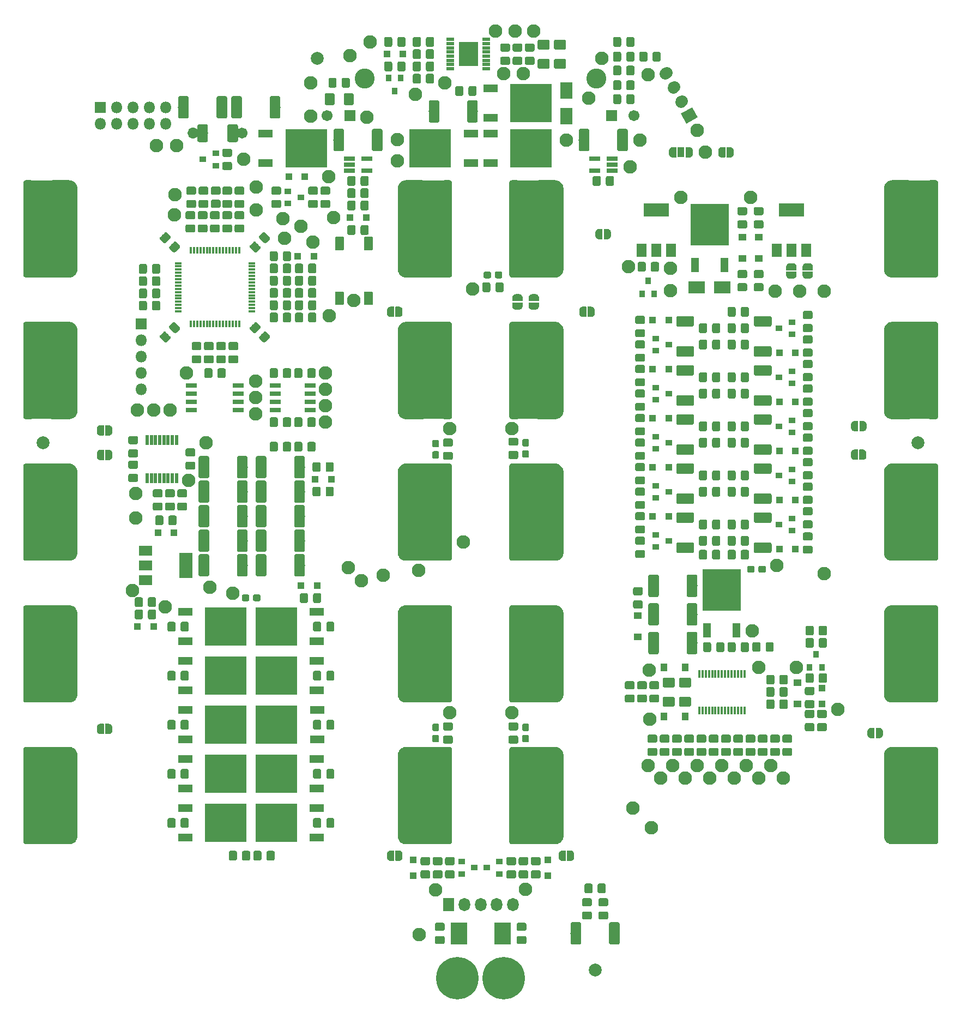
<source format=gbr>
G04 #@! TF.GenerationSoftware,KiCad,Pcbnew,(5.0.0)*
G04 #@! TF.CreationDate,2019-02-19T22:24:29-05:00*
G04 #@! TF.ProjectId,FusIon Pack,467573496F6E205061636B2E6B696361,rev?*
G04 #@! TF.SameCoordinates,Original*
G04 #@! TF.FileFunction,Soldermask,Top*
G04 #@! TF.FilePolarity,Negative*
%FSLAX46Y46*%
G04 Gerber Fmt 4.6, Leading zero omitted, Abs format (unit mm)*
G04 Created by KiCad (PCBNEW (5.0.0)) date 02/19/19 22:24:29*
%MOMM*%
%LPD*%
G01*
G04 APERTURE LIST*
%ADD10R,6.501600X5.901600*%
%ADD11R,2.301600X1.301600*%
%ADD12C,0.100000*%
%ADD13C,1.251600*%
%ADD14R,1.651600X0.701600*%
%ADD15R,1.101600X1.101600*%
%ADD16C,0.500000*%
%ADD17R,1.301600X1.001600*%
%ADD18R,0.901600X1.001600*%
%ADD19C,1.051600*%
%ADD20R,1.001600X1.301600*%
%ADD21C,1.601600*%
%ADD22R,5.101600X15.101600*%
%ADD23C,5.101600*%
%ADD24C,1.526600*%
%ADD25C,1.701600*%
%ADD26R,1.701600X1.701600*%
%ADD27O,1.801600X1.801600*%
%ADD28R,1.801600X1.801600*%
%ADD29C,6.601600*%
%ADD30R,1.101600X1.601600*%
%ADD31R,1.001600X0.901600*%
%ADD32R,5.901600X6.501600*%
%ADD33R,1.301600X2.301600*%
%ADD34R,1.601600X2.101600*%
%ADD35R,3.901600X2.101600*%
%ADD36R,2.101600X1.601600*%
%ADD37R,2.101600X3.901600*%
%ADD38C,1.626600*%
%ADD39O,1.701600X1.701600*%
%ADD40C,1.351600*%
%ADD41C,2.101600*%
%ADD42R,0.386600X1.201600*%
%ADD43R,0.351600X1.101600*%
%ADD44R,1.101600X0.351600*%
%ADD45R,1.801600X0.751600*%
%ADD46R,1.661600X0.751600*%
%ADD47R,1.571600X0.996600*%
%ADD48R,1.151600X0.551600*%
%ADD49R,0.551600X1.601600*%
%ADD50R,1.901600X2.601600*%
%ADD51R,2.601600X3.401600*%
%ADD52R,2.601600X1.901600*%
%ADD53O,1.801600X2.051600*%
%ADD54R,1.801600X2.051600*%
%ADD55C,1.801600*%
%ADD56C,1.801600*%
%ADD57C,3.101600*%
%ADD58C,2.000000*%
G04 APERTURE END LIST*
D10*
G04 #@! TO.C,Q28*
X74410000Y-149260000D03*
D11*
X68110000Y-151540000D03*
X68110000Y-146980000D03*
G04 #@! TD*
D10*
G04 #@! TO.C,Q24*
X74410000Y-118780000D03*
D11*
X68110000Y-121060000D03*
X68110000Y-116500000D03*
G04 #@! TD*
D12*
G04 #@! TO.C,C17*
G36*
X131135383Y-158670510D02*
X131161795Y-158674428D01*
X131187696Y-158680916D01*
X131212837Y-158689911D01*
X131236974Y-158701328D01*
X131259877Y-158715055D01*
X131281324Y-158730961D01*
X131301108Y-158748892D01*
X131319039Y-158768676D01*
X131334945Y-158790123D01*
X131348672Y-158813026D01*
X131360089Y-158837163D01*
X131369084Y-158862304D01*
X131375572Y-158888205D01*
X131379490Y-158914617D01*
X131380800Y-158941286D01*
X131380800Y-159898714D01*
X131379490Y-159925383D01*
X131375572Y-159951795D01*
X131369084Y-159977696D01*
X131360089Y-160002837D01*
X131348672Y-160026974D01*
X131334945Y-160049877D01*
X131319039Y-160071324D01*
X131301108Y-160091108D01*
X131281324Y-160109039D01*
X131259877Y-160124945D01*
X131236974Y-160138672D01*
X131212837Y-160150089D01*
X131187696Y-160159084D01*
X131161795Y-160165572D01*
X131135383Y-160169490D01*
X131108714Y-160170800D01*
X130401286Y-160170800D01*
X130374617Y-160169490D01*
X130348205Y-160165572D01*
X130322304Y-160159084D01*
X130297163Y-160150089D01*
X130273026Y-160138672D01*
X130250123Y-160124945D01*
X130228676Y-160109039D01*
X130208892Y-160091108D01*
X130190961Y-160071324D01*
X130175055Y-160049877D01*
X130161328Y-160026974D01*
X130149911Y-160002837D01*
X130140916Y-159977696D01*
X130134428Y-159951795D01*
X130130510Y-159925383D01*
X130129200Y-159898714D01*
X130129200Y-158941286D01*
X130130510Y-158914617D01*
X130134428Y-158888205D01*
X130140916Y-158862304D01*
X130149911Y-158837163D01*
X130161328Y-158813026D01*
X130175055Y-158790123D01*
X130190961Y-158768676D01*
X130208892Y-158748892D01*
X130228676Y-158730961D01*
X130250123Y-158715055D01*
X130273026Y-158701328D01*
X130297163Y-158689911D01*
X130322304Y-158680916D01*
X130348205Y-158674428D01*
X130374617Y-158670510D01*
X130401286Y-158669200D01*
X131108714Y-158669200D01*
X131135383Y-158670510D01*
X131135383Y-158670510D01*
G37*
D13*
X130755000Y-159420000D03*
D12*
G36*
X133185383Y-158670510D02*
X133211795Y-158674428D01*
X133237696Y-158680916D01*
X133262837Y-158689911D01*
X133286974Y-158701328D01*
X133309877Y-158715055D01*
X133331324Y-158730961D01*
X133351108Y-158748892D01*
X133369039Y-158768676D01*
X133384945Y-158790123D01*
X133398672Y-158813026D01*
X133410089Y-158837163D01*
X133419084Y-158862304D01*
X133425572Y-158888205D01*
X133429490Y-158914617D01*
X133430800Y-158941286D01*
X133430800Y-159898714D01*
X133429490Y-159925383D01*
X133425572Y-159951795D01*
X133419084Y-159977696D01*
X133410089Y-160002837D01*
X133398672Y-160026974D01*
X133384945Y-160049877D01*
X133369039Y-160071324D01*
X133351108Y-160091108D01*
X133331324Y-160109039D01*
X133309877Y-160124945D01*
X133286974Y-160138672D01*
X133262837Y-160150089D01*
X133237696Y-160159084D01*
X133211795Y-160165572D01*
X133185383Y-160169490D01*
X133158714Y-160170800D01*
X132451286Y-160170800D01*
X132424617Y-160169490D01*
X132398205Y-160165572D01*
X132372304Y-160159084D01*
X132347163Y-160150089D01*
X132323026Y-160138672D01*
X132300123Y-160124945D01*
X132278676Y-160109039D01*
X132258892Y-160091108D01*
X132240961Y-160071324D01*
X132225055Y-160049877D01*
X132211328Y-160026974D01*
X132199911Y-160002837D01*
X132190916Y-159977696D01*
X132184428Y-159951795D01*
X132180510Y-159925383D01*
X132179200Y-159898714D01*
X132179200Y-158941286D01*
X132180510Y-158914617D01*
X132184428Y-158888205D01*
X132190916Y-158862304D01*
X132199911Y-158837163D01*
X132211328Y-158813026D01*
X132225055Y-158790123D01*
X132240961Y-158768676D01*
X132258892Y-158748892D01*
X132278676Y-158730961D01*
X132300123Y-158715055D01*
X132323026Y-158701328D01*
X132347163Y-158689911D01*
X132372304Y-158680916D01*
X132398205Y-158674428D01*
X132424617Y-158670510D01*
X132451286Y-158669200D01*
X133158714Y-158669200D01*
X133185383Y-158670510D01*
X133185383Y-158670510D01*
G37*
D13*
X132805000Y-159420000D03*
G04 #@! TD*
D12*
G04 #@! TO.C,C18*
G36*
X165605383Y-131700510D02*
X165631795Y-131704428D01*
X165657696Y-131710916D01*
X165682837Y-131719911D01*
X165706974Y-131731328D01*
X165729877Y-131745055D01*
X165751324Y-131760961D01*
X165771108Y-131778892D01*
X165789039Y-131798676D01*
X165804945Y-131820123D01*
X165818672Y-131843026D01*
X165830089Y-131867163D01*
X165839084Y-131892304D01*
X165845572Y-131918205D01*
X165849490Y-131944617D01*
X165850800Y-131971286D01*
X165850800Y-132678714D01*
X165849490Y-132705383D01*
X165845572Y-132731795D01*
X165839084Y-132757696D01*
X165830089Y-132782837D01*
X165818672Y-132806974D01*
X165804945Y-132829877D01*
X165789039Y-132851324D01*
X165771108Y-132871108D01*
X165751324Y-132889039D01*
X165729877Y-132904945D01*
X165706974Y-132918672D01*
X165682837Y-132930089D01*
X165657696Y-132939084D01*
X165631795Y-132945572D01*
X165605383Y-132949490D01*
X165578714Y-132950800D01*
X164621286Y-132950800D01*
X164594617Y-132949490D01*
X164568205Y-132945572D01*
X164542304Y-132939084D01*
X164517163Y-132930089D01*
X164493026Y-132918672D01*
X164470123Y-132904945D01*
X164448676Y-132889039D01*
X164428892Y-132871108D01*
X164410961Y-132851324D01*
X164395055Y-132829877D01*
X164381328Y-132806974D01*
X164369911Y-132782837D01*
X164360916Y-132757696D01*
X164354428Y-132731795D01*
X164350510Y-132705383D01*
X164349200Y-132678714D01*
X164349200Y-131971286D01*
X164350510Y-131944617D01*
X164354428Y-131918205D01*
X164360916Y-131892304D01*
X164369911Y-131867163D01*
X164381328Y-131843026D01*
X164395055Y-131820123D01*
X164410961Y-131798676D01*
X164428892Y-131778892D01*
X164448676Y-131760961D01*
X164470123Y-131745055D01*
X164493026Y-131731328D01*
X164517163Y-131719911D01*
X164542304Y-131710916D01*
X164568205Y-131704428D01*
X164594617Y-131700510D01*
X164621286Y-131699200D01*
X165578714Y-131699200D01*
X165605383Y-131700510D01*
X165605383Y-131700510D01*
G37*
D13*
X165100000Y-132325000D03*
D12*
G36*
X165605383Y-133750510D02*
X165631795Y-133754428D01*
X165657696Y-133760916D01*
X165682837Y-133769911D01*
X165706974Y-133781328D01*
X165729877Y-133795055D01*
X165751324Y-133810961D01*
X165771108Y-133828892D01*
X165789039Y-133848676D01*
X165804945Y-133870123D01*
X165818672Y-133893026D01*
X165830089Y-133917163D01*
X165839084Y-133942304D01*
X165845572Y-133968205D01*
X165849490Y-133994617D01*
X165850800Y-134021286D01*
X165850800Y-134728714D01*
X165849490Y-134755383D01*
X165845572Y-134781795D01*
X165839084Y-134807696D01*
X165830089Y-134832837D01*
X165818672Y-134856974D01*
X165804945Y-134879877D01*
X165789039Y-134901324D01*
X165771108Y-134921108D01*
X165751324Y-134939039D01*
X165729877Y-134954945D01*
X165706974Y-134968672D01*
X165682837Y-134980089D01*
X165657696Y-134989084D01*
X165631795Y-134995572D01*
X165605383Y-134999490D01*
X165578714Y-135000800D01*
X164621286Y-135000800D01*
X164594617Y-134999490D01*
X164568205Y-134995572D01*
X164542304Y-134989084D01*
X164517163Y-134980089D01*
X164493026Y-134968672D01*
X164470123Y-134954945D01*
X164448676Y-134939039D01*
X164428892Y-134921108D01*
X164410961Y-134901324D01*
X164395055Y-134879877D01*
X164381328Y-134856974D01*
X164369911Y-134832837D01*
X164360916Y-134807696D01*
X164354428Y-134781795D01*
X164350510Y-134755383D01*
X164349200Y-134728714D01*
X164349200Y-134021286D01*
X164350510Y-133994617D01*
X164354428Y-133968205D01*
X164360916Y-133942304D01*
X164369911Y-133917163D01*
X164381328Y-133893026D01*
X164395055Y-133870123D01*
X164410961Y-133848676D01*
X164428892Y-133828892D01*
X164448676Y-133810961D01*
X164470123Y-133795055D01*
X164493026Y-133781328D01*
X164517163Y-133769911D01*
X164542304Y-133760916D01*
X164568205Y-133754428D01*
X164594617Y-133750510D01*
X164621286Y-133749200D01*
X165578714Y-133749200D01*
X165605383Y-133750510D01*
X165605383Y-133750510D01*
G37*
D13*
X165100000Y-134375000D03*
G04 #@! TD*
D14*
G04 #@! TO.C,U5*
X87490000Y-81315000D03*
X87490000Y-82585000D03*
X87490000Y-83855000D03*
X87490000Y-85125000D03*
X82090000Y-85125000D03*
X82090000Y-83855000D03*
X82090000Y-82585000D03*
X82090000Y-81315000D03*
G04 #@! TD*
D15*
G04 #@! TO.C,D39*
X60680000Y-118780000D03*
X63180000Y-118780000D03*
G04 #@! TD*
D16*
G04 #@! TO.C,JP3*
X56230000Y-134655000D03*
D12*
G36*
X56236113Y-133854802D02*
X56254534Y-133854802D01*
X56259514Y-133855047D01*
X56308345Y-133859857D01*
X56313275Y-133860588D01*
X56361400Y-133870160D01*
X56366237Y-133871372D01*
X56413192Y-133885616D01*
X56417885Y-133887295D01*
X56463218Y-133906072D01*
X56467726Y-133908204D01*
X56510999Y-133931335D01*
X56515273Y-133933897D01*
X56556072Y-133961157D01*
X56560077Y-133964127D01*
X56598006Y-133995255D01*
X56601700Y-133998603D01*
X56636397Y-134033300D01*
X56639745Y-134036994D01*
X56670873Y-134074923D01*
X56673843Y-134078928D01*
X56701103Y-134119727D01*
X56703665Y-134124001D01*
X56726796Y-134167274D01*
X56728928Y-134171782D01*
X56747705Y-134217115D01*
X56749384Y-134221808D01*
X56763628Y-134268763D01*
X56764840Y-134273600D01*
X56774412Y-134321725D01*
X56775143Y-134326655D01*
X56779953Y-134375486D01*
X56780198Y-134380466D01*
X56780198Y-134398887D01*
X56780800Y-134405000D01*
X56780800Y-134905000D01*
X56780198Y-134911113D01*
X56780198Y-134929534D01*
X56779953Y-134934514D01*
X56775143Y-134983345D01*
X56774412Y-134988275D01*
X56764840Y-135036400D01*
X56763628Y-135041237D01*
X56749384Y-135088192D01*
X56747705Y-135092885D01*
X56728928Y-135138218D01*
X56726796Y-135142726D01*
X56703665Y-135185999D01*
X56701103Y-135190273D01*
X56673843Y-135231072D01*
X56670873Y-135235077D01*
X56639745Y-135273006D01*
X56636397Y-135276700D01*
X56601700Y-135311397D01*
X56598006Y-135314745D01*
X56560077Y-135345873D01*
X56556072Y-135348843D01*
X56515273Y-135376103D01*
X56510999Y-135378665D01*
X56467726Y-135401796D01*
X56463218Y-135403928D01*
X56417885Y-135422705D01*
X56413192Y-135424384D01*
X56366237Y-135438628D01*
X56361400Y-135439840D01*
X56313275Y-135449412D01*
X56308345Y-135450143D01*
X56259514Y-135454953D01*
X56254534Y-135455198D01*
X56236113Y-135455198D01*
X56230000Y-135455800D01*
X55730000Y-135455800D01*
X55720089Y-135454824D01*
X55710560Y-135451933D01*
X55701777Y-135447239D01*
X55694079Y-135440921D01*
X55687761Y-135433223D01*
X55683067Y-135424440D01*
X55680176Y-135414911D01*
X55679200Y-135405000D01*
X55679200Y-133905000D01*
X55680176Y-133895089D01*
X55683067Y-133885560D01*
X55687761Y-133876777D01*
X55694079Y-133869079D01*
X55701777Y-133862761D01*
X55710560Y-133858067D01*
X55720089Y-133855176D01*
X55730000Y-133854200D01*
X56230000Y-133854200D01*
X56236113Y-133854802D01*
X56236113Y-133854802D01*
G37*
D16*
X54930000Y-134655000D03*
D12*
G36*
X55439911Y-133855176D02*
X55449440Y-133858067D01*
X55458223Y-133862761D01*
X55465921Y-133869079D01*
X55472239Y-133876777D01*
X55476933Y-133885560D01*
X55479824Y-133895089D01*
X55480800Y-133905000D01*
X55480800Y-135405000D01*
X55479824Y-135414911D01*
X55476933Y-135424440D01*
X55472239Y-135433223D01*
X55465921Y-135440921D01*
X55458223Y-135447239D01*
X55449440Y-135451933D01*
X55439911Y-135454824D01*
X55430000Y-135455800D01*
X54930000Y-135455800D01*
X54923887Y-135455198D01*
X54905466Y-135455198D01*
X54900486Y-135454953D01*
X54851655Y-135450143D01*
X54846725Y-135449412D01*
X54798600Y-135439840D01*
X54793763Y-135438628D01*
X54746808Y-135424384D01*
X54742115Y-135422705D01*
X54696782Y-135403928D01*
X54692274Y-135401796D01*
X54649001Y-135378665D01*
X54644727Y-135376103D01*
X54603928Y-135348843D01*
X54599923Y-135345873D01*
X54561994Y-135314745D01*
X54558300Y-135311397D01*
X54523603Y-135276700D01*
X54520255Y-135273006D01*
X54489127Y-135235077D01*
X54486157Y-135231072D01*
X54458897Y-135190273D01*
X54456335Y-135185999D01*
X54433204Y-135142726D01*
X54431072Y-135138218D01*
X54412295Y-135092885D01*
X54410616Y-135088192D01*
X54396372Y-135041237D01*
X54395160Y-135036400D01*
X54385588Y-134988275D01*
X54384857Y-134983345D01*
X54380047Y-134934514D01*
X54379802Y-134929534D01*
X54379802Y-134911113D01*
X54379200Y-134905000D01*
X54379200Y-134405000D01*
X54379802Y-134398887D01*
X54379802Y-134380466D01*
X54380047Y-134375486D01*
X54384857Y-134326655D01*
X54385588Y-134321725D01*
X54395160Y-134273600D01*
X54396372Y-134268763D01*
X54410616Y-134221808D01*
X54412295Y-134217115D01*
X54431072Y-134171782D01*
X54433204Y-134167274D01*
X54456335Y-134124001D01*
X54458897Y-134119727D01*
X54486157Y-134078928D01*
X54489127Y-134074923D01*
X54520255Y-134036994D01*
X54523603Y-134033300D01*
X54558300Y-133998603D01*
X54561994Y-133995255D01*
X54599923Y-133964127D01*
X54603928Y-133961157D01*
X54644727Y-133933897D01*
X54649001Y-133931335D01*
X54692274Y-133908204D01*
X54696782Y-133906072D01*
X54742115Y-133887295D01*
X54746808Y-133885616D01*
X54793763Y-133871372D01*
X54798600Y-133870160D01*
X54846725Y-133860588D01*
X54851655Y-133859857D01*
X54900486Y-133855047D01*
X54905466Y-133854802D01*
X54923887Y-133854802D01*
X54930000Y-133854200D01*
X55430000Y-133854200D01*
X55439911Y-133855176D01*
X55439911Y-133855176D01*
G37*
G04 #@! TD*
G04 #@! TO.C,R54*
G36*
X165605383Y-130185510D02*
X165631795Y-130189428D01*
X165657696Y-130195916D01*
X165682837Y-130204911D01*
X165706974Y-130216328D01*
X165729877Y-130230055D01*
X165751324Y-130245961D01*
X165771108Y-130263892D01*
X165789039Y-130283676D01*
X165804945Y-130305123D01*
X165818672Y-130328026D01*
X165830089Y-130352163D01*
X165839084Y-130377304D01*
X165845572Y-130403205D01*
X165849490Y-130429617D01*
X165850800Y-130456286D01*
X165850800Y-131163714D01*
X165849490Y-131190383D01*
X165845572Y-131216795D01*
X165839084Y-131242696D01*
X165830089Y-131267837D01*
X165818672Y-131291974D01*
X165804945Y-131314877D01*
X165789039Y-131336324D01*
X165771108Y-131356108D01*
X165751324Y-131374039D01*
X165729877Y-131389945D01*
X165706974Y-131403672D01*
X165682837Y-131415089D01*
X165657696Y-131424084D01*
X165631795Y-131430572D01*
X165605383Y-131434490D01*
X165578714Y-131435800D01*
X164621286Y-131435800D01*
X164594617Y-131434490D01*
X164568205Y-131430572D01*
X164542304Y-131424084D01*
X164517163Y-131415089D01*
X164493026Y-131403672D01*
X164470123Y-131389945D01*
X164448676Y-131374039D01*
X164428892Y-131356108D01*
X164410961Y-131336324D01*
X164395055Y-131314877D01*
X164381328Y-131291974D01*
X164369911Y-131267837D01*
X164360916Y-131242696D01*
X164354428Y-131216795D01*
X164350510Y-131190383D01*
X164349200Y-131163714D01*
X164349200Y-130456286D01*
X164350510Y-130429617D01*
X164354428Y-130403205D01*
X164360916Y-130377304D01*
X164369911Y-130352163D01*
X164381328Y-130328026D01*
X164395055Y-130305123D01*
X164410961Y-130283676D01*
X164428892Y-130263892D01*
X164448676Y-130245961D01*
X164470123Y-130230055D01*
X164493026Y-130216328D01*
X164517163Y-130204911D01*
X164542304Y-130195916D01*
X164568205Y-130189428D01*
X164594617Y-130185510D01*
X164621286Y-130184200D01*
X165578714Y-130184200D01*
X165605383Y-130185510D01*
X165605383Y-130185510D01*
G37*
D13*
X165100000Y-130810000D03*
D12*
G36*
X165605383Y-128135510D02*
X165631795Y-128139428D01*
X165657696Y-128145916D01*
X165682837Y-128154911D01*
X165706974Y-128166328D01*
X165729877Y-128180055D01*
X165751324Y-128195961D01*
X165771108Y-128213892D01*
X165789039Y-128233676D01*
X165804945Y-128255123D01*
X165818672Y-128278026D01*
X165830089Y-128302163D01*
X165839084Y-128327304D01*
X165845572Y-128353205D01*
X165849490Y-128379617D01*
X165850800Y-128406286D01*
X165850800Y-129113714D01*
X165849490Y-129140383D01*
X165845572Y-129166795D01*
X165839084Y-129192696D01*
X165830089Y-129217837D01*
X165818672Y-129241974D01*
X165804945Y-129264877D01*
X165789039Y-129286324D01*
X165771108Y-129306108D01*
X165751324Y-129324039D01*
X165729877Y-129339945D01*
X165706974Y-129353672D01*
X165682837Y-129365089D01*
X165657696Y-129374084D01*
X165631795Y-129380572D01*
X165605383Y-129384490D01*
X165578714Y-129385800D01*
X164621286Y-129385800D01*
X164594617Y-129384490D01*
X164568205Y-129380572D01*
X164542304Y-129374084D01*
X164517163Y-129365089D01*
X164493026Y-129353672D01*
X164470123Y-129339945D01*
X164448676Y-129324039D01*
X164428892Y-129306108D01*
X164410961Y-129286324D01*
X164395055Y-129264877D01*
X164381328Y-129241974D01*
X164369911Y-129217837D01*
X164360916Y-129192696D01*
X164354428Y-129166795D01*
X164350510Y-129140383D01*
X164349200Y-129113714D01*
X164349200Y-128406286D01*
X164350510Y-128379617D01*
X164354428Y-128353205D01*
X164360916Y-128327304D01*
X164369911Y-128302163D01*
X164381328Y-128278026D01*
X164395055Y-128255123D01*
X164410961Y-128233676D01*
X164428892Y-128213892D01*
X164448676Y-128195961D01*
X164470123Y-128180055D01*
X164493026Y-128166328D01*
X164517163Y-128154911D01*
X164542304Y-128145916D01*
X164568205Y-128139428D01*
X164594617Y-128135510D01*
X164621286Y-128134200D01*
X165578714Y-128134200D01*
X165605383Y-128135510D01*
X165605383Y-128135510D01*
G37*
D13*
X165100000Y-128760000D03*
G04 #@! TD*
D17*
G04 #@! TO.C,D25*
X163195000Y-130810000D03*
X163195000Y-127510000D03*
G04 #@! TD*
D18*
G04 #@! TO.C,Q12*
X166050000Y-123095000D03*
X167000000Y-125095000D03*
X165100000Y-125095000D03*
G04 #@! TD*
D12*
G04 #@! TO.C,TH1*
G36*
X156308669Y-109330466D02*
X156334189Y-109334252D01*
X156359216Y-109340520D01*
X156383507Y-109349212D01*
X156406830Y-109360243D01*
X156428959Y-109373507D01*
X156449682Y-109388876D01*
X156468798Y-109406202D01*
X156486124Y-109425318D01*
X156501493Y-109446041D01*
X156514757Y-109468170D01*
X156525788Y-109491493D01*
X156534480Y-109515784D01*
X156540748Y-109540811D01*
X156544534Y-109566331D01*
X156545800Y-109592100D01*
X156545800Y-110117900D01*
X156544534Y-110143669D01*
X156540748Y-110169189D01*
X156534480Y-110194216D01*
X156525788Y-110218507D01*
X156514757Y-110241830D01*
X156501493Y-110263959D01*
X156486124Y-110284682D01*
X156468798Y-110303798D01*
X156449682Y-110321124D01*
X156428959Y-110336493D01*
X156406830Y-110349757D01*
X156383507Y-110360788D01*
X156359216Y-110369480D01*
X156334189Y-110375748D01*
X156308669Y-110379534D01*
X156282900Y-110380800D01*
X155657100Y-110380800D01*
X155631331Y-110379534D01*
X155605811Y-110375748D01*
X155580784Y-110369480D01*
X155556493Y-110360788D01*
X155533170Y-110349757D01*
X155511041Y-110336493D01*
X155490318Y-110321124D01*
X155471202Y-110303798D01*
X155453876Y-110284682D01*
X155438507Y-110263959D01*
X155425243Y-110241830D01*
X155414212Y-110218507D01*
X155405520Y-110194216D01*
X155399252Y-110169189D01*
X155395466Y-110143669D01*
X155394200Y-110117900D01*
X155394200Y-109592100D01*
X155395466Y-109566331D01*
X155399252Y-109540811D01*
X155405520Y-109515784D01*
X155414212Y-109491493D01*
X155425243Y-109468170D01*
X155438507Y-109446041D01*
X155453876Y-109425318D01*
X155471202Y-109406202D01*
X155490318Y-109388876D01*
X155511041Y-109373507D01*
X155533170Y-109360243D01*
X155556493Y-109349212D01*
X155580784Y-109340520D01*
X155605811Y-109334252D01*
X155631331Y-109330466D01*
X155657100Y-109329200D01*
X156282900Y-109329200D01*
X156308669Y-109330466D01*
X156308669Y-109330466D01*
G37*
D19*
X155970000Y-109855000D03*
D12*
G36*
X158058669Y-109330466D02*
X158084189Y-109334252D01*
X158109216Y-109340520D01*
X158133507Y-109349212D01*
X158156830Y-109360243D01*
X158178959Y-109373507D01*
X158199682Y-109388876D01*
X158218798Y-109406202D01*
X158236124Y-109425318D01*
X158251493Y-109446041D01*
X158264757Y-109468170D01*
X158275788Y-109491493D01*
X158284480Y-109515784D01*
X158290748Y-109540811D01*
X158294534Y-109566331D01*
X158295800Y-109592100D01*
X158295800Y-110117900D01*
X158294534Y-110143669D01*
X158290748Y-110169189D01*
X158284480Y-110194216D01*
X158275788Y-110218507D01*
X158264757Y-110241830D01*
X158251493Y-110263959D01*
X158236124Y-110284682D01*
X158218798Y-110303798D01*
X158199682Y-110321124D01*
X158178959Y-110336493D01*
X158156830Y-110349757D01*
X158133507Y-110360788D01*
X158109216Y-110369480D01*
X158084189Y-110375748D01*
X158058669Y-110379534D01*
X158032900Y-110380800D01*
X157407100Y-110380800D01*
X157381331Y-110379534D01*
X157355811Y-110375748D01*
X157330784Y-110369480D01*
X157306493Y-110360788D01*
X157283170Y-110349757D01*
X157261041Y-110336493D01*
X157240318Y-110321124D01*
X157221202Y-110303798D01*
X157203876Y-110284682D01*
X157188507Y-110263959D01*
X157175243Y-110241830D01*
X157164212Y-110218507D01*
X157155520Y-110194216D01*
X157149252Y-110169189D01*
X157145466Y-110143669D01*
X157144200Y-110117900D01*
X157144200Y-109592100D01*
X157145466Y-109566331D01*
X157149252Y-109540811D01*
X157155520Y-109515784D01*
X157164212Y-109491493D01*
X157175243Y-109468170D01*
X157188507Y-109446041D01*
X157203876Y-109425318D01*
X157221202Y-109406202D01*
X157240318Y-109388876D01*
X157261041Y-109373507D01*
X157283170Y-109360243D01*
X157306493Y-109349212D01*
X157330784Y-109340520D01*
X157355811Y-109334252D01*
X157381331Y-109330466D01*
X157407100Y-109329200D01*
X158032900Y-109329200D01*
X158058669Y-109330466D01*
X158058669Y-109330466D01*
G37*
D19*
X157720000Y-109855000D03*
G04 #@! TD*
D17*
G04 #@! TO.C,D31*
X157180000Y-58330000D03*
X157180000Y-61630000D03*
G04 #@! TD*
G04 #@! TO.C,D30*
X154640000Y-58330000D03*
X154640000Y-61630000D03*
G04 #@! TD*
G04 #@! TO.C,D21*
X138430000Y-117095000D03*
X138430000Y-120395000D03*
G04 #@! TD*
D20*
G04 #@! TO.C,D23*
X142495000Y-125095000D03*
X145795000Y-125095000D03*
G04 #@! TD*
G04 #@! TO.C,D22*
X145795000Y-132715000D03*
X142495000Y-132715000D03*
G04 #@! TD*
D12*
G04 #@! TO.C,BT1*
G36*
X44189646Y-137451128D02*
X44228514Y-137456894D01*
X44266630Y-137466441D01*
X44303626Y-137479679D01*
X44339147Y-137496479D01*
X44372850Y-137516680D01*
X44404411Y-137540087D01*
X44433526Y-137566474D01*
X44459913Y-137595589D01*
X44483320Y-137627150D01*
X44503521Y-137660853D01*
X44520321Y-137696374D01*
X44533559Y-137733370D01*
X44543106Y-137771486D01*
X44548872Y-137810354D01*
X44550800Y-137849600D01*
X44550800Y-152150400D01*
X44548872Y-152189646D01*
X44543106Y-152228514D01*
X44533559Y-152266630D01*
X44520321Y-152303626D01*
X44503521Y-152339147D01*
X44483320Y-152372850D01*
X44459913Y-152404411D01*
X44433526Y-152433526D01*
X44404411Y-152459913D01*
X44372850Y-152483320D01*
X44339147Y-152503521D01*
X44303626Y-152520321D01*
X44266630Y-152533559D01*
X44228514Y-152543106D01*
X44189646Y-152548872D01*
X44150400Y-152550800D01*
X43349600Y-152550800D01*
X43310354Y-152548872D01*
X43271486Y-152543106D01*
X43233370Y-152533559D01*
X43196374Y-152520321D01*
X43160853Y-152503521D01*
X43127150Y-152483320D01*
X43095589Y-152459913D01*
X43066474Y-152433526D01*
X43040087Y-152404411D01*
X43016680Y-152372850D01*
X42996479Y-152339147D01*
X42979679Y-152303626D01*
X42966441Y-152266630D01*
X42956894Y-152228514D01*
X42951128Y-152189646D01*
X42949200Y-152150400D01*
X42949200Y-137849600D01*
X42951128Y-137810354D01*
X42956894Y-137771486D01*
X42966441Y-137733370D01*
X42979679Y-137696374D01*
X42996479Y-137660853D01*
X43016680Y-137627150D01*
X43040087Y-137595589D01*
X43066474Y-137566474D01*
X43095589Y-137540087D01*
X43127150Y-137516680D01*
X43160853Y-137496479D01*
X43196374Y-137479679D01*
X43233370Y-137466441D01*
X43271486Y-137456894D01*
X43310354Y-137451128D01*
X43349600Y-137449200D01*
X44150400Y-137449200D01*
X44189646Y-137451128D01*
X44189646Y-137451128D01*
G37*
D21*
X43750000Y-145000000D03*
D12*
G36*
X109189646Y-137451128D02*
X109228514Y-137456894D01*
X109266630Y-137466441D01*
X109303626Y-137479679D01*
X109339147Y-137496479D01*
X109372850Y-137516680D01*
X109404411Y-137540087D01*
X109433526Y-137566474D01*
X109459913Y-137595589D01*
X109483320Y-137627150D01*
X109503521Y-137660853D01*
X109520321Y-137696374D01*
X109533559Y-137733370D01*
X109543106Y-137771486D01*
X109548872Y-137810354D01*
X109550800Y-137849600D01*
X109550800Y-152150400D01*
X109548872Y-152189646D01*
X109543106Y-152228514D01*
X109533559Y-152266630D01*
X109520321Y-152303626D01*
X109503521Y-152339147D01*
X109483320Y-152372850D01*
X109459913Y-152404411D01*
X109433526Y-152433526D01*
X109404411Y-152459913D01*
X109372850Y-152483320D01*
X109339147Y-152503521D01*
X109303626Y-152520321D01*
X109266630Y-152533559D01*
X109228514Y-152543106D01*
X109189646Y-152548872D01*
X109150400Y-152550800D01*
X108349600Y-152550800D01*
X108310354Y-152548872D01*
X108271486Y-152543106D01*
X108233370Y-152533559D01*
X108196374Y-152520321D01*
X108160853Y-152503521D01*
X108127150Y-152483320D01*
X108095589Y-152459913D01*
X108066474Y-152433526D01*
X108040087Y-152404411D01*
X108016680Y-152372850D01*
X107996479Y-152339147D01*
X107979679Y-152303626D01*
X107966441Y-152266630D01*
X107956894Y-152228514D01*
X107951128Y-152189646D01*
X107949200Y-152150400D01*
X107949200Y-137849600D01*
X107951128Y-137810354D01*
X107956894Y-137771486D01*
X107966441Y-137733370D01*
X107979679Y-137696374D01*
X107996479Y-137660853D01*
X108016680Y-137627150D01*
X108040087Y-137595589D01*
X108066474Y-137566474D01*
X108095589Y-137540087D01*
X108127150Y-137516680D01*
X108160853Y-137496479D01*
X108196374Y-137479679D01*
X108233370Y-137466441D01*
X108271486Y-137456894D01*
X108310354Y-137451128D01*
X108349600Y-137449200D01*
X109150400Y-137449200D01*
X109189646Y-137451128D01*
X109189646Y-137451128D01*
G37*
D21*
X108750000Y-145000000D03*
D22*
X46659000Y-145000000D03*
D12*
G36*
X50218411Y-137455341D02*
X50342218Y-137473706D01*
X50463629Y-137504118D01*
X50581474Y-137546284D01*
X50694619Y-137599798D01*
X50801974Y-137664144D01*
X50902505Y-137738702D01*
X50995244Y-137822756D01*
X51079298Y-137915495D01*
X51153856Y-138016026D01*
X51218202Y-138123381D01*
X51271716Y-138236526D01*
X51313882Y-138354371D01*
X51344294Y-138475782D01*
X51362659Y-138599589D01*
X51368800Y-138724600D01*
X51368800Y-151275400D01*
X51362659Y-151400411D01*
X51344294Y-151524218D01*
X51313882Y-151645629D01*
X51271716Y-151763474D01*
X51218202Y-151876619D01*
X51153856Y-151983974D01*
X51079298Y-152084505D01*
X50995244Y-152177244D01*
X50902505Y-152261298D01*
X50801974Y-152335856D01*
X50694619Y-152400202D01*
X50581474Y-152453716D01*
X50463629Y-152495882D01*
X50342218Y-152526294D01*
X50218411Y-152544659D01*
X50093400Y-152550800D01*
X47542600Y-152550800D01*
X47417589Y-152544659D01*
X47293782Y-152526294D01*
X47172371Y-152495882D01*
X47054526Y-152453716D01*
X46941381Y-152400202D01*
X46834026Y-152335856D01*
X46733495Y-152261298D01*
X46640756Y-152177244D01*
X46556702Y-152084505D01*
X46482144Y-151983974D01*
X46417798Y-151876619D01*
X46364284Y-151763474D01*
X46322118Y-151645629D01*
X46291706Y-151524218D01*
X46273341Y-151400411D01*
X46267200Y-151275400D01*
X46267200Y-138724600D01*
X46273341Y-138599589D01*
X46291706Y-138475782D01*
X46322118Y-138354371D01*
X46364284Y-138236526D01*
X46417798Y-138123381D01*
X46482144Y-138016026D01*
X46556702Y-137915495D01*
X46640756Y-137822756D01*
X46733495Y-137738702D01*
X46834026Y-137664144D01*
X46941381Y-137599798D01*
X47054526Y-137546284D01*
X47172371Y-137504118D01*
X47293782Y-137473706D01*
X47417589Y-137455341D01*
X47542600Y-137449200D01*
X50093400Y-137449200D01*
X50218411Y-137455341D01*
X50218411Y-137455341D01*
G37*
D23*
X48818000Y-145000000D03*
D22*
X105841000Y-145000000D03*
D12*
G36*
X105082411Y-137455341D02*
X105206218Y-137473706D01*
X105327629Y-137504118D01*
X105445474Y-137546284D01*
X105558619Y-137599798D01*
X105665974Y-137664144D01*
X105766505Y-137738702D01*
X105859244Y-137822756D01*
X105943298Y-137915495D01*
X106017856Y-138016026D01*
X106082202Y-138123381D01*
X106135716Y-138236526D01*
X106177882Y-138354371D01*
X106208294Y-138475782D01*
X106226659Y-138599589D01*
X106232800Y-138724600D01*
X106232800Y-151275400D01*
X106226659Y-151400411D01*
X106208294Y-151524218D01*
X106177882Y-151645629D01*
X106135716Y-151763474D01*
X106082202Y-151876619D01*
X106017856Y-151983974D01*
X105943298Y-152084505D01*
X105859244Y-152177244D01*
X105766505Y-152261298D01*
X105665974Y-152335856D01*
X105558619Y-152400202D01*
X105445474Y-152453716D01*
X105327629Y-152495882D01*
X105206218Y-152526294D01*
X105082411Y-152544659D01*
X104957400Y-152550800D01*
X102406600Y-152550800D01*
X102281589Y-152544659D01*
X102157782Y-152526294D01*
X102036371Y-152495882D01*
X101918526Y-152453716D01*
X101805381Y-152400202D01*
X101698026Y-152335856D01*
X101597495Y-152261298D01*
X101504756Y-152177244D01*
X101420702Y-152084505D01*
X101346144Y-151983974D01*
X101281798Y-151876619D01*
X101228284Y-151763474D01*
X101186118Y-151645629D01*
X101155706Y-151524218D01*
X101137341Y-151400411D01*
X101131200Y-151275400D01*
X101131200Y-138724600D01*
X101137341Y-138599589D01*
X101155706Y-138475782D01*
X101186118Y-138354371D01*
X101228284Y-138236526D01*
X101281798Y-138123381D01*
X101346144Y-138016026D01*
X101420702Y-137915495D01*
X101504756Y-137822756D01*
X101597495Y-137738702D01*
X101698026Y-137664144D01*
X101805381Y-137599798D01*
X101918526Y-137546284D01*
X102036371Y-137504118D01*
X102157782Y-137473706D01*
X102281589Y-137455341D01*
X102406600Y-137449200D01*
X104957400Y-137449200D01*
X105082411Y-137455341D01*
X105082411Y-137455341D01*
G37*
D23*
X103682000Y-145000000D03*
G04 #@! TD*
D12*
G04 #@! TO.C,BT2*
G36*
X109189646Y-115451128D02*
X109228514Y-115456894D01*
X109266630Y-115466441D01*
X109303626Y-115479679D01*
X109339147Y-115496479D01*
X109372850Y-115516680D01*
X109404411Y-115540087D01*
X109433526Y-115566474D01*
X109459913Y-115595589D01*
X109483320Y-115627150D01*
X109503521Y-115660853D01*
X109520321Y-115696374D01*
X109533559Y-115733370D01*
X109543106Y-115771486D01*
X109548872Y-115810354D01*
X109550800Y-115849600D01*
X109550800Y-130150400D01*
X109548872Y-130189646D01*
X109543106Y-130228514D01*
X109533559Y-130266630D01*
X109520321Y-130303626D01*
X109503521Y-130339147D01*
X109483320Y-130372850D01*
X109459913Y-130404411D01*
X109433526Y-130433526D01*
X109404411Y-130459913D01*
X109372850Y-130483320D01*
X109339147Y-130503521D01*
X109303626Y-130520321D01*
X109266630Y-130533559D01*
X109228514Y-130543106D01*
X109189646Y-130548872D01*
X109150400Y-130550800D01*
X108349600Y-130550800D01*
X108310354Y-130548872D01*
X108271486Y-130543106D01*
X108233370Y-130533559D01*
X108196374Y-130520321D01*
X108160853Y-130503521D01*
X108127150Y-130483320D01*
X108095589Y-130459913D01*
X108066474Y-130433526D01*
X108040087Y-130404411D01*
X108016680Y-130372850D01*
X107996479Y-130339147D01*
X107979679Y-130303626D01*
X107966441Y-130266630D01*
X107956894Y-130228514D01*
X107951128Y-130189646D01*
X107949200Y-130150400D01*
X107949200Y-115849600D01*
X107951128Y-115810354D01*
X107956894Y-115771486D01*
X107966441Y-115733370D01*
X107979679Y-115696374D01*
X107996479Y-115660853D01*
X108016680Y-115627150D01*
X108040087Y-115595589D01*
X108066474Y-115566474D01*
X108095589Y-115540087D01*
X108127150Y-115516680D01*
X108160853Y-115496479D01*
X108196374Y-115479679D01*
X108233370Y-115466441D01*
X108271486Y-115456894D01*
X108310354Y-115451128D01*
X108349600Y-115449200D01*
X109150400Y-115449200D01*
X109189646Y-115451128D01*
X109189646Y-115451128D01*
G37*
D21*
X108750000Y-123000000D03*
D12*
G36*
X44189646Y-115451128D02*
X44228514Y-115456894D01*
X44266630Y-115466441D01*
X44303626Y-115479679D01*
X44339147Y-115496479D01*
X44372850Y-115516680D01*
X44404411Y-115540087D01*
X44433526Y-115566474D01*
X44459913Y-115595589D01*
X44483320Y-115627150D01*
X44503521Y-115660853D01*
X44520321Y-115696374D01*
X44533559Y-115733370D01*
X44543106Y-115771486D01*
X44548872Y-115810354D01*
X44550800Y-115849600D01*
X44550800Y-130150400D01*
X44548872Y-130189646D01*
X44543106Y-130228514D01*
X44533559Y-130266630D01*
X44520321Y-130303626D01*
X44503521Y-130339147D01*
X44483320Y-130372850D01*
X44459913Y-130404411D01*
X44433526Y-130433526D01*
X44404411Y-130459913D01*
X44372850Y-130483320D01*
X44339147Y-130503521D01*
X44303626Y-130520321D01*
X44266630Y-130533559D01*
X44228514Y-130543106D01*
X44189646Y-130548872D01*
X44150400Y-130550800D01*
X43349600Y-130550800D01*
X43310354Y-130548872D01*
X43271486Y-130543106D01*
X43233370Y-130533559D01*
X43196374Y-130520321D01*
X43160853Y-130503521D01*
X43127150Y-130483320D01*
X43095589Y-130459913D01*
X43066474Y-130433526D01*
X43040087Y-130404411D01*
X43016680Y-130372850D01*
X42996479Y-130339147D01*
X42979679Y-130303626D01*
X42966441Y-130266630D01*
X42956894Y-130228514D01*
X42951128Y-130189646D01*
X42949200Y-130150400D01*
X42949200Y-115849600D01*
X42951128Y-115810354D01*
X42956894Y-115771486D01*
X42966441Y-115733370D01*
X42979679Y-115696374D01*
X42996479Y-115660853D01*
X43016680Y-115627150D01*
X43040087Y-115595589D01*
X43066474Y-115566474D01*
X43095589Y-115540087D01*
X43127150Y-115516680D01*
X43160853Y-115496479D01*
X43196374Y-115479679D01*
X43233370Y-115466441D01*
X43271486Y-115456894D01*
X43310354Y-115451128D01*
X43349600Y-115449200D01*
X44150400Y-115449200D01*
X44189646Y-115451128D01*
X44189646Y-115451128D01*
G37*
D21*
X43750000Y-123000000D03*
D22*
X105841000Y-123000000D03*
D12*
G36*
X105082411Y-115455341D02*
X105206218Y-115473706D01*
X105327629Y-115504118D01*
X105445474Y-115546284D01*
X105558619Y-115599798D01*
X105665974Y-115664144D01*
X105766505Y-115738702D01*
X105859244Y-115822756D01*
X105943298Y-115915495D01*
X106017856Y-116016026D01*
X106082202Y-116123381D01*
X106135716Y-116236526D01*
X106177882Y-116354371D01*
X106208294Y-116475782D01*
X106226659Y-116599589D01*
X106232800Y-116724600D01*
X106232800Y-129275400D01*
X106226659Y-129400411D01*
X106208294Y-129524218D01*
X106177882Y-129645629D01*
X106135716Y-129763474D01*
X106082202Y-129876619D01*
X106017856Y-129983974D01*
X105943298Y-130084505D01*
X105859244Y-130177244D01*
X105766505Y-130261298D01*
X105665974Y-130335856D01*
X105558619Y-130400202D01*
X105445474Y-130453716D01*
X105327629Y-130495882D01*
X105206218Y-130526294D01*
X105082411Y-130544659D01*
X104957400Y-130550800D01*
X102406600Y-130550800D01*
X102281589Y-130544659D01*
X102157782Y-130526294D01*
X102036371Y-130495882D01*
X101918526Y-130453716D01*
X101805381Y-130400202D01*
X101698026Y-130335856D01*
X101597495Y-130261298D01*
X101504756Y-130177244D01*
X101420702Y-130084505D01*
X101346144Y-129983974D01*
X101281798Y-129876619D01*
X101228284Y-129763474D01*
X101186118Y-129645629D01*
X101155706Y-129524218D01*
X101137341Y-129400411D01*
X101131200Y-129275400D01*
X101131200Y-116724600D01*
X101137341Y-116599589D01*
X101155706Y-116475782D01*
X101186118Y-116354371D01*
X101228284Y-116236526D01*
X101281798Y-116123381D01*
X101346144Y-116016026D01*
X101420702Y-115915495D01*
X101504756Y-115822756D01*
X101597495Y-115738702D01*
X101698026Y-115664144D01*
X101805381Y-115599798D01*
X101918526Y-115546284D01*
X102036371Y-115504118D01*
X102157782Y-115473706D01*
X102281589Y-115455341D01*
X102406600Y-115449200D01*
X104957400Y-115449200D01*
X105082411Y-115455341D01*
X105082411Y-115455341D01*
G37*
D23*
X103682000Y-123000000D03*
D22*
X46659000Y-123000000D03*
D12*
G36*
X50218411Y-115455341D02*
X50342218Y-115473706D01*
X50463629Y-115504118D01*
X50581474Y-115546284D01*
X50694619Y-115599798D01*
X50801974Y-115664144D01*
X50902505Y-115738702D01*
X50995244Y-115822756D01*
X51079298Y-115915495D01*
X51153856Y-116016026D01*
X51218202Y-116123381D01*
X51271716Y-116236526D01*
X51313882Y-116354371D01*
X51344294Y-116475782D01*
X51362659Y-116599589D01*
X51368800Y-116724600D01*
X51368800Y-129275400D01*
X51362659Y-129400411D01*
X51344294Y-129524218D01*
X51313882Y-129645629D01*
X51271716Y-129763474D01*
X51218202Y-129876619D01*
X51153856Y-129983974D01*
X51079298Y-130084505D01*
X50995244Y-130177244D01*
X50902505Y-130261298D01*
X50801974Y-130335856D01*
X50694619Y-130400202D01*
X50581474Y-130453716D01*
X50463629Y-130495882D01*
X50342218Y-130526294D01*
X50218411Y-130544659D01*
X50093400Y-130550800D01*
X47542600Y-130550800D01*
X47417589Y-130544659D01*
X47293782Y-130526294D01*
X47172371Y-130495882D01*
X47054526Y-130453716D01*
X46941381Y-130400202D01*
X46834026Y-130335856D01*
X46733495Y-130261298D01*
X46640756Y-130177244D01*
X46556702Y-130084505D01*
X46482144Y-129983974D01*
X46417798Y-129876619D01*
X46364284Y-129763474D01*
X46322118Y-129645629D01*
X46291706Y-129524218D01*
X46273341Y-129400411D01*
X46267200Y-129275400D01*
X46267200Y-116724600D01*
X46273341Y-116599589D01*
X46291706Y-116475782D01*
X46322118Y-116354371D01*
X46364284Y-116236526D01*
X46417798Y-116123381D01*
X46482144Y-116016026D01*
X46556702Y-115915495D01*
X46640756Y-115822756D01*
X46733495Y-115738702D01*
X46834026Y-115664144D01*
X46941381Y-115599798D01*
X47054526Y-115546284D01*
X47172371Y-115504118D01*
X47293782Y-115473706D01*
X47417589Y-115455341D01*
X47542600Y-115449200D01*
X50093400Y-115449200D01*
X50218411Y-115455341D01*
X50218411Y-115455341D01*
G37*
D23*
X48818000Y-123000000D03*
G04 #@! TD*
D12*
G04 #@! TO.C,BT3*
G36*
X44189646Y-93451128D02*
X44228514Y-93456894D01*
X44266630Y-93466441D01*
X44303626Y-93479679D01*
X44339147Y-93496479D01*
X44372850Y-93516680D01*
X44404411Y-93540087D01*
X44433526Y-93566474D01*
X44459913Y-93595589D01*
X44483320Y-93627150D01*
X44503521Y-93660853D01*
X44520321Y-93696374D01*
X44533559Y-93733370D01*
X44543106Y-93771486D01*
X44548872Y-93810354D01*
X44550800Y-93849600D01*
X44550800Y-108150400D01*
X44548872Y-108189646D01*
X44543106Y-108228514D01*
X44533559Y-108266630D01*
X44520321Y-108303626D01*
X44503521Y-108339147D01*
X44483320Y-108372850D01*
X44459913Y-108404411D01*
X44433526Y-108433526D01*
X44404411Y-108459913D01*
X44372850Y-108483320D01*
X44339147Y-108503521D01*
X44303626Y-108520321D01*
X44266630Y-108533559D01*
X44228514Y-108543106D01*
X44189646Y-108548872D01*
X44150400Y-108550800D01*
X43349600Y-108550800D01*
X43310354Y-108548872D01*
X43271486Y-108543106D01*
X43233370Y-108533559D01*
X43196374Y-108520321D01*
X43160853Y-108503521D01*
X43127150Y-108483320D01*
X43095589Y-108459913D01*
X43066474Y-108433526D01*
X43040087Y-108404411D01*
X43016680Y-108372850D01*
X42996479Y-108339147D01*
X42979679Y-108303626D01*
X42966441Y-108266630D01*
X42956894Y-108228514D01*
X42951128Y-108189646D01*
X42949200Y-108150400D01*
X42949200Y-93849600D01*
X42951128Y-93810354D01*
X42956894Y-93771486D01*
X42966441Y-93733370D01*
X42979679Y-93696374D01*
X42996479Y-93660853D01*
X43016680Y-93627150D01*
X43040087Y-93595589D01*
X43066474Y-93566474D01*
X43095589Y-93540087D01*
X43127150Y-93516680D01*
X43160853Y-93496479D01*
X43196374Y-93479679D01*
X43233370Y-93466441D01*
X43271486Y-93456894D01*
X43310354Y-93451128D01*
X43349600Y-93449200D01*
X44150400Y-93449200D01*
X44189646Y-93451128D01*
X44189646Y-93451128D01*
G37*
D21*
X43750000Y-101000000D03*
D12*
G36*
X109189646Y-93451128D02*
X109228514Y-93456894D01*
X109266630Y-93466441D01*
X109303626Y-93479679D01*
X109339147Y-93496479D01*
X109372850Y-93516680D01*
X109404411Y-93540087D01*
X109433526Y-93566474D01*
X109459913Y-93595589D01*
X109483320Y-93627150D01*
X109503521Y-93660853D01*
X109520321Y-93696374D01*
X109533559Y-93733370D01*
X109543106Y-93771486D01*
X109548872Y-93810354D01*
X109550800Y-93849600D01*
X109550800Y-108150400D01*
X109548872Y-108189646D01*
X109543106Y-108228514D01*
X109533559Y-108266630D01*
X109520321Y-108303626D01*
X109503521Y-108339147D01*
X109483320Y-108372850D01*
X109459913Y-108404411D01*
X109433526Y-108433526D01*
X109404411Y-108459913D01*
X109372850Y-108483320D01*
X109339147Y-108503521D01*
X109303626Y-108520321D01*
X109266630Y-108533559D01*
X109228514Y-108543106D01*
X109189646Y-108548872D01*
X109150400Y-108550800D01*
X108349600Y-108550800D01*
X108310354Y-108548872D01*
X108271486Y-108543106D01*
X108233370Y-108533559D01*
X108196374Y-108520321D01*
X108160853Y-108503521D01*
X108127150Y-108483320D01*
X108095589Y-108459913D01*
X108066474Y-108433526D01*
X108040087Y-108404411D01*
X108016680Y-108372850D01*
X107996479Y-108339147D01*
X107979679Y-108303626D01*
X107966441Y-108266630D01*
X107956894Y-108228514D01*
X107951128Y-108189646D01*
X107949200Y-108150400D01*
X107949200Y-93849600D01*
X107951128Y-93810354D01*
X107956894Y-93771486D01*
X107966441Y-93733370D01*
X107979679Y-93696374D01*
X107996479Y-93660853D01*
X108016680Y-93627150D01*
X108040087Y-93595589D01*
X108066474Y-93566474D01*
X108095589Y-93540087D01*
X108127150Y-93516680D01*
X108160853Y-93496479D01*
X108196374Y-93479679D01*
X108233370Y-93466441D01*
X108271486Y-93456894D01*
X108310354Y-93451128D01*
X108349600Y-93449200D01*
X109150400Y-93449200D01*
X109189646Y-93451128D01*
X109189646Y-93451128D01*
G37*
D21*
X108750000Y-101000000D03*
D22*
X46659000Y-101000000D03*
D12*
G36*
X50218411Y-93455341D02*
X50342218Y-93473706D01*
X50463629Y-93504118D01*
X50581474Y-93546284D01*
X50694619Y-93599798D01*
X50801974Y-93664144D01*
X50902505Y-93738702D01*
X50995244Y-93822756D01*
X51079298Y-93915495D01*
X51153856Y-94016026D01*
X51218202Y-94123381D01*
X51271716Y-94236526D01*
X51313882Y-94354371D01*
X51344294Y-94475782D01*
X51362659Y-94599589D01*
X51368800Y-94724600D01*
X51368800Y-107275400D01*
X51362659Y-107400411D01*
X51344294Y-107524218D01*
X51313882Y-107645629D01*
X51271716Y-107763474D01*
X51218202Y-107876619D01*
X51153856Y-107983974D01*
X51079298Y-108084505D01*
X50995244Y-108177244D01*
X50902505Y-108261298D01*
X50801974Y-108335856D01*
X50694619Y-108400202D01*
X50581474Y-108453716D01*
X50463629Y-108495882D01*
X50342218Y-108526294D01*
X50218411Y-108544659D01*
X50093400Y-108550800D01*
X47542600Y-108550800D01*
X47417589Y-108544659D01*
X47293782Y-108526294D01*
X47172371Y-108495882D01*
X47054526Y-108453716D01*
X46941381Y-108400202D01*
X46834026Y-108335856D01*
X46733495Y-108261298D01*
X46640756Y-108177244D01*
X46556702Y-108084505D01*
X46482144Y-107983974D01*
X46417798Y-107876619D01*
X46364284Y-107763474D01*
X46322118Y-107645629D01*
X46291706Y-107524218D01*
X46273341Y-107400411D01*
X46267200Y-107275400D01*
X46267200Y-94724600D01*
X46273341Y-94599589D01*
X46291706Y-94475782D01*
X46322118Y-94354371D01*
X46364284Y-94236526D01*
X46417798Y-94123381D01*
X46482144Y-94016026D01*
X46556702Y-93915495D01*
X46640756Y-93822756D01*
X46733495Y-93738702D01*
X46834026Y-93664144D01*
X46941381Y-93599798D01*
X47054526Y-93546284D01*
X47172371Y-93504118D01*
X47293782Y-93473706D01*
X47417589Y-93455341D01*
X47542600Y-93449200D01*
X50093400Y-93449200D01*
X50218411Y-93455341D01*
X50218411Y-93455341D01*
G37*
D23*
X48818000Y-101000000D03*
D22*
X105841000Y-101000000D03*
D12*
G36*
X105082411Y-93455341D02*
X105206218Y-93473706D01*
X105327629Y-93504118D01*
X105445474Y-93546284D01*
X105558619Y-93599798D01*
X105665974Y-93664144D01*
X105766505Y-93738702D01*
X105859244Y-93822756D01*
X105943298Y-93915495D01*
X106017856Y-94016026D01*
X106082202Y-94123381D01*
X106135716Y-94236526D01*
X106177882Y-94354371D01*
X106208294Y-94475782D01*
X106226659Y-94599589D01*
X106232800Y-94724600D01*
X106232800Y-107275400D01*
X106226659Y-107400411D01*
X106208294Y-107524218D01*
X106177882Y-107645629D01*
X106135716Y-107763474D01*
X106082202Y-107876619D01*
X106017856Y-107983974D01*
X105943298Y-108084505D01*
X105859244Y-108177244D01*
X105766505Y-108261298D01*
X105665974Y-108335856D01*
X105558619Y-108400202D01*
X105445474Y-108453716D01*
X105327629Y-108495882D01*
X105206218Y-108526294D01*
X105082411Y-108544659D01*
X104957400Y-108550800D01*
X102406600Y-108550800D01*
X102281589Y-108544659D01*
X102157782Y-108526294D01*
X102036371Y-108495882D01*
X101918526Y-108453716D01*
X101805381Y-108400202D01*
X101698026Y-108335856D01*
X101597495Y-108261298D01*
X101504756Y-108177244D01*
X101420702Y-108084505D01*
X101346144Y-107983974D01*
X101281798Y-107876619D01*
X101228284Y-107763474D01*
X101186118Y-107645629D01*
X101155706Y-107524218D01*
X101137341Y-107400411D01*
X101131200Y-107275400D01*
X101131200Y-94724600D01*
X101137341Y-94599589D01*
X101155706Y-94475782D01*
X101186118Y-94354371D01*
X101228284Y-94236526D01*
X101281798Y-94123381D01*
X101346144Y-94016026D01*
X101420702Y-93915495D01*
X101504756Y-93822756D01*
X101597495Y-93738702D01*
X101698026Y-93664144D01*
X101805381Y-93599798D01*
X101918526Y-93546284D01*
X102036371Y-93504118D01*
X102157782Y-93473706D01*
X102281589Y-93455341D01*
X102406600Y-93449200D01*
X104957400Y-93449200D01*
X105082411Y-93455341D01*
X105082411Y-93455341D01*
G37*
D23*
X103682000Y-101000000D03*
G04 #@! TD*
D12*
G04 #@! TO.C,BT4*
G36*
X109189646Y-71451128D02*
X109228514Y-71456894D01*
X109266630Y-71466441D01*
X109303626Y-71479679D01*
X109339147Y-71496479D01*
X109372850Y-71516680D01*
X109404411Y-71540087D01*
X109433526Y-71566474D01*
X109459913Y-71595589D01*
X109483320Y-71627150D01*
X109503521Y-71660853D01*
X109520321Y-71696374D01*
X109533559Y-71733370D01*
X109543106Y-71771486D01*
X109548872Y-71810354D01*
X109550800Y-71849600D01*
X109550800Y-86150400D01*
X109548872Y-86189646D01*
X109543106Y-86228514D01*
X109533559Y-86266630D01*
X109520321Y-86303626D01*
X109503521Y-86339147D01*
X109483320Y-86372850D01*
X109459913Y-86404411D01*
X109433526Y-86433526D01*
X109404411Y-86459913D01*
X109372850Y-86483320D01*
X109339147Y-86503521D01*
X109303626Y-86520321D01*
X109266630Y-86533559D01*
X109228514Y-86543106D01*
X109189646Y-86548872D01*
X109150400Y-86550800D01*
X108349600Y-86550800D01*
X108310354Y-86548872D01*
X108271486Y-86543106D01*
X108233370Y-86533559D01*
X108196374Y-86520321D01*
X108160853Y-86503521D01*
X108127150Y-86483320D01*
X108095589Y-86459913D01*
X108066474Y-86433526D01*
X108040087Y-86404411D01*
X108016680Y-86372850D01*
X107996479Y-86339147D01*
X107979679Y-86303626D01*
X107966441Y-86266630D01*
X107956894Y-86228514D01*
X107951128Y-86189646D01*
X107949200Y-86150400D01*
X107949200Y-71849600D01*
X107951128Y-71810354D01*
X107956894Y-71771486D01*
X107966441Y-71733370D01*
X107979679Y-71696374D01*
X107996479Y-71660853D01*
X108016680Y-71627150D01*
X108040087Y-71595589D01*
X108066474Y-71566474D01*
X108095589Y-71540087D01*
X108127150Y-71516680D01*
X108160853Y-71496479D01*
X108196374Y-71479679D01*
X108233370Y-71466441D01*
X108271486Y-71456894D01*
X108310354Y-71451128D01*
X108349600Y-71449200D01*
X109150400Y-71449200D01*
X109189646Y-71451128D01*
X109189646Y-71451128D01*
G37*
D21*
X108750000Y-79000000D03*
D12*
G36*
X44189646Y-71451128D02*
X44228514Y-71456894D01*
X44266630Y-71466441D01*
X44303626Y-71479679D01*
X44339147Y-71496479D01*
X44372850Y-71516680D01*
X44404411Y-71540087D01*
X44433526Y-71566474D01*
X44459913Y-71595589D01*
X44483320Y-71627150D01*
X44503521Y-71660853D01*
X44520321Y-71696374D01*
X44533559Y-71733370D01*
X44543106Y-71771486D01*
X44548872Y-71810354D01*
X44550800Y-71849600D01*
X44550800Y-86150400D01*
X44548872Y-86189646D01*
X44543106Y-86228514D01*
X44533559Y-86266630D01*
X44520321Y-86303626D01*
X44503521Y-86339147D01*
X44483320Y-86372850D01*
X44459913Y-86404411D01*
X44433526Y-86433526D01*
X44404411Y-86459913D01*
X44372850Y-86483320D01*
X44339147Y-86503521D01*
X44303626Y-86520321D01*
X44266630Y-86533559D01*
X44228514Y-86543106D01*
X44189646Y-86548872D01*
X44150400Y-86550800D01*
X43349600Y-86550800D01*
X43310354Y-86548872D01*
X43271486Y-86543106D01*
X43233370Y-86533559D01*
X43196374Y-86520321D01*
X43160853Y-86503521D01*
X43127150Y-86483320D01*
X43095589Y-86459913D01*
X43066474Y-86433526D01*
X43040087Y-86404411D01*
X43016680Y-86372850D01*
X42996479Y-86339147D01*
X42979679Y-86303626D01*
X42966441Y-86266630D01*
X42956894Y-86228514D01*
X42951128Y-86189646D01*
X42949200Y-86150400D01*
X42949200Y-71849600D01*
X42951128Y-71810354D01*
X42956894Y-71771486D01*
X42966441Y-71733370D01*
X42979679Y-71696374D01*
X42996479Y-71660853D01*
X43016680Y-71627150D01*
X43040087Y-71595589D01*
X43066474Y-71566474D01*
X43095589Y-71540087D01*
X43127150Y-71516680D01*
X43160853Y-71496479D01*
X43196374Y-71479679D01*
X43233370Y-71466441D01*
X43271486Y-71456894D01*
X43310354Y-71451128D01*
X43349600Y-71449200D01*
X44150400Y-71449200D01*
X44189646Y-71451128D01*
X44189646Y-71451128D01*
G37*
D21*
X43750000Y-79000000D03*
D22*
X105841000Y-79000000D03*
D12*
G36*
X105082411Y-71455341D02*
X105206218Y-71473706D01*
X105327629Y-71504118D01*
X105445474Y-71546284D01*
X105558619Y-71599798D01*
X105665974Y-71664144D01*
X105766505Y-71738702D01*
X105859244Y-71822756D01*
X105943298Y-71915495D01*
X106017856Y-72016026D01*
X106082202Y-72123381D01*
X106135716Y-72236526D01*
X106177882Y-72354371D01*
X106208294Y-72475782D01*
X106226659Y-72599589D01*
X106232800Y-72724600D01*
X106232800Y-85275400D01*
X106226659Y-85400411D01*
X106208294Y-85524218D01*
X106177882Y-85645629D01*
X106135716Y-85763474D01*
X106082202Y-85876619D01*
X106017856Y-85983974D01*
X105943298Y-86084505D01*
X105859244Y-86177244D01*
X105766505Y-86261298D01*
X105665974Y-86335856D01*
X105558619Y-86400202D01*
X105445474Y-86453716D01*
X105327629Y-86495882D01*
X105206218Y-86526294D01*
X105082411Y-86544659D01*
X104957400Y-86550800D01*
X102406600Y-86550800D01*
X102281589Y-86544659D01*
X102157782Y-86526294D01*
X102036371Y-86495882D01*
X101918526Y-86453716D01*
X101805381Y-86400202D01*
X101698026Y-86335856D01*
X101597495Y-86261298D01*
X101504756Y-86177244D01*
X101420702Y-86084505D01*
X101346144Y-85983974D01*
X101281798Y-85876619D01*
X101228284Y-85763474D01*
X101186118Y-85645629D01*
X101155706Y-85524218D01*
X101137341Y-85400411D01*
X101131200Y-85275400D01*
X101131200Y-72724600D01*
X101137341Y-72599589D01*
X101155706Y-72475782D01*
X101186118Y-72354371D01*
X101228284Y-72236526D01*
X101281798Y-72123381D01*
X101346144Y-72016026D01*
X101420702Y-71915495D01*
X101504756Y-71822756D01*
X101597495Y-71738702D01*
X101698026Y-71664144D01*
X101805381Y-71599798D01*
X101918526Y-71546284D01*
X102036371Y-71504118D01*
X102157782Y-71473706D01*
X102281589Y-71455341D01*
X102406600Y-71449200D01*
X104957400Y-71449200D01*
X105082411Y-71455341D01*
X105082411Y-71455341D01*
G37*
D23*
X103682000Y-79000000D03*
D22*
X46659000Y-79000000D03*
D12*
G36*
X50218411Y-71455341D02*
X50342218Y-71473706D01*
X50463629Y-71504118D01*
X50581474Y-71546284D01*
X50694619Y-71599798D01*
X50801974Y-71664144D01*
X50902505Y-71738702D01*
X50995244Y-71822756D01*
X51079298Y-71915495D01*
X51153856Y-72016026D01*
X51218202Y-72123381D01*
X51271716Y-72236526D01*
X51313882Y-72354371D01*
X51344294Y-72475782D01*
X51362659Y-72599589D01*
X51368800Y-72724600D01*
X51368800Y-85275400D01*
X51362659Y-85400411D01*
X51344294Y-85524218D01*
X51313882Y-85645629D01*
X51271716Y-85763474D01*
X51218202Y-85876619D01*
X51153856Y-85983974D01*
X51079298Y-86084505D01*
X50995244Y-86177244D01*
X50902505Y-86261298D01*
X50801974Y-86335856D01*
X50694619Y-86400202D01*
X50581474Y-86453716D01*
X50463629Y-86495882D01*
X50342218Y-86526294D01*
X50218411Y-86544659D01*
X50093400Y-86550800D01*
X47542600Y-86550800D01*
X47417589Y-86544659D01*
X47293782Y-86526294D01*
X47172371Y-86495882D01*
X47054526Y-86453716D01*
X46941381Y-86400202D01*
X46834026Y-86335856D01*
X46733495Y-86261298D01*
X46640756Y-86177244D01*
X46556702Y-86084505D01*
X46482144Y-85983974D01*
X46417798Y-85876619D01*
X46364284Y-85763474D01*
X46322118Y-85645629D01*
X46291706Y-85524218D01*
X46273341Y-85400411D01*
X46267200Y-85275400D01*
X46267200Y-72724600D01*
X46273341Y-72599589D01*
X46291706Y-72475782D01*
X46322118Y-72354371D01*
X46364284Y-72236526D01*
X46417798Y-72123381D01*
X46482144Y-72016026D01*
X46556702Y-71915495D01*
X46640756Y-71822756D01*
X46733495Y-71738702D01*
X46834026Y-71664144D01*
X46941381Y-71599798D01*
X47054526Y-71546284D01*
X47172371Y-71504118D01*
X47293782Y-71473706D01*
X47417589Y-71455341D01*
X47542600Y-71449200D01*
X50093400Y-71449200D01*
X50218411Y-71455341D01*
X50218411Y-71455341D01*
G37*
D23*
X48818000Y-79000000D03*
G04 #@! TD*
D12*
G04 #@! TO.C,BT5*
G36*
X44189646Y-49451128D02*
X44228514Y-49456894D01*
X44266630Y-49466441D01*
X44303626Y-49479679D01*
X44339147Y-49496479D01*
X44372850Y-49516680D01*
X44404411Y-49540087D01*
X44433526Y-49566474D01*
X44459913Y-49595589D01*
X44483320Y-49627150D01*
X44503521Y-49660853D01*
X44520321Y-49696374D01*
X44533559Y-49733370D01*
X44543106Y-49771486D01*
X44548872Y-49810354D01*
X44550800Y-49849600D01*
X44550800Y-64150400D01*
X44548872Y-64189646D01*
X44543106Y-64228514D01*
X44533559Y-64266630D01*
X44520321Y-64303626D01*
X44503521Y-64339147D01*
X44483320Y-64372850D01*
X44459913Y-64404411D01*
X44433526Y-64433526D01*
X44404411Y-64459913D01*
X44372850Y-64483320D01*
X44339147Y-64503521D01*
X44303626Y-64520321D01*
X44266630Y-64533559D01*
X44228514Y-64543106D01*
X44189646Y-64548872D01*
X44150400Y-64550800D01*
X43349600Y-64550800D01*
X43310354Y-64548872D01*
X43271486Y-64543106D01*
X43233370Y-64533559D01*
X43196374Y-64520321D01*
X43160853Y-64503521D01*
X43127150Y-64483320D01*
X43095589Y-64459913D01*
X43066474Y-64433526D01*
X43040087Y-64404411D01*
X43016680Y-64372850D01*
X42996479Y-64339147D01*
X42979679Y-64303626D01*
X42966441Y-64266630D01*
X42956894Y-64228514D01*
X42951128Y-64189646D01*
X42949200Y-64150400D01*
X42949200Y-49849600D01*
X42951128Y-49810354D01*
X42956894Y-49771486D01*
X42966441Y-49733370D01*
X42979679Y-49696374D01*
X42996479Y-49660853D01*
X43016680Y-49627150D01*
X43040087Y-49595589D01*
X43066474Y-49566474D01*
X43095589Y-49540087D01*
X43127150Y-49516680D01*
X43160853Y-49496479D01*
X43196374Y-49479679D01*
X43233370Y-49466441D01*
X43271486Y-49456894D01*
X43310354Y-49451128D01*
X43349600Y-49449200D01*
X44150400Y-49449200D01*
X44189646Y-49451128D01*
X44189646Y-49451128D01*
G37*
D21*
X43750000Y-57000000D03*
D12*
G36*
X109189646Y-49451128D02*
X109228514Y-49456894D01*
X109266630Y-49466441D01*
X109303626Y-49479679D01*
X109339147Y-49496479D01*
X109372850Y-49516680D01*
X109404411Y-49540087D01*
X109433526Y-49566474D01*
X109459913Y-49595589D01*
X109483320Y-49627150D01*
X109503521Y-49660853D01*
X109520321Y-49696374D01*
X109533559Y-49733370D01*
X109543106Y-49771486D01*
X109548872Y-49810354D01*
X109550800Y-49849600D01*
X109550800Y-64150400D01*
X109548872Y-64189646D01*
X109543106Y-64228514D01*
X109533559Y-64266630D01*
X109520321Y-64303626D01*
X109503521Y-64339147D01*
X109483320Y-64372850D01*
X109459913Y-64404411D01*
X109433526Y-64433526D01*
X109404411Y-64459913D01*
X109372850Y-64483320D01*
X109339147Y-64503521D01*
X109303626Y-64520321D01*
X109266630Y-64533559D01*
X109228514Y-64543106D01*
X109189646Y-64548872D01*
X109150400Y-64550800D01*
X108349600Y-64550800D01*
X108310354Y-64548872D01*
X108271486Y-64543106D01*
X108233370Y-64533559D01*
X108196374Y-64520321D01*
X108160853Y-64503521D01*
X108127150Y-64483320D01*
X108095589Y-64459913D01*
X108066474Y-64433526D01*
X108040087Y-64404411D01*
X108016680Y-64372850D01*
X107996479Y-64339147D01*
X107979679Y-64303626D01*
X107966441Y-64266630D01*
X107956894Y-64228514D01*
X107951128Y-64189646D01*
X107949200Y-64150400D01*
X107949200Y-49849600D01*
X107951128Y-49810354D01*
X107956894Y-49771486D01*
X107966441Y-49733370D01*
X107979679Y-49696374D01*
X107996479Y-49660853D01*
X108016680Y-49627150D01*
X108040087Y-49595589D01*
X108066474Y-49566474D01*
X108095589Y-49540087D01*
X108127150Y-49516680D01*
X108160853Y-49496479D01*
X108196374Y-49479679D01*
X108233370Y-49466441D01*
X108271486Y-49456894D01*
X108310354Y-49451128D01*
X108349600Y-49449200D01*
X109150400Y-49449200D01*
X109189646Y-49451128D01*
X109189646Y-49451128D01*
G37*
D21*
X108750000Y-57000000D03*
D22*
X46659000Y-57000000D03*
D12*
G36*
X50218411Y-49455341D02*
X50342218Y-49473706D01*
X50463629Y-49504118D01*
X50581474Y-49546284D01*
X50694619Y-49599798D01*
X50801974Y-49664144D01*
X50902505Y-49738702D01*
X50995244Y-49822756D01*
X51079298Y-49915495D01*
X51153856Y-50016026D01*
X51218202Y-50123381D01*
X51271716Y-50236526D01*
X51313882Y-50354371D01*
X51344294Y-50475782D01*
X51362659Y-50599589D01*
X51368800Y-50724600D01*
X51368800Y-63275400D01*
X51362659Y-63400411D01*
X51344294Y-63524218D01*
X51313882Y-63645629D01*
X51271716Y-63763474D01*
X51218202Y-63876619D01*
X51153856Y-63983974D01*
X51079298Y-64084505D01*
X50995244Y-64177244D01*
X50902505Y-64261298D01*
X50801974Y-64335856D01*
X50694619Y-64400202D01*
X50581474Y-64453716D01*
X50463629Y-64495882D01*
X50342218Y-64526294D01*
X50218411Y-64544659D01*
X50093400Y-64550800D01*
X47542600Y-64550800D01*
X47417589Y-64544659D01*
X47293782Y-64526294D01*
X47172371Y-64495882D01*
X47054526Y-64453716D01*
X46941381Y-64400202D01*
X46834026Y-64335856D01*
X46733495Y-64261298D01*
X46640756Y-64177244D01*
X46556702Y-64084505D01*
X46482144Y-63983974D01*
X46417798Y-63876619D01*
X46364284Y-63763474D01*
X46322118Y-63645629D01*
X46291706Y-63524218D01*
X46273341Y-63400411D01*
X46267200Y-63275400D01*
X46267200Y-50724600D01*
X46273341Y-50599589D01*
X46291706Y-50475782D01*
X46322118Y-50354371D01*
X46364284Y-50236526D01*
X46417798Y-50123381D01*
X46482144Y-50016026D01*
X46556702Y-49915495D01*
X46640756Y-49822756D01*
X46733495Y-49738702D01*
X46834026Y-49664144D01*
X46941381Y-49599798D01*
X47054526Y-49546284D01*
X47172371Y-49504118D01*
X47293782Y-49473706D01*
X47417589Y-49455341D01*
X47542600Y-49449200D01*
X50093400Y-49449200D01*
X50218411Y-49455341D01*
X50218411Y-49455341D01*
G37*
D23*
X48818000Y-57000000D03*
D22*
X105841000Y-57000000D03*
D12*
G36*
X105082411Y-49455341D02*
X105206218Y-49473706D01*
X105327629Y-49504118D01*
X105445474Y-49546284D01*
X105558619Y-49599798D01*
X105665974Y-49664144D01*
X105766505Y-49738702D01*
X105859244Y-49822756D01*
X105943298Y-49915495D01*
X106017856Y-50016026D01*
X106082202Y-50123381D01*
X106135716Y-50236526D01*
X106177882Y-50354371D01*
X106208294Y-50475782D01*
X106226659Y-50599589D01*
X106232800Y-50724600D01*
X106232800Y-63275400D01*
X106226659Y-63400411D01*
X106208294Y-63524218D01*
X106177882Y-63645629D01*
X106135716Y-63763474D01*
X106082202Y-63876619D01*
X106017856Y-63983974D01*
X105943298Y-64084505D01*
X105859244Y-64177244D01*
X105766505Y-64261298D01*
X105665974Y-64335856D01*
X105558619Y-64400202D01*
X105445474Y-64453716D01*
X105327629Y-64495882D01*
X105206218Y-64526294D01*
X105082411Y-64544659D01*
X104957400Y-64550800D01*
X102406600Y-64550800D01*
X102281589Y-64544659D01*
X102157782Y-64526294D01*
X102036371Y-64495882D01*
X101918526Y-64453716D01*
X101805381Y-64400202D01*
X101698026Y-64335856D01*
X101597495Y-64261298D01*
X101504756Y-64177244D01*
X101420702Y-64084505D01*
X101346144Y-63983974D01*
X101281798Y-63876619D01*
X101228284Y-63763474D01*
X101186118Y-63645629D01*
X101155706Y-63524218D01*
X101137341Y-63400411D01*
X101131200Y-63275400D01*
X101131200Y-50724600D01*
X101137341Y-50599589D01*
X101155706Y-50475782D01*
X101186118Y-50354371D01*
X101228284Y-50236526D01*
X101281798Y-50123381D01*
X101346144Y-50016026D01*
X101420702Y-49915495D01*
X101504756Y-49822756D01*
X101597495Y-49738702D01*
X101698026Y-49664144D01*
X101805381Y-49599798D01*
X101918526Y-49546284D01*
X102036371Y-49504118D01*
X102157782Y-49473706D01*
X102281589Y-49455341D01*
X102406600Y-49449200D01*
X104957400Y-49449200D01*
X105082411Y-49455341D01*
X105082411Y-49455341D01*
G37*
D23*
X103682000Y-57000000D03*
G04 #@! TD*
D12*
G04 #@! TO.C,BT6*
G36*
X119689646Y-49451128D02*
X119728514Y-49456894D01*
X119766630Y-49466441D01*
X119803626Y-49479679D01*
X119839147Y-49496479D01*
X119872850Y-49516680D01*
X119904411Y-49540087D01*
X119933526Y-49566474D01*
X119959913Y-49595589D01*
X119983320Y-49627150D01*
X120003521Y-49660853D01*
X120020321Y-49696374D01*
X120033559Y-49733370D01*
X120043106Y-49771486D01*
X120048872Y-49810354D01*
X120050800Y-49849600D01*
X120050800Y-64150400D01*
X120048872Y-64189646D01*
X120043106Y-64228514D01*
X120033559Y-64266630D01*
X120020321Y-64303626D01*
X120003521Y-64339147D01*
X119983320Y-64372850D01*
X119959913Y-64404411D01*
X119933526Y-64433526D01*
X119904411Y-64459913D01*
X119872850Y-64483320D01*
X119839147Y-64503521D01*
X119803626Y-64520321D01*
X119766630Y-64533559D01*
X119728514Y-64543106D01*
X119689646Y-64548872D01*
X119650400Y-64550800D01*
X118849600Y-64550800D01*
X118810354Y-64548872D01*
X118771486Y-64543106D01*
X118733370Y-64533559D01*
X118696374Y-64520321D01*
X118660853Y-64503521D01*
X118627150Y-64483320D01*
X118595589Y-64459913D01*
X118566474Y-64433526D01*
X118540087Y-64404411D01*
X118516680Y-64372850D01*
X118496479Y-64339147D01*
X118479679Y-64303626D01*
X118466441Y-64266630D01*
X118456894Y-64228514D01*
X118451128Y-64189646D01*
X118449200Y-64150400D01*
X118449200Y-49849600D01*
X118451128Y-49810354D01*
X118456894Y-49771486D01*
X118466441Y-49733370D01*
X118479679Y-49696374D01*
X118496479Y-49660853D01*
X118516680Y-49627150D01*
X118540087Y-49595589D01*
X118566474Y-49566474D01*
X118595589Y-49540087D01*
X118627150Y-49516680D01*
X118660853Y-49496479D01*
X118696374Y-49479679D01*
X118733370Y-49466441D01*
X118771486Y-49456894D01*
X118810354Y-49451128D01*
X118849600Y-49449200D01*
X119650400Y-49449200D01*
X119689646Y-49451128D01*
X119689646Y-49451128D01*
G37*
D21*
X119250000Y-57000000D03*
D12*
G36*
X184689646Y-49451128D02*
X184728514Y-49456894D01*
X184766630Y-49466441D01*
X184803626Y-49479679D01*
X184839147Y-49496479D01*
X184872850Y-49516680D01*
X184904411Y-49540087D01*
X184933526Y-49566474D01*
X184959913Y-49595589D01*
X184983320Y-49627150D01*
X185003521Y-49660853D01*
X185020321Y-49696374D01*
X185033559Y-49733370D01*
X185043106Y-49771486D01*
X185048872Y-49810354D01*
X185050800Y-49849600D01*
X185050800Y-64150400D01*
X185048872Y-64189646D01*
X185043106Y-64228514D01*
X185033559Y-64266630D01*
X185020321Y-64303626D01*
X185003521Y-64339147D01*
X184983320Y-64372850D01*
X184959913Y-64404411D01*
X184933526Y-64433526D01*
X184904411Y-64459913D01*
X184872850Y-64483320D01*
X184839147Y-64503521D01*
X184803626Y-64520321D01*
X184766630Y-64533559D01*
X184728514Y-64543106D01*
X184689646Y-64548872D01*
X184650400Y-64550800D01*
X183849600Y-64550800D01*
X183810354Y-64548872D01*
X183771486Y-64543106D01*
X183733370Y-64533559D01*
X183696374Y-64520321D01*
X183660853Y-64503521D01*
X183627150Y-64483320D01*
X183595589Y-64459913D01*
X183566474Y-64433526D01*
X183540087Y-64404411D01*
X183516680Y-64372850D01*
X183496479Y-64339147D01*
X183479679Y-64303626D01*
X183466441Y-64266630D01*
X183456894Y-64228514D01*
X183451128Y-64189646D01*
X183449200Y-64150400D01*
X183449200Y-49849600D01*
X183451128Y-49810354D01*
X183456894Y-49771486D01*
X183466441Y-49733370D01*
X183479679Y-49696374D01*
X183496479Y-49660853D01*
X183516680Y-49627150D01*
X183540087Y-49595589D01*
X183566474Y-49566474D01*
X183595589Y-49540087D01*
X183627150Y-49516680D01*
X183660853Y-49496479D01*
X183696374Y-49479679D01*
X183733370Y-49466441D01*
X183771486Y-49456894D01*
X183810354Y-49451128D01*
X183849600Y-49449200D01*
X184650400Y-49449200D01*
X184689646Y-49451128D01*
X184689646Y-49451128D01*
G37*
D21*
X184250000Y-57000000D03*
D22*
X122159000Y-57000000D03*
D12*
G36*
X125718411Y-49455341D02*
X125842218Y-49473706D01*
X125963629Y-49504118D01*
X126081474Y-49546284D01*
X126194619Y-49599798D01*
X126301974Y-49664144D01*
X126402505Y-49738702D01*
X126495244Y-49822756D01*
X126579298Y-49915495D01*
X126653856Y-50016026D01*
X126718202Y-50123381D01*
X126771716Y-50236526D01*
X126813882Y-50354371D01*
X126844294Y-50475782D01*
X126862659Y-50599589D01*
X126868800Y-50724600D01*
X126868800Y-63275400D01*
X126862659Y-63400411D01*
X126844294Y-63524218D01*
X126813882Y-63645629D01*
X126771716Y-63763474D01*
X126718202Y-63876619D01*
X126653856Y-63983974D01*
X126579298Y-64084505D01*
X126495244Y-64177244D01*
X126402505Y-64261298D01*
X126301974Y-64335856D01*
X126194619Y-64400202D01*
X126081474Y-64453716D01*
X125963629Y-64495882D01*
X125842218Y-64526294D01*
X125718411Y-64544659D01*
X125593400Y-64550800D01*
X123042600Y-64550800D01*
X122917589Y-64544659D01*
X122793782Y-64526294D01*
X122672371Y-64495882D01*
X122554526Y-64453716D01*
X122441381Y-64400202D01*
X122334026Y-64335856D01*
X122233495Y-64261298D01*
X122140756Y-64177244D01*
X122056702Y-64084505D01*
X121982144Y-63983974D01*
X121917798Y-63876619D01*
X121864284Y-63763474D01*
X121822118Y-63645629D01*
X121791706Y-63524218D01*
X121773341Y-63400411D01*
X121767200Y-63275400D01*
X121767200Y-50724600D01*
X121773341Y-50599589D01*
X121791706Y-50475782D01*
X121822118Y-50354371D01*
X121864284Y-50236526D01*
X121917798Y-50123381D01*
X121982144Y-50016026D01*
X122056702Y-49915495D01*
X122140756Y-49822756D01*
X122233495Y-49738702D01*
X122334026Y-49664144D01*
X122441381Y-49599798D01*
X122554526Y-49546284D01*
X122672371Y-49504118D01*
X122793782Y-49473706D01*
X122917589Y-49455341D01*
X123042600Y-49449200D01*
X125593400Y-49449200D01*
X125718411Y-49455341D01*
X125718411Y-49455341D01*
G37*
D23*
X124318000Y-57000000D03*
D22*
X181341000Y-57000000D03*
D12*
G36*
X180582411Y-49455341D02*
X180706218Y-49473706D01*
X180827629Y-49504118D01*
X180945474Y-49546284D01*
X181058619Y-49599798D01*
X181165974Y-49664144D01*
X181266505Y-49738702D01*
X181359244Y-49822756D01*
X181443298Y-49915495D01*
X181517856Y-50016026D01*
X181582202Y-50123381D01*
X181635716Y-50236526D01*
X181677882Y-50354371D01*
X181708294Y-50475782D01*
X181726659Y-50599589D01*
X181732800Y-50724600D01*
X181732800Y-63275400D01*
X181726659Y-63400411D01*
X181708294Y-63524218D01*
X181677882Y-63645629D01*
X181635716Y-63763474D01*
X181582202Y-63876619D01*
X181517856Y-63983974D01*
X181443298Y-64084505D01*
X181359244Y-64177244D01*
X181266505Y-64261298D01*
X181165974Y-64335856D01*
X181058619Y-64400202D01*
X180945474Y-64453716D01*
X180827629Y-64495882D01*
X180706218Y-64526294D01*
X180582411Y-64544659D01*
X180457400Y-64550800D01*
X177906600Y-64550800D01*
X177781589Y-64544659D01*
X177657782Y-64526294D01*
X177536371Y-64495882D01*
X177418526Y-64453716D01*
X177305381Y-64400202D01*
X177198026Y-64335856D01*
X177097495Y-64261298D01*
X177004756Y-64177244D01*
X176920702Y-64084505D01*
X176846144Y-63983974D01*
X176781798Y-63876619D01*
X176728284Y-63763474D01*
X176686118Y-63645629D01*
X176655706Y-63524218D01*
X176637341Y-63400411D01*
X176631200Y-63275400D01*
X176631200Y-50724600D01*
X176637341Y-50599589D01*
X176655706Y-50475782D01*
X176686118Y-50354371D01*
X176728284Y-50236526D01*
X176781798Y-50123381D01*
X176846144Y-50016026D01*
X176920702Y-49915495D01*
X177004756Y-49822756D01*
X177097495Y-49738702D01*
X177198026Y-49664144D01*
X177305381Y-49599798D01*
X177418526Y-49546284D01*
X177536371Y-49504118D01*
X177657782Y-49473706D01*
X177781589Y-49455341D01*
X177906600Y-49449200D01*
X180457400Y-49449200D01*
X180582411Y-49455341D01*
X180582411Y-49455341D01*
G37*
D23*
X179182000Y-57000000D03*
G04 #@! TD*
D12*
G04 #@! TO.C,BT7*
G36*
X184689646Y-71451128D02*
X184728514Y-71456894D01*
X184766630Y-71466441D01*
X184803626Y-71479679D01*
X184839147Y-71496479D01*
X184872850Y-71516680D01*
X184904411Y-71540087D01*
X184933526Y-71566474D01*
X184959913Y-71595589D01*
X184983320Y-71627150D01*
X185003521Y-71660853D01*
X185020321Y-71696374D01*
X185033559Y-71733370D01*
X185043106Y-71771486D01*
X185048872Y-71810354D01*
X185050800Y-71849600D01*
X185050800Y-86150400D01*
X185048872Y-86189646D01*
X185043106Y-86228514D01*
X185033559Y-86266630D01*
X185020321Y-86303626D01*
X185003521Y-86339147D01*
X184983320Y-86372850D01*
X184959913Y-86404411D01*
X184933526Y-86433526D01*
X184904411Y-86459913D01*
X184872850Y-86483320D01*
X184839147Y-86503521D01*
X184803626Y-86520321D01*
X184766630Y-86533559D01*
X184728514Y-86543106D01*
X184689646Y-86548872D01*
X184650400Y-86550800D01*
X183849600Y-86550800D01*
X183810354Y-86548872D01*
X183771486Y-86543106D01*
X183733370Y-86533559D01*
X183696374Y-86520321D01*
X183660853Y-86503521D01*
X183627150Y-86483320D01*
X183595589Y-86459913D01*
X183566474Y-86433526D01*
X183540087Y-86404411D01*
X183516680Y-86372850D01*
X183496479Y-86339147D01*
X183479679Y-86303626D01*
X183466441Y-86266630D01*
X183456894Y-86228514D01*
X183451128Y-86189646D01*
X183449200Y-86150400D01*
X183449200Y-71849600D01*
X183451128Y-71810354D01*
X183456894Y-71771486D01*
X183466441Y-71733370D01*
X183479679Y-71696374D01*
X183496479Y-71660853D01*
X183516680Y-71627150D01*
X183540087Y-71595589D01*
X183566474Y-71566474D01*
X183595589Y-71540087D01*
X183627150Y-71516680D01*
X183660853Y-71496479D01*
X183696374Y-71479679D01*
X183733370Y-71466441D01*
X183771486Y-71456894D01*
X183810354Y-71451128D01*
X183849600Y-71449200D01*
X184650400Y-71449200D01*
X184689646Y-71451128D01*
X184689646Y-71451128D01*
G37*
D21*
X184250000Y-79000000D03*
D12*
G36*
X119689646Y-71451128D02*
X119728514Y-71456894D01*
X119766630Y-71466441D01*
X119803626Y-71479679D01*
X119839147Y-71496479D01*
X119872850Y-71516680D01*
X119904411Y-71540087D01*
X119933526Y-71566474D01*
X119959913Y-71595589D01*
X119983320Y-71627150D01*
X120003521Y-71660853D01*
X120020321Y-71696374D01*
X120033559Y-71733370D01*
X120043106Y-71771486D01*
X120048872Y-71810354D01*
X120050800Y-71849600D01*
X120050800Y-86150400D01*
X120048872Y-86189646D01*
X120043106Y-86228514D01*
X120033559Y-86266630D01*
X120020321Y-86303626D01*
X120003521Y-86339147D01*
X119983320Y-86372850D01*
X119959913Y-86404411D01*
X119933526Y-86433526D01*
X119904411Y-86459913D01*
X119872850Y-86483320D01*
X119839147Y-86503521D01*
X119803626Y-86520321D01*
X119766630Y-86533559D01*
X119728514Y-86543106D01*
X119689646Y-86548872D01*
X119650400Y-86550800D01*
X118849600Y-86550800D01*
X118810354Y-86548872D01*
X118771486Y-86543106D01*
X118733370Y-86533559D01*
X118696374Y-86520321D01*
X118660853Y-86503521D01*
X118627150Y-86483320D01*
X118595589Y-86459913D01*
X118566474Y-86433526D01*
X118540087Y-86404411D01*
X118516680Y-86372850D01*
X118496479Y-86339147D01*
X118479679Y-86303626D01*
X118466441Y-86266630D01*
X118456894Y-86228514D01*
X118451128Y-86189646D01*
X118449200Y-86150400D01*
X118449200Y-71849600D01*
X118451128Y-71810354D01*
X118456894Y-71771486D01*
X118466441Y-71733370D01*
X118479679Y-71696374D01*
X118496479Y-71660853D01*
X118516680Y-71627150D01*
X118540087Y-71595589D01*
X118566474Y-71566474D01*
X118595589Y-71540087D01*
X118627150Y-71516680D01*
X118660853Y-71496479D01*
X118696374Y-71479679D01*
X118733370Y-71466441D01*
X118771486Y-71456894D01*
X118810354Y-71451128D01*
X118849600Y-71449200D01*
X119650400Y-71449200D01*
X119689646Y-71451128D01*
X119689646Y-71451128D01*
G37*
D21*
X119250000Y-79000000D03*
D22*
X181341000Y-79000000D03*
D12*
G36*
X180582411Y-71455341D02*
X180706218Y-71473706D01*
X180827629Y-71504118D01*
X180945474Y-71546284D01*
X181058619Y-71599798D01*
X181165974Y-71664144D01*
X181266505Y-71738702D01*
X181359244Y-71822756D01*
X181443298Y-71915495D01*
X181517856Y-72016026D01*
X181582202Y-72123381D01*
X181635716Y-72236526D01*
X181677882Y-72354371D01*
X181708294Y-72475782D01*
X181726659Y-72599589D01*
X181732800Y-72724600D01*
X181732800Y-85275400D01*
X181726659Y-85400411D01*
X181708294Y-85524218D01*
X181677882Y-85645629D01*
X181635716Y-85763474D01*
X181582202Y-85876619D01*
X181517856Y-85983974D01*
X181443298Y-86084505D01*
X181359244Y-86177244D01*
X181266505Y-86261298D01*
X181165974Y-86335856D01*
X181058619Y-86400202D01*
X180945474Y-86453716D01*
X180827629Y-86495882D01*
X180706218Y-86526294D01*
X180582411Y-86544659D01*
X180457400Y-86550800D01*
X177906600Y-86550800D01*
X177781589Y-86544659D01*
X177657782Y-86526294D01*
X177536371Y-86495882D01*
X177418526Y-86453716D01*
X177305381Y-86400202D01*
X177198026Y-86335856D01*
X177097495Y-86261298D01*
X177004756Y-86177244D01*
X176920702Y-86084505D01*
X176846144Y-85983974D01*
X176781798Y-85876619D01*
X176728284Y-85763474D01*
X176686118Y-85645629D01*
X176655706Y-85524218D01*
X176637341Y-85400411D01*
X176631200Y-85275400D01*
X176631200Y-72724600D01*
X176637341Y-72599589D01*
X176655706Y-72475782D01*
X176686118Y-72354371D01*
X176728284Y-72236526D01*
X176781798Y-72123381D01*
X176846144Y-72016026D01*
X176920702Y-71915495D01*
X177004756Y-71822756D01*
X177097495Y-71738702D01*
X177198026Y-71664144D01*
X177305381Y-71599798D01*
X177418526Y-71546284D01*
X177536371Y-71504118D01*
X177657782Y-71473706D01*
X177781589Y-71455341D01*
X177906600Y-71449200D01*
X180457400Y-71449200D01*
X180582411Y-71455341D01*
X180582411Y-71455341D01*
G37*
D23*
X179182000Y-79000000D03*
D22*
X122159000Y-79000000D03*
D12*
G36*
X125718411Y-71455341D02*
X125842218Y-71473706D01*
X125963629Y-71504118D01*
X126081474Y-71546284D01*
X126194619Y-71599798D01*
X126301974Y-71664144D01*
X126402505Y-71738702D01*
X126495244Y-71822756D01*
X126579298Y-71915495D01*
X126653856Y-72016026D01*
X126718202Y-72123381D01*
X126771716Y-72236526D01*
X126813882Y-72354371D01*
X126844294Y-72475782D01*
X126862659Y-72599589D01*
X126868800Y-72724600D01*
X126868800Y-85275400D01*
X126862659Y-85400411D01*
X126844294Y-85524218D01*
X126813882Y-85645629D01*
X126771716Y-85763474D01*
X126718202Y-85876619D01*
X126653856Y-85983974D01*
X126579298Y-86084505D01*
X126495244Y-86177244D01*
X126402505Y-86261298D01*
X126301974Y-86335856D01*
X126194619Y-86400202D01*
X126081474Y-86453716D01*
X125963629Y-86495882D01*
X125842218Y-86526294D01*
X125718411Y-86544659D01*
X125593400Y-86550800D01*
X123042600Y-86550800D01*
X122917589Y-86544659D01*
X122793782Y-86526294D01*
X122672371Y-86495882D01*
X122554526Y-86453716D01*
X122441381Y-86400202D01*
X122334026Y-86335856D01*
X122233495Y-86261298D01*
X122140756Y-86177244D01*
X122056702Y-86084505D01*
X121982144Y-85983974D01*
X121917798Y-85876619D01*
X121864284Y-85763474D01*
X121822118Y-85645629D01*
X121791706Y-85524218D01*
X121773341Y-85400411D01*
X121767200Y-85275400D01*
X121767200Y-72724600D01*
X121773341Y-72599589D01*
X121791706Y-72475782D01*
X121822118Y-72354371D01*
X121864284Y-72236526D01*
X121917798Y-72123381D01*
X121982144Y-72016026D01*
X122056702Y-71915495D01*
X122140756Y-71822756D01*
X122233495Y-71738702D01*
X122334026Y-71664144D01*
X122441381Y-71599798D01*
X122554526Y-71546284D01*
X122672371Y-71504118D01*
X122793782Y-71473706D01*
X122917589Y-71455341D01*
X123042600Y-71449200D01*
X125593400Y-71449200D01*
X125718411Y-71455341D01*
X125718411Y-71455341D01*
G37*
D23*
X124318000Y-79000000D03*
G04 #@! TD*
D12*
G04 #@! TO.C,BT8*
G36*
X119689646Y-93451128D02*
X119728514Y-93456894D01*
X119766630Y-93466441D01*
X119803626Y-93479679D01*
X119839147Y-93496479D01*
X119872850Y-93516680D01*
X119904411Y-93540087D01*
X119933526Y-93566474D01*
X119959913Y-93595589D01*
X119983320Y-93627150D01*
X120003521Y-93660853D01*
X120020321Y-93696374D01*
X120033559Y-93733370D01*
X120043106Y-93771486D01*
X120048872Y-93810354D01*
X120050800Y-93849600D01*
X120050800Y-108150400D01*
X120048872Y-108189646D01*
X120043106Y-108228514D01*
X120033559Y-108266630D01*
X120020321Y-108303626D01*
X120003521Y-108339147D01*
X119983320Y-108372850D01*
X119959913Y-108404411D01*
X119933526Y-108433526D01*
X119904411Y-108459913D01*
X119872850Y-108483320D01*
X119839147Y-108503521D01*
X119803626Y-108520321D01*
X119766630Y-108533559D01*
X119728514Y-108543106D01*
X119689646Y-108548872D01*
X119650400Y-108550800D01*
X118849600Y-108550800D01*
X118810354Y-108548872D01*
X118771486Y-108543106D01*
X118733370Y-108533559D01*
X118696374Y-108520321D01*
X118660853Y-108503521D01*
X118627150Y-108483320D01*
X118595589Y-108459913D01*
X118566474Y-108433526D01*
X118540087Y-108404411D01*
X118516680Y-108372850D01*
X118496479Y-108339147D01*
X118479679Y-108303626D01*
X118466441Y-108266630D01*
X118456894Y-108228514D01*
X118451128Y-108189646D01*
X118449200Y-108150400D01*
X118449200Y-93849600D01*
X118451128Y-93810354D01*
X118456894Y-93771486D01*
X118466441Y-93733370D01*
X118479679Y-93696374D01*
X118496479Y-93660853D01*
X118516680Y-93627150D01*
X118540087Y-93595589D01*
X118566474Y-93566474D01*
X118595589Y-93540087D01*
X118627150Y-93516680D01*
X118660853Y-93496479D01*
X118696374Y-93479679D01*
X118733370Y-93466441D01*
X118771486Y-93456894D01*
X118810354Y-93451128D01*
X118849600Y-93449200D01*
X119650400Y-93449200D01*
X119689646Y-93451128D01*
X119689646Y-93451128D01*
G37*
D21*
X119250000Y-101000000D03*
D12*
G36*
X184689646Y-93451128D02*
X184728514Y-93456894D01*
X184766630Y-93466441D01*
X184803626Y-93479679D01*
X184839147Y-93496479D01*
X184872850Y-93516680D01*
X184904411Y-93540087D01*
X184933526Y-93566474D01*
X184959913Y-93595589D01*
X184983320Y-93627150D01*
X185003521Y-93660853D01*
X185020321Y-93696374D01*
X185033559Y-93733370D01*
X185043106Y-93771486D01*
X185048872Y-93810354D01*
X185050800Y-93849600D01*
X185050800Y-108150400D01*
X185048872Y-108189646D01*
X185043106Y-108228514D01*
X185033559Y-108266630D01*
X185020321Y-108303626D01*
X185003521Y-108339147D01*
X184983320Y-108372850D01*
X184959913Y-108404411D01*
X184933526Y-108433526D01*
X184904411Y-108459913D01*
X184872850Y-108483320D01*
X184839147Y-108503521D01*
X184803626Y-108520321D01*
X184766630Y-108533559D01*
X184728514Y-108543106D01*
X184689646Y-108548872D01*
X184650400Y-108550800D01*
X183849600Y-108550800D01*
X183810354Y-108548872D01*
X183771486Y-108543106D01*
X183733370Y-108533559D01*
X183696374Y-108520321D01*
X183660853Y-108503521D01*
X183627150Y-108483320D01*
X183595589Y-108459913D01*
X183566474Y-108433526D01*
X183540087Y-108404411D01*
X183516680Y-108372850D01*
X183496479Y-108339147D01*
X183479679Y-108303626D01*
X183466441Y-108266630D01*
X183456894Y-108228514D01*
X183451128Y-108189646D01*
X183449200Y-108150400D01*
X183449200Y-93849600D01*
X183451128Y-93810354D01*
X183456894Y-93771486D01*
X183466441Y-93733370D01*
X183479679Y-93696374D01*
X183496479Y-93660853D01*
X183516680Y-93627150D01*
X183540087Y-93595589D01*
X183566474Y-93566474D01*
X183595589Y-93540087D01*
X183627150Y-93516680D01*
X183660853Y-93496479D01*
X183696374Y-93479679D01*
X183733370Y-93466441D01*
X183771486Y-93456894D01*
X183810354Y-93451128D01*
X183849600Y-93449200D01*
X184650400Y-93449200D01*
X184689646Y-93451128D01*
X184689646Y-93451128D01*
G37*
D21*
X184250000Y-101000000D03*
D22*
X122159000Y-101000000D03*
D12*
G36*
X125718411Y-93455341D02*
X125842218Y-93473706D01*
X125963629Y-93504118D01*
X126081474Y-93546284D01*
X126194619Y-93599798D01*
X126301974Y-93664144D01*
X126402505Y-93738702D01*
X126495244Y-93822756D01*
X126579298Y-93915495D01*
X126653856Y-94016026D01*
X126718202Y-94123381D01*
X126771716Y-94236526D01*
X126813882Y-94354371D01*
X126844294Y-94475782D01*
X126862659Y-94599589D01*
X126868800Y-94724600D01*
X126868800Y-107275400D01*
X126862659Y-107400411D01*
X126844294Y-107524218D01*
X126813882Y-107645629D01*
X126771716Y-107763474D01*
X126718202Y-107876619D01*
X126653856Y-107983974D01*
X126579298Y-108084505D01*
X126495244Y-108177244D01*
X126402505Y-108261298D01*
X126301974Y-108335856D01*
X126194619Y-108400202D01*
X126081474Y-108453716D01*
X125963629Y-108495882D01*
X125842218Y-108526294D01*
X125718411Y-108544659D01*
X125593400Y-108550800D01*
X123042600Y-108550800D01*
X122917589Y-108544659D01*
X122793782Y-108526294D01*
X122672371Y-108495882D01*
X122554526Y-108453716D01*
X122441381Y-108400202D01*
X122334026Y-108335856D01*
X122233495Y-108261298D01*
X122140756Y-108177244D01*
X122056702Y-108084505D01*
X121982144Y-107983974D01*
X121917798Y-107876619D01*
X121864284Y-107763474D01*
X121822118Y-107645629D01*
X121791706Y-107524218D01*
X121773341Y-107400411D01*
X121767200Y-107275400D01*
X121767200Y-94724600D01*
X121773341Y-94599589D01*
X121791706Y-94475782D01*
X121822118Y-94354371D01*
X121864284Y-94236526D01*
X121917798Y-94123381D01*
X121982144Y-94016026D01*
X122056702Y-93915495D01*
X122140756Y-93822756D01*
X122233495Y-93738702D01*
X122334026Y-93664144D01*
X122441381Y-93599798D01*
X122554526Y-93546284D01*
X122672371Y-93504118D01*
X122793782Y-93473706D01*
X122917589Y-93455341D01*
X123042600Y-93449200D01*
X125593400Y-93449200D01*
X125718411Y-93455341D01*
X125718411Y-93455341D01*
G37*
D23*
X124318000Y-101000000D03*
D22*
X181341000Y-101000000D03*
D12*
G36*
X180582411Y-93455341D02*
X180706218Y-93473706D01*
X180827629Y-93504118D01*
X180945474Y-93546284D01*
X181058619Y-93599798D01*
X181165974Y-93664144D01*
X181266505Y-93738702D01*
X181359244Y-93822756D01*
X181443298Y-93915495D01*
X181517856Y-94016026D01*
X181582202Y-94123381D01*
X181635716Y-94236526D01*
X181677882Y-94354371D01*
X181708294Y-94475782D01*
X181726659Y-94599589D01*
X181732800Y-94724600D01*
X181732800Y-107275400D01*
X181726659Y-107400411D01*
X181708294Y-107524218D01*
X181677882Y-107645629D01*
X181635716Y-107763474D01*
X181582202Y-107876619D01*
X181517856Y-107983974D01*
X181443298Y-108084505D01*
X181359244Y-108177244D01*
X181266505Y-108261298D01*
X181165974Y-108335856D01*
X181058619Y-108400202D01*
X180945474Y-108453716D01*
X180827629Y-108495882D01*
X180706218Y-108526294D01*
X180582411Y-108544659D01*
X180457400Y-108550800D01*
X177906600Y-108550800D01*
X177781589Y-108544659D01*
X177657782Y-108526294D01*
X177536371Y-108495882D01*
X177418526Y-108453716D01*
X177305381Y-108400202D01*
X177198026Y-108335856D01*
X177097495Y-108261298D01*
X177004756Y-108177244D01*
X176920702Y-108084505D01*
X176846144Y-107983974D01*
X176781798Y-107876619D01*
X176728284Y-107763474D01*
X176686118Y-107645629D01*
X176655706Y-107524218D01*
X176637341Y-107400411D01*
X176631200Y-107275400D01*
X176631200Y-94724600D01*
X176637341Y-94599589D01*
X176655706Y-94475782D01*
X176686118Y-94354371D01*
X176728284Y-94236526D01*
X176781798Y-94123381D01*
X176846144Y-94016026D01*
X176920702Y-93915495D01*
X177004756Y-93822756D01*
X177097495Y-93738702D01*
X177198026Y-93664144D01*
X177305381Y-93599798D01*
X177418526Y-93546284D01*
X177536371Y-93504118D01*
X177657782Y-93473706D01*
X177781589Y-93455341D01*
X177906600Y-93449200D01*
X180457400Y-93449200D01*
X180582411Y-93455341D01*
X180582411Y-93455341D01*
G37*
D23*
X179182000Y-101000000D03*
G04 #@! TD*
D12*
G04 #@! TO.C,BT9*
G36*
X184689646Y-115451128D02*
X184728514Y-115456894D01*
X184766630Y-115466441D01*
X184803626Y-115479679D01*
X184839147Y-115496479D01*
X184872850Y-115516680D01*
X184904411Y-115540087D01*
X184933526Y-115566474D01*
X184959913Y-115595589D01*
X184983320Y-115627150D01*
X185003521Y-115660853D01*
X185020321Y-115696374D01*
X185033559Y-115733370D01*
X185043106Y-115771486D01*
X185048872Y-115810354D01*
X185050800Y-115849600D01*
X185050800Y-130150400D01*
X185048872Y-130189646D01*
X185043106Y-130228514D01*
X185033559Y-130266630D01*
X185020321Y-130303626D01*
X185003521Y-130339147D01*
X184983320Y-130372850D01*
X184959913Y-130404411D01*
X184933526Y-130433526D01*
X184904411Y-130459913D01*
X184872850Y-130483320D01*
X184839147Y-130503521D01*
X184803626Y-130520321D01*
X184766630Y-130533559D01*
X184728514Y-130543106D01*
X184689646Y-130548872D01*
X184650400Y-130550800D01*
X183849600Y-130550800D01*
X183810354Y-130548872D01*
X183771486Y-130543106D01*
X183733370Y-130533559D01*
X183696374Y-130520321D01*
X183660853Y-130503521D01*
X183627150Y-130483320D01*
X183595589Y-130459913D01*
X183566474Y-130433526D01*
X183540087Y-130404411D01*
X183516680Y-130372850D01*
X183496479Y-130339147D01*
X183479679Y-130303626D01*
X183466441Y-130266630D01*
X183456894Y-130228514D01*
X183451128Y-130189646D01*
X183449200Y-130150400D01*
X183449200Y-115849600D01*
X183451128Y-115810354D01*
X183456894Y-115771486D01*
X183466441Y-115733370D01*
X183479679Y-115696374D01*
X183496479Y-115660853D01*
X183516680Y-115627150D01*
X183540087Y-115595589D01*
X183566474Y-115566474D01*
X183595589Y-115540087D01*
X183627150Y-115516680D01*
X183660853Y-115496479D01*
X183696374Y-115479679D01*
X183733370Y-115466441D01*
X183771486Y-115456894D01*
X183810354Y-115451128D01*
X183849600Y-115449200D01*
X184650400Y-115449200D01*
X184689646Y-115451128D01*
X184689646Y-115451128D01*
G37*
D21*
X184250000Y-123000000D03*
D12*
G36*
X119689646Y-115451128D02*
X119728514Y-115456894D01*
X119766630Y-115466441D01*
X119803626Y-115479679D01*
X119839147Y-115496479D01*
X119872850Y-115516680D01*
X119904411Y-115540087D01*
X119933526Y-115566474D01*
X119959913Y-115595589D01*
X119983320Y-115627150D01*
X120003521Y-115660853D01*
X120020321Y-115696374D01*
X120033559Y-115733370D01*
X120043106Y-115771486D01*
X120048872Y-115810354D01*
X120050800Y-115849600D01*
X120050800Y-130150400D01*
X120048872Y-130189646D01*
X120043106Y-130228514D01*
X120033559Y-130266630D01*
X120020321Y-130303626D01*
X120003521Y-130339147D01*
X119983320Y-130372850D01*
X119959913Y-130404411D01*
X119933526Y-130433526D01*
X119904411Y-130459913D01*
X119872850Y-130483320D01*
X119839147Y-130503521D01*
X119803626Y-130520321D01*
X119766630Y-130533559D01*
X119728514Y-130543106D01*
X119689646Y-130548872D01*
X119650400Y-130550800D01*
X118849600Y-130550800D01*
X118810354Y-130548872D01*
X118771486Y-130543106D01*
X118733370Y-130533559D01*
X118696374Y-130520321D01*
X118660853Y-130503521D01*
X118627150Y-130483320D01*
X118595589Y-130459913D01*
X118566474Y-130433526D01*
X118540087Y-130404411D01*
X118516680Y-130372850D01*
X118496479Y-130339147D01*
X118479679Y-130303626D01*
X118466441Y-130266630D01*
X118456894Y-130228514D01*
X118451128Y-130189646D01*
X118449200Y-130150400D01*
X118449200Y-115849600D01*
X118451128Y-115810354D01*
X118456894Y-115771486D01*
X118466441Y-115733370D01*
X118479679Y-115696374D01*
X118496479Y-115660853D01*
X118516680Y-115627150D01*
X118540087Y-115595589D01*
X118566474Y-115566474D01*
X118595589Y-115540087D01*
X118627150Y-115516680D01*
X118660853Y-115496479D01*
X118696374Y-115479679D01*
X118733370Y-115466441D01*
X118771486Y-115456894D01*
X118810354Y-115451128D01*
X118849600Y-115449200D01*
X119650400Y-115449200D01*
X119689646Y-115451128D01*
X119689646Y-115451128D01*
G37*
D21*
X119250000Y-123000000D03*
D22*
X181341000Y-123000000D03*
D12*
G36*
X180582411Y-115455341D02*
X180706218Y-115473706D01*
X180827629Y-115504118D01*
X180945474Y-115546284D01*
X181058619Y-115599798D01*
X181165974Y-115664144D01*
X181266505Y-115738702D01*
X181359244Y-115822756D01*
X181443298Y-115915495D01*
X181517856Y-116016026D01*
X181582202Y-116123381D01*
X181635716Y-116236526D01*
X181677882Y-116354371D01*
X181708294Y-116475782D01*
X181726659Y-116599589D01*
X181732800Y-116724600D01*
X181732800Y-129275400D01*
X181726659Y-129400411D01*
X181708294Y-129524218D01*
X181677882Y-129645629D01*
X181635716Y-129763474D01*
X181582202Y-129876619D01*
X181517856Y-129983974D01*
X181443298Y-130084505D01*
X181359244Y-130177244D01*
X181266505Y-130261298D01*
X181165974Y-130335856D01*
X181058619Y-130400202D01*
X180945474Y-130453716D01*
X180827629Y-130495882D01*
X180706218Y-130526294D01*
X180582411Y-130544659D01*
X180457400Y-130550800D01*
X177906600Y-130550800D01*
X177781589Y-130544659D01*
X177657782Y-130526294D01*
X177536371Y-130495882D01*
X177418526Y-130453716D01*
X177305381Y-130400202D01*
X177198026Y-130335856D01*
X177097495Y-130261298D01*
X177004756Y-130177244D01*
X176920702Y-130084505D01*
X176846144Y-129983974D01*
X176781798Y-129876619D01*
X176728284Y-129763474D01*
X176686118Y-129645629D01*
X176655706Y-129524218D01*
X176637341Y-129400411D01*
X176631200Y-129275400D01*
X176631200Y-116724600D01*
X176637341Y-116599589D01*
X176655706Y-116475782D01*
X176686118Y-116354371D01*
X176728284Y-116236526D01*
X176781798Y-116123381D01*
X176846144Y-116016026D01*
X176920702Y-115915495D01*
X177004756Y-115822756D01*
X177097495Y-115738702D01*
X177198026Y-115664144D01*
X177305381Y-115599798D01*
X177418526Y-115546284D01*
X177536371Y-115504118D01*
X177657782Y-115473706D01*
X177781589Y-115455341D01*
X177906600Y-115449200D01*
X180457400Y-115449200D01*
X180582411Y-115455341D01*
X180582411Y-115455341D01*
G37*
D23*
X179182000Y-123000000D03*
D22*
X122159000Y-123000000D03*
D12*
G36*
X125718411Y-115455341D02*
X125842218Y-115473706D01*
X125963629Y-115504118D01*
X126081474Y-115546284D01*
X126194619Y-115599798D01*
X126301974Y-115664144D01*
X126402505Y-115738702D01*
X126495244Y-115822756D01*
X126579298Y-115915495D01*
X126653856Y-116016026D01*
X126718202Y-116123381D01*
X126771716Y-116236526D01*
X126813882Y-116354371D01*
X126844294Y-116475782D01*
X126862659Y-116599589D01*
X126868800Y-116724600D01*
X126868800Y-129275400D01*
X126862659Y-129400411D01*
X126844294Y-129524218D01*
X126813882Y-129645629D01*
X126771716Y-129763474D01*
X126718202Y-129876619D01*
X126653856Y-129983974D01*
X126579298Y-130084505D01*
X126495244Y-130177244D01*
X126402505Y-130261298D01*
X126301974Y-130335856D01*
X126194619Y-130400202D01*
X126081474Y-130453716D01*
X125963629Y-130495882D01*
X125842218Y-130526294D01*
X125718411Y-130544659D01*
X125593400Y-130550800D01*
X123042600Y-130550800D01*
X122917589Y-130544659D01*
X122793782Y-130526294D01*
X122672371Y-130495882D01*
X122554526Y-130453716D01*
X122441381Y-130400202D01*
X122334026Y-130335856D01*
X122233495Y-130261298D01*
X122140756Y-130177244D01*
X122056702Y-130084505D01*
X121982144Y-129983974D01*
X121917798Y-129876619D01*
X121864284Y-129763474D01*
X121822118Y-129645629D01*
X121791706Y-129524218D01*
X121773341Y-129400411D01*
X121767200Y-129275400D01*
X121767200Y-116724600D01*
X121773341Y-116599589D01*
X121791706Y-116475782D01*
X121822118Y-116354371D01*
X121864284Y-116236526D01*
X121917798Y-116123381D01*
X121982144Y-116016026D01*
X122056702Y-115915495D01*
X122140756Y-115822756D01*
X122233495Y-115738702D01*
X122334026Y-115664144D01*
X122441381Y-115599798D01*
X122554526Y-115546284D01*
X122672371Y-115504118D01*
X122793782Y-115473706D01*
X122917589Y-115455341D01*
X123042600Y-115449200D01*
X125593400Y-115449200D01*
X125718411Y-115455341D01*
X125718411Y-115455341D01*
G37*
D23*
X124318000Y-123000000D03*
G04 #@! TD*
D12*
G04 #@! TO.C,BT10*
G36*
X119689646Y-137451128D02*
X119728514Y-137456894D01*
X119766630Y-137466441D01*
X119803626Y-137479679D01*
X119839147Y-137496479D01*
X119872850Y-137516680D01*
X119904411Y-137540087D01*
X119933526Y-137566474D01*
X119959913Y-137595589D01*
X119983320Y-137627150D01*
X120003521Y-137660853D01*
X120020321Y-137696374D01*
X120033559Y-137733370D01*
X120043106Y-137771486D01*
X120048872Y-137810354D01*
X120050800Y-137849600D01*
X120050800Y-152150400D01*
X120048872Y-152189646D01*
X120043106Y-152228514D01*
X120033559Y-152266630D01*
X120020321Y-152303626D01*
X120003521Y-152339147D01*
X119983320Y-152372850D01*
X119959913Y-152404411D01*
X119933526Y-152433526D01*
X119904411Y-152459913D01*
X119872850Y-152483320D01*
X119839147Y-152503521D01*
X119803626Y-152520321D01*
X119766630Y-152533559D01*
X119728514Y-152543106D01*
X119689646Y-152548872D01*
X119650400Y-152550800D01*
X118849600Y-152550800D01*
X118810354Y-152548872D01*
X118771486Y-152543106D01*
X118733370Y-152533559D01*
X118696374Y-152520321D01*
X118660853Y-152503521D01*
X118627150Y-152483320D01*
X118595589Y-152459913D01*
X118566474Y-152433526D01*
X118540087Y-152404411D01*
X118516680Y-152372850D01*
X118496479Y-152339147D01*
X118479679Y-152303626D01*
X118466441Y-152266630D01*
X118456894Y-152228514D01*
X118451128Y-152189646D01*
X118449200Y-152150400D01*
X118449200Y-137849600D01*
X118451128Y-137810354D01*
X118456894Y-137771486D01*
X118466441Y-137733370D01*
X118479679Y-137696374D01*
X118496479Y-137660853D01*
X118516680Y-137627150D01*
X118540087Y-137595589D01*
X118566474Y-137566474D01*
X118595589Y-137540087D01*
X118627150Y-137516680D01*
X118660853Y-137496479D01*
X118696374Y-137479679D01*
X118733370Y-137466441D01*
X118771486Y-137456894D01*
X118810354Y-137451128D01*
X118849600Y-137449200D01*
X119650400Y-137449200D01*
X119689646Y-137451128D01*
X119689646Y-137451128D01*
G37*
D21*
X119250000Y-145000000D03*
D12*
G36*
X184689646Y-137451128D02*
X184728514Y-137456894D01*
X184766630Y-137466441D01*
X184803626Y-137479679D01*
X184839147Y-137496479D01*
X184872850Y-137516680D01*
X184904411Y-137540087D01*
X184933526Y-137566474D01*
X184959913Y-137595589D01*
X184983320Y-137627150D01*
X185003521Y-137660853D01*
X185020321Y-137696374D01*
X185033559Y-137733370D01*
X185043106Y-137771486D01*
X185048872Y-137810354D01*
X185050800Y-137849600D01*
X185050800Y-152150400D01*
X185048872Y-152189646D01*
X185043106Y-152228514D01*
X185033559Y-152266630D01*
X185020321Y-152303626D01*
X185003521Y-152339147D01*
X184983320Y-152372850D01*
X184959913Y-152404411D01*
X184933526Y-152433526D01*
X184904411Y-152459913D01*
X184872850Y-152483320D01*
X184839147Y-152503521D01*
X184803626Y-152520321D01*
X184766630Y-152533559D01*
X184728514Y-152543106D01*
X184689646Y-152548872D01*
X184650400Y-152550800D01*
X183849600Y-152550800D01*
X183810354Y-152548872D01*
X183771486Y-152543106D01*
X183733370Y-152533559D01*
X183696374Y-152520321D01*
X183660853Y-152503521D01*
X183627150Y-152483320D01*
X183595589Y-152459913D01*
X183566474Y-152433526D01*
X183540087Y-152404411D01*
X183516680Y-152372850D01*
X183496479Y-152339147D01*
X183479679Y-152303626D01*
X183466441Y-152266630D01*
X183456894Y-152228514D01*
X183451128Y-152189646D01*
X183449200Y-152150400D01*
X183449200Y-137849600D01*
X183451128Y-137810354D01*
X183456894Y-137771486D01*
X183466441Y-137733370D01*
X183479679Y-137696374D01*
X183496479Y-137660853D01*
X183516680Y-137627150D01*
X183540087Y-137595589D01*
X183566474Y-137566474D01*
X183595589Y-137540087D01*
X183627150Y-137516680D01*
X183660853Y-137496479D01*
X183696374Y-137479679D01*
X183733370Y-137466441D01*
X183771486Y-137456894D01*
X183810354Y-137451128D01*
X183849600Y-137449200D01*
X184650400Y-137449200D01*
X184689646Y-137451128D01*
X184689646Y-137451128D01*
G37*
D21*
X184250000Y-145000000D03*
D22*
X122159000Y-145000000D03*
D12*
G36*
X125718411Y-137455341D02*
X125842218Y-137473706D01*
X125963629Y-137504118D01*
X126081474Y-137546284D01*
X126194619Y-137599798D01*
X126301974Y-137664144D01*
X126402505Y-137738702D01*
X126495244Y-137822756D01*
X126579298Y-137915495D01*
X126653856Y-138016026D01*
X126718202Y-138123381D01*
X126771716Y-138236526D01*
X126813882Y-138354371D01*
X126844294Y-138475782D01*
X126862659Y-138599589D01*
X126868800Y-138724600D01*
X126868800Y-151275400D01*
X126862659Y-151400411D01*
X126844294Y-151524218D01*
X126813882Y-151645629D01*
X126771716Y-151763474D01*
X126718202Y-151876619D01*
X126653856Y-151983974D01*
X126579298Y-152084505D01*
X126495244Y-152177244D01*
X126402505Y-152261298D01*
X126301974Y-152335856D01*
X126194619Y-152400202D01*
X126081474Y-152453716D01*
X125963629Y-152495882D01*
X125842218Y-152526294D01*
X125718411Y-152544659D01*
X125593400Y-152550800D01*
X123042600Y-152550800D01*
X122917589Y-152544659D01*
X122793782Y-152526294D01*
X122672371Y-152495882D01*
X122554526Y-152453716D01*
X122441381Y-152400202D01*
X122334026Y-152335856D01*
X122233495Y-152261298D01*
X122140756Y-152177244D01*
X122056702Y-152084505D01*
X121982144Y-151983974D01*
X121917798Y-151876619D01*
X121864284Y-151763474D01*
X121822118Y-151645629D01*
X121791706Y-151524218D01*
X121773341Y-151400411D01*
X121767200Y-151275400D01*
X121767200Y-138724600D01*
X121773341Y-138599589D01*
X121791706Y-138475782D01*
X121822118Y-138354371D01*
X121864284Y-138236526D01*
X121917798Y-138123381D01*
X121982144Y-138016026D01*
X122056702Y-137915495D01*
X122140756Y-137822756D01*
X122233495Y-137738702D01*
X122334026Y-137664144D01*
X122441381Y-137599798D01*
X122554526Y-137546284D01*
X122672371Y-137504118D01*
X122793782Y-137473706D01*
X122917589Y-137455341D01*
X123042600Y-137449200D01*
X125593400Y-137449200D01*
X125718411Y-137455341D01*
X125718411Y-137455341D01*
G37*
D23*
X124318000Y-145000000D03*
D22*
X181341000Y-145000000D03*
D12*
G36*
X180582411Y-137455341D02*
X180706218Y-137473706D01*
X180827629Y-137504118D01*
X180945474Y-137546284D01*
X181058619Y-137599798D01*
X181165974Y-137664144D01*
X181266505Y-137738702D01*
X181359244Y-137822756D01*
X181443298Y-137915495D01*
X181517856Y-138016026D01*
X181582202Y-138123381D01*
X181635716Y-138236526D01*
X181677882Y-138354371D01*
X181708294Y-138475782D01*
X181726659Y-138599589D01*
X181732800Y-138724600D01*
X181732800Y-151275400D01*
X181726659Y-151400411D01*
X181708294Y-151524218D01*
X181677882Y-151645629D01*
X181635716Y-151763474D01*
X181582202Y-151876619D01*
X181517856Y-151983974D01*
X181443298Y-152084505D01*
X181359244Y-152177244D01*
X181266505Y-152261298D01*
X181165974Y-152335856D01*
X181058619Y-152400202D01*
X180945474Y-152453716D01*
X180827629Y-152495882D01*
X180706218Y-152526294D01*
X180582411Y-152544659D01*
X180457400Y-152550800D01*
X177906600Y-152550800D01*
X177781589Y-152544659D01*
X177657782Y-152526294D01*
X177536371Y-152495882D01*
X177418526Y-152453716D01*
X177305381Y-152400202D01*
X177198026Y-152335856D01*
X177097495Y-152261298D01*
X177004756Y-152177244D01*
X176920702Y-152084505D01*
X176846144Y-151983974D01*
X176781798Y-151876619D01*
X176728284Y-151763474D01*
X176686118Y-151645629D01*
X176655706Y-151524218D01*
X176637341Y-151400411D01*
X176631200Y-151275400D01*
X176631200Y-138724600D01*
X176637341Y-138599589D01*
X176655706Y-138475782D01*
X176686118Y-138354371D01*
X176728284Y-138236526D01*
X176781798Y-138123381D01*
X176846144Y-138016026D01*
X176920702Y-137915495D01*
X177004756Y-137822756D01*
X177097495Y-137738702D01*
X177198026Y-137664144D01*
X177305381Y-137599798D01*
X177418526Y-137546284D01*
X177536371Y-137504118D01*
X177657782Y-137473706D01*
X177781589Y-137455341D01*
X177906600Y-137449200D01*
X180457400Y-137449200D01*
X180582411Y-137455341D01*
X180582411Y-137455341D01*
G37*
D23*
X179182000Y-145000000D03*
G04 #@! TD*
D12*
G04 #@! TO.C,C1*
G36*
X141175383Y-137595510D02*
X141201795Y-137599428D01*
X141227696Y-137605916D01*
X141252837Y-137614911D01*
X141276974Y-137626328D01*
X141299877Y-137640055D01*
X141321324Y-137655961D01*
X141341108Y-137673892D01*
X141359039Y-137693676D01*
X141374945Y-137715123D01*
X141388672Y-137738026D01*
X141400089Y-137762163D01*
X141409084Y-137787304D01*
X141415572Y-137813205D01*
X141419490Y-137839617D01*
X141420800Y-137866286D01*
X141420800Y-138573714D01*
X141419490Y-138600383D01*
X141415572Y-138626795D01*
X141409084Y-138652696D01*
X141400089Y-138677837D01*
X141388672Y-138701974D01*
X141374945Y-138724877D01*
X141359039Y-138746324D01*
X141341108Y-138766108D01*
X141321324Y-138784039D01*
X141299877Y-138799945D01*
X141276974Y-138813672D01*
X141252837Y-138825089D01*
X141227696Y-138834084D01*
X141201795Y-138840572D01*
X141175383Y-138844490D01*
X141148714Y-138845800D01*
X140191286Y-138845800D01*
X140164617Y-138844490D01*
X140138205Y-138840572D01*
X140112304Y-138834084D01*
X140087163Y-138825089D01*
X140063026Y-138813672D01*
X140040123Y-138799945D01*
X140018676Y-138784039D01*
X139998892Y-138766108D01*
X139980961Y-138746324D01*
X139965055Y-138724877D01*
X139951328Y-138701974D01*
X139939911Y-138677837D01*
X139930916Y-138652696D01*
X139924428Y-138626795D01*
X139920510Y-138600383D01*
X139919200Y-138573714D01*
X139919200Y-137866286D01*
X139920510Y-137839617D01*
X139924428Y-137813205D01*
X139930916Y-137787304D01*
X139939911Y-137762163D01*
X139951328Y-137738026D01*
X139965055Y-137715123D01*
X139980961Y-137693676D01*
X139998892Y-137673892D01*
X140018676Y-137655961D01*
X140040123Y-137640055D01*
X140063026Y-137626328D01*
X140087163Y-137614911D01*
X140112304Y-137605916D01*
X140138205Y-137599428D01*
X140164617Y-137595510D01*
X140191286Y-137594200D01*
X141148714Y-137594200D01*
X141175383Y-137595510D01*
X141175383Y-137595510D01*
G37*
D13*
X140670000Y-138220000D03*
D12*
G36*
X141175383Y-135545510D02*
X141201795Y-135549428D01*
X141227696Y-135555916D01*
X141252837Y-135564911D01*
X141276974Y-135576328D01*
X141299877Y-135590055D01*
X141321324Y-135605961D01*
X141341108Y-135623892D01*
X141359039Y-135643676D01*
X141374945Y-135665123D01*
X141388672Y-135688026D01*
X141400089Y-135712163D01*
X141409084Y-135737304D01*
X141415572Y-135763205D01*
X141419490Y-135789617D01*
X141420800Y-135816286D01*
X141420800Y-136523714D01*
X141419490Y-136550383D01*
X141415572Y-136576795D01*
X141409084Y-136602696D01*
X141400089Y-136627837D01*
X141388672Y-136651974D01*
X141374945Y-136674877D01*
X141359039Y-136696324D01*
X141341108Y-136716108D01*
X141321324Y-136734039D01*
X141299877Y-136749945D01*
X141276974Y-136763672D01*
X141252837Y-136775089D01*
X141227696Y-136784084D01*
X141201795Y-136790572D01*
X141175383Y-136794490D01*
X141148714Y-136795800D01*
X140191286Y-136795800D01*
X140164617Y-136794490D01*
X140138205Y-136790572D01*
X140112304Y-136784084D01*
X140087163Y-136775089D01*
X140063026Y-136763672D01*
X140040123Y-136749945D01*
X140018676Y-136734039D01*
X139998892Y-136716108D01*
X139980961Y-136696324D01*
X139965055Y-136674877D01*
X139951328Y-136651974D01*
X139939911Y-136627837D01*
X139930916Y-136602696D01*
X139924428Y-136576795D01*
X139920510Y-136550383D01*
X139919200Y-136523714D01*
X139919200Y-135816286D01*
X139920510Y-135789617D01*
X139924428Y-135763205D01*
X139930916Y-135737304D01*
X139939911Y-135712163D01*
X139951328Y-135688026D01*
X139965055Y-135665123D01*
X139980961Y-135643676D01*
X139998892Y-135623892D01*
X140018676Y-135605961D01*
X140040123Y-135590055D01*
X140063026Y-135576328D01*
X140087163Y-135564911D01*
X140112304Y-135555916D01*
X140138205Y-135549428D01*
X140164617Y-135545510D01*
X140191286Y-135544200D01*
X141148714Y-135544200D01*
X141175383Y-135545510D01*
X141175383Y-135545510D01*
G37*
D13*
X140670000Y-136170000D03*
G04 #@! TD*
D12*
G04 #@! TO.C,C2*
G36*
X143080383Y-137595510D02*
X143106795Y-137599428D01*
X143132696Y-137605916D01*
X143157837Y-137614911D01*
X143181974Y-137626328D01*
X143204877Y-137640055D01*
X143226324Y-137655961D01*
X143246108Y-137673892D01*
X143264039Y-137693676D01*
X143279945Y-137715123D01*
X143293672Y-137738026D01*
X143305089Y-137762163D01*
X143314084Y-137787304D01*
X143320572Y-137813205D01*
X143324490Y-137839617D01*
X143325800Y-137866286D01*
X143325800Y-138573714D01*
X143324490Y-138600383D01*
X143320572Y-138626795D01*
X143314084Y-138652696D01*
X143305089Y-138677837D01*
X143293672Y-138701974D01*
X143279945Y-138724877D01*
X143264039Y-138746324D01*
X143246108Y-138766108D01*
X143226324Y-138784039D01*
X143204877Y-138799945D01*
X143181974Y-138813672D01*
X143157837Y-138825089D01*
X143132696Y-138834084D01*
X143106795Y-138840572D01*
X143080383Y-138844490D01*
X143053714Y-138845800D01*
X142096286Y-138845800D01*
X142069617Y-138844490D01*
X142043205Y-138840572D01*
X142017304Y-138834084D01*
X141992163Y-138825089D01*
X141968026Y-138813672D01*
X141945123Y-138799945D01*
X141923676Y-138784039D01*
X141903892Y-138766108D01*
X141885961Y-138746324D01*
X141870055Y-138724877D01*
X141856328Y-138701974D01*
X141844911Y-138677837D01*
X141835916Y-138652696D01*
X141829428Y-138626795D01*
X141825510Y-138600383D01*
X141824200Y-138573714D01*
X141824200Y-137866286D01*
X141825510Y-137839617D01*
X141829428Y-137813205D01*
X141835916Y-137787304D01*
X141844911Y-137762163D01*
X141856328Y-137738026D01*
X141870055Y-137715123D01*
X141885961Y-137693676D01*
X141903892Y-137673892D01*
X141923676Y-137655961D01*
X141945123Y-137640055D01*
X141968026Y-137626328D01*
X141992163Y-137614911D01*
X142017304Y-137605916D01*
X142043205Y-137599428D01*
X142069617Y-137595510D01*
X142096286Y-137594200D01*
X143053714Y-137594200D01*
X143080383Y-137595510D01*
X143080383Y-137595510D01*
G37*
D13*
X142575000Y-138220000D03*
D12*
G36*
X143080383Y-135545510D02*
X143106795Y-135549428D01*
X143132696Y-135555916D01*
X143157837Y-135564911D01*
X143181974Y-135576328D01*
X143204877Y-135590055D01*
X143226324Y-135605961D01*
X143246108Y-135623892D01*
X143264039Y-135643676D01*
X143279945Y-135665123D01*
X143293672Y-135688026D01*
X143305089Y-135712163D01*
X143314084Y-135737304D01*
X143320572Y-135763205D01*
X143324490Y-135789617D01*
X143325800Y-135816286D01*
X143325800Y-136523714D01*
X143324490Y-136550383D01*
X143320572Y-136576795D01*
X143314084Y-136602696D01*
X143305089Y-136627837D01*
X143293672Y-136651974D01*
X143279945Y-136674877D01*
X143264039Y-136696324D01*
X143246108Y-136716108D01*
X143226324Y-136734039D01*
X143204877Y-136749945D01*
X143181974Y-136763672D01*
X143157837Y-136775089D01*
X143132696Y-136784084D01*
X143106795Y-136790572D01*
X143080383Y-136794490D01*
X143053714Y-136795800D01*
X142096286Y-136795800D01*
X142069617Y-136794490D01*
X142043205Y-136790572D01*
X142017304Y-136784084D01*
X141992163Y-136775089D01*
X141968026Y-136763672D01*
X141945123Y-136749945D01*
X141923676Y-136734039D01*
X141903892Y-136716108D01*
X141885961Y-136696324D01*
X141870055Y-136674877D01*
X141856328Y-136651974D01*
X141844911Y-136627837D01*
X141835916Y-136602696D01*
X141829428Y-136576795D01*
X141825510Y-136550383D01*
X141824200Y-136523714D01*
X141824200Y-135816286D01*
X141825510Y-135789617D01*
X141829428Y-135763205D01*
X141835916Y-135737304D01*
X141844911Y-135712163D01*
X141856328Y-135688026D01*
X141870055Y-135665123D01*
X141885961Y-135643676D01*
X141903892Y-135623892D01*
X141923676Y-135605961D01*
X141945123Y-135590055D01*
X141968026Y-135576328D01*
X141992163Y-135564911D01*
X142017304Y-135555916D01*
X142043205Y-135549428D01*
X142069617Y-135545510D01*
X142096286Y-135544200D01*
X143053714Y-135544200D01*
X143080383Y-135545510D01*
X143080383Y-135545510D01*
G37*
D13*
X142575000Y-136170000D03*
G04 #@! TD*
D12*
G04 #@! TO.C,C3*
G36*
X144985383Y-137595510D02*
X145011795Y-137599428D01*
X145037696Y-137605916D01*
X145062837Y-137614911D01*
X145086974Y-137626328D01*
X145109877Y-137640055D01*
X145131324Y-137655961D01*
X145151108Y-137673892D01*
X145169039Y-137693676D01*
X145184945Y-137715123D01*
X145198672Y-137738026D01*
X145210089Y-137762163D01*
X145219084Y-137787304D01*
X145225572Y-137813205D01*
X145229490Y-137839617D01*
X145230800Y-137866286D01*
X145230800Y-138573714D01*
X145229490Y-138600383D01*
X145225572Y-138626795D01*
X145219084Y-138652696D01*
X145210089Y-138677837D01*
X145198672Y-138701974D01*
X145184945Y-138724877D01*
X145169039Y-138746324D01*
X145151108Y-138766108D01*
X145131324Y-138784039D01*
X145109877Y-138799945D01*
X145086974Y-138813672D01*
X145062837Y-138825089D01*
X145037696Y-138834084D01*
X145011795Y-138840572D01*
X144985383Y-138844490D01*
X144958714Y-138845800D01*
X144001286Y-138845800D01*
X143974617Y-138844490D01*
X143948205Y-138840572D01*
X143922304Y-138834084D01*
X143897163Y-138825089D01*
X143873026Y-138813672D01*
X143850123Y-138799945D01*
X143828676Y-138784039D01*
X143808892Y-138766108D01*
X143790961Y-138746324D01*
X143775055Y-138724877D01*
X143761328Y-138701974D01*
X143749911Y-138677837D01*
X143740916Y-138652696D01*
X143734428Y-138626795D01*
X143730510Y-138600383D01*
X143729200Y-138573714D01*
X143729200Y-137866286D01*
X143730510Y-137839617D01*
X143734428Y-137813205D01*
X143740916Y-137787304D01*
X143749911Y-137762163D01*
X143761328Y-137738026D01*
X143775055Y-137715123D01*
X143790961Y-137693676D01*
X143808892Y-137673892D01*
X143828676Y-137655961D01*
X143850123Y-137640055D01*
X143873026Y-137626328D01*
X143897163Y-137614911D01*
X143922304Y-137605916D01*
X143948205Y-137599428D01*
X143974617Y-137595510D01*
X144001286Y-137594200D01*
X144958714Y-137594200D01*
X144985383Y-137595510D01*
X144985383Y-137595510D01*
G37*
D13*
X144480000Y-138220000D03*
D12*
G36*
X144985383Y-135545510D02*
X145011795Y-135549428D01*
X145037696Y-135555916D01*
X145062837Y-135564911D01*
X145086974Y-135576328D01*
X145109877Y-135590055D01*
X145131324Y-135605961D01*
X145151108Y-135623892D01*
X145169039Y-135643676D01*
X145184945Y-135665123D01*
X145198672Y-135688026D01*
X145210089Y-135712163D01*
X145219084Y-135737304D01*
X145225572Y-135763205D01*
X145229490Y-135789617D01*
X145230800Y-135816286D01*
X145230800Y-136523714D01*
X145229490Y-136550383D01*
X145225572Y-136576795D01*
X145219084Y-136602696D01*
X145210089Y-136627837D01*
X145198672Y-136651974D01*
X145184945Y-136674877D01*
X145169039Y-136696324D01*
X145151108Y-136716108D01*
X145131324Y-136734039D01*
X145109877Y-136749945D01*
X145086974Y-136763672D01*
X145062837Y-136775089D01*
X145037696Y-136784084D01*
X145011795Y-136790572D01*
X144985383Y-136794490D01*
X144958714Y-136795800D01*
X144001286Y-136795800D01*
X143974617Y-136794490D01*
X143948205Y-136790572D01*
X143922304Y-136784084D01*
X143897163Y-136775089D01*
X143873026Y-136763672D01*
X143850123Y-136749945D01*
X143828676Y-136734039D01*
X143808892Y-136716108D01*
X143790961Y-136696324D01*
X143775055Y-136674877D01*
X143761328Y-136651974D01*
X143749911Y-136627837D01*
X143740916Y-136602696D01*
X143734428Y-136576795D01*
X143730510Y-136550383D01*
X143729200Y-136523714D01*
X143729200Y-135816286D01*
X143730510Y-135789617D01*
X143734428Y-135763205D01*
X143740916Y-135737304D01*
X143749911Y-135712163D01*
X143761328Y-135688026D01*
X143775055Y-135665123D01*
X143790961Y-135643676D01*
X143808892Y-135623892D01*
X143828676Y-135605961D01*
X143850123Y-135590055D01*
X143873026Y-135576328D01*
X143897163Y-135564911D01*
X143922304Y-135555916D01*
X143948205Y-135549428D01*
X143974617Y-135545510D01*
X144001286Y-135544200D01*
X144958714Y-135544200D01*
X144985383Y-135545510D01*
X144985383Y-135545510D01*
G37*
D13*
X144480000Y-136170000D03*
G04 #@! TD*
D12*
G04 #@! TO.C,C4*
G36*
X146890383Y-137595510D02*
X146916795Y-137599428D01*
X146942696Y-137605916D01*
X146967837Y-137614911D01*
X146991974Y-137626328D01*
X147014877Y-137640055D01*
X147036324Y-137655961D01*
X147056108Y-137673892D01*
X147074039Y-137693676D01*
X147089945Y-137715123D01*
X147103672Y-137738026D01*
X147115089Y-137762163D01*
X147124084Y-137787304D01*
X147130572Y-137813205D01*
X147134490Y-137839617D01*
X147135800Y-137866286D01*
X147135800Y-138573714D01*
X147134490Y-138600383D01*
X147130572Y-138626795D01*
X147124084Y-138652696D01*
X147115089Y-138677837D01*
X147103672Y-138701974D01*
X147089945Y-138724877D01*
X147074039Y-138746324D01*
X147056108Y-138766108D01*
X147036324Y-138784039D01*
X147014877Y-138799945D01*
X146991974Y-138813672D01*
X146967837Y-138825089D01*
X146942696Y-138834084D01*
X146916795Y-138840572D01*
X146890383Y-138844490D01*
X146863714Y-138845800D01*
X145906286Y-138845800D01*
X145879617Y-138844490D01*
X145853205Y-138840572D01*
X145827304Y-138834084D01*
X145802163Y-138825089D01*
X145778026Y-138813672D01*
X145755123Y-138799945D01*
X145733676Y-138784039D01*
X145713892Y-138766108D01*
X145695961Y-138746324D01*
X145680055Y-138724877D01*
X145666328Y-138701974D01*
X145654911Y-138677837D01*
X145645916Y-138652696D01*
X145639428Y-138626795D01*
X145635510Y-138600383D01*
X145634200Y-138573714D01*
X145634200Y-137866286D01*
X145635510Y-137839617D01*
X145639428Y-137813205D01*
X145645916Y-137787304D01*
X145654911Y-137762163D01*
X145666328Y-137738026D01*
X145680055Y-137715123D01*
X145695961Y-137693676D01*
X145713892Y-137673892D01*
X145733676Y-137655961D01*
X145755123Y-137640055D01*
X145778026Y-137626328D01*
X145802163Y-137614911D01*
X145827304Y-137605916D01*
X145853205Y-137599428D01*
X145879617Y-137595510D01*
X145906286Y-137594200D01*
X146863714Y-137594200D01*
X146890383Y-137595510D01*
X146890383Y-137595510D01*
G37*
D13*
X146385000Y-138220000D03*
D12*
G36*
X146890383Y-135545510D02*
X146916795Y-135549428D01*
X146942696Y-135555916D01*
X146967837Y-135564911D01*
X146991974Y-135576328D01*
X147014877Y-135590055D01*
X147036324Y-135605961D01*
X147056108Y-135623892D01*
X147074039Y-135643676D01*
X147089945Y-135665123D01*
X147103672Y-135688026D01*
X147115089Y-135712163D01*
X147124084Y-135737304D01*
X147130572Y-135763205D01*
X147134490Y-135789617D01*
X147135800Y-135816286D01*
X147135800Y-136523714D01*
X147134490Y-136550383D01*
X147130572Y-136576795D01*
X147124084Y-136602696D01*
X147115089Y-136627837D01*
X147103672Y-136651974D01*
X147089945Y-136674877D01*
X147074039Y-136696324D01*
X147056108Y-136716108D01*
X147036324Y-136734039D01*
X147014877Y-136749945D01*
X146991974Y-136763672D01*
X146967837Y-136775089D01*
X146942696Y-136784084D01*
X146916795Y-136790572D01*
X146890383Y-136794490D01*
X146863714Y-136795800D01*
X145906286Y-136795800D01*
X145879617Y-136794490D01*
X145853205Y-136790572D01*
X145827304Y-136784084D01*
X145802163Y-136775089D01*
X145778026Y-136763672D01*
X145755123Y-136749945D01*
X145733676Y-136734039D01*
X145713892Y-136716108D01*
X145695961Y-136696324D01*
X145680055Y-136674877D01*
X145666328Y-136651974D01*
X145654911Y-136627837D01*
X145645916Y-136602696D01*
X145639428Y-136576795D01*
X145635510Y-136550383D01*
X145634200Y-136523714D01*
X145634200Y-135816286D01*
X145635510Y-135789617D01*
X145639428Y-135763205D01*
X145645916Y-135737304D01*
X145654911Y-135712163D01*
X145666328Y-135688026D01*
X145680055Y-135665123D01*
X145695961Y-135643676D01*
X145713892Y-135623892D01*
X145733676Y-135605961D01*
X145755123Y-135590055D01*
X145778026Y-135576328D01*
X145802163Y-135564911D01*
X145827304Y-135555916D01*
X145853205Y-135549428D01*
X145879617Y-135545510D01*
X145906286Y-135544200D01*
X146863714Y-135544200D01*
X146890383Y-135545510D01*
X146890383Y-135545510D01*
G37*
D13*
X146385000Y-136170000D03*
G04 #@! TD*
D12*
G04 #@! TO.C,C5*
G36*
X152605383Y-137595510D02*
X152631795Y-137599428D01*
X152657696Y-137605916D01*
X152682837Y-137614911D01*
X152706974Y-137626328D01*
X152729877Y-137640055D01*
X152751324Y-137655961D01*
X152771108Y-137673892D01*
X152789039Y-137693676D01*
X152804945Y-137715123D01*
X152818672Y-137738026D01*
X152830089Y-137762163D01*
X152839084Y-137787304D01*
X152845572Y-137813205D01*
X152849490Y-137839617D01*
X152850800Y-137866286D01*
X152850800Y-138573714D01*
X152849490Y-138600383D01*
X152845572Y-138626795D01*
X152839084Y-138652696D01*
X152830089Y-138677837D01*
X152818672Y-138701974D01*
X152804945Y-138724877D01*
X152789039Y-138746324D01*
X152771108Y-138766108D01*
X152751324Y-138784039D01*
X152729877Y-138799945D01*
X152706974Y-138813672D01*
X152682837Y-138825089D01*
X152657696Y-138834084D01*
X152631795Y-138840572D01*
X152605383Y-138844490D01*
X152578714Y-138845800D01*
X151621286Y-138845800D01*
X151594617Y-138844490D01*
X151568205Y-138840572D01*
X151542304Y-138834084D01*
X151517163Y-138825089D01*
X151493026Y-138813672D01*
X151470123Y-138799945D01*
X151448676Y-138784039D01*
X151428892Y-138766108D01*
X151410961Y-138746324D01*
X151395055Y-138724877D01*
X151381328Y-138701974D01*
X151369911Y-138677837D01*
X151360916Y-138652696D01*
X151354428Y-138626795D01*
X151350510Y-138600383D01*
X151349200Y-138573714D01*
X151349200Y-137866286D01*
X151350510Y-137839617D01*
X151354428Y-137813205D01*
X151360916Y-137787304D01*
X151369911Y-137762163D01*
X151381328Y-137738026D01*
X151395055Y-137715123D01*
X151410961Y-137693676D01*
X151428892Y-137673892D01*
X151448676Y-137655961D01*
X151470123Y-137640055D01*
X151493026Y-137626328D01*
X151517163Y-137614911D01*
X151542304Y-137605916D01*
X151568205Y-137599428D01*
X151594617Y-137595510D01*
X151621286Y-137594200D01*
X152578714Y-137594200D01*
X152605383Y-137595510D01*
X152605383Y-137595510D01*
G37*
D13*
X152100000Y-138220000D03*
D12*
G36*
X152605383Y-135545510D02*
X152631795Y-135549428D01*
X152657696Y-135555916D01*
X152682837Y-135564911D01*
X152706974Y-135576328D01*
X152729877Y-135590055D01*
X152751324Y-135605961D01*
X152771108Y-135623892D01*
X152789039Y-135643676D01*
X152804945Y-135665123D01*
X152818672Y-135688026D01*
X152830089Y-135712163D01*
X152839084Y-135737304D01*
X152845572Y-135763205D01*
X152849490Y-135789617D01*
X152850800Y-135816286D01*
X152850800Y-136523714D01*
X152849490Y-136550383D01*
X152845572Y-136576795D01*
X152839084Y-136602696D01*
X152830089Y-136627837D01*
X152818672Y-136651974D01*
X152804945Y-136674877D01*
X152789039Y-136696324D01*
X152771108Y-136716108D01*
X152751324Y-136734039D01*
X152729877Y-136749945D01*
X152706974Y-136763672D01*
X152682837Y-136775089D01*
X152657696Y-136784084D01*
X152631795Y-136790572D01*
X152605383Y-136794490D01*
X152578714Y-136795800D01*
X151621286Y-136795800D01*
X151594617Y-136794490D01*
X151568205Y-136790572D01*
X151542304Y-136784084D01*
X151517163Y-136775089D01*
X151493026Y-136763672D01*
X151470123Y-136749945D01*
X151448676Y-136734039D01*
X151428892Y-136716108D01*
X151410961Y-136696324D01*
X151395055Y-136674877D01*
X151381328Y-136651974D01*
X151369911Y-136627837D01*
X151360916Y-136602696D01*
X151354428Y-136576795D01*
X151350510Y-136550383D01*
X151349200Y-136523714D01*
X151349200Y-135816286D01*
X151350510Y-135789617D01*
X151354428Y-135763205D01*
X151360916Y-135737304D01*
X151369911Y-135712163D01*
X151381328Y-135688026D01*
X151395055Y-135665123D01*
X151410961Y-135643676D01*
X151428892Y-135623892D01*
X151448676Y-135605961D01*
X151470123Y-135590055D01*
X151493026Y-135576328D01*
X151517163Y-135564911D01*
X151542304Y-135555916D01*
X151568205Y-135549428D01*
X151594617Y-135545510D01*
X151621286Y-135544200D01*
X152578714Y-135544200D01*
X152605383Y-135545510D01*
X152605383Y-135545510D01*
G37*
D13*
X152100000Y-136170000D03*
G04 #@! TD*
D12*
G04 #@! TO.C,C6*
G36*
X154510383Y-137595510D02*
X154536795Y-137599428D01*
X154562696Y-137605916D01*
X154587837Y-137614911D01*
X154611974Y-137626328D01*
X154634877Y-137640055D01*
X154656324Y-137655961D01*
X154676108Y-137673892D01*
X154694039Y-137693676D01*
X154709945Y-137715123D01*
X154723672Y-137738026D01*
X154735089Y-137762163D01*
X154744084Y-137787304D01*
X154750572Y-137813205D01*
X154754490Y-137839617D01*
X154755800Y-137866286D01*
X154755800Y-138573714D01*
X154754490Y-138600383D01*
X154750572Y-138626795D01*
X154744084Y-138652696D01*
X154735089Y-138677837D01*
X154723672Y-138701974D01*
X154709945Y-138724877D01*
X154694039Y-138746324D01*
X154676108Y-138766108D01*
X154656324Y-138784039D01*
X154634877Y-138799945D01*
X154611974Y-138813672D01*
X154587837Y-138825089D01*
X154562696Y-138834084D01*
X154536795Y-138840572D01*
X154510383Y-138844490D01*
X154483714Y-138845800D01*
X153526286Y-138845800D01*
X153499617Y-138844490D01*
X153473205Y-138840572D01*
X153447304Y-138834084D01*
X153422163Y-138825089D01*
X153398026Y-138813672D01*
X153375123Y-138799945D01*
X153353676Y-138784039D01*
X153333892Y-138766108D01*
X153315961Y-138746324D01*
X153300055Y-138724877D01*
X153286328Y-138701974D01*
X153274911Y-138677837D01*
X153265916Y-138652696D01*
X153259428Y-138626795D01*
X153255510Y-138600383D01*
X153254200Y-138573714D01*
X153254200Y-137866286D01*
X153255510Y-137839617D01*
X153259428Y-137813205D01*
X153265916Y-137787304D01*
X153274911Y-137762163D01*
X153286328Y-137738026D01*
X153300055Y-137715123D01*
X153315961Y-137693676D01*
X153333892Y-137673892D01*
X153353676Y-137655961D01*
X153375123Y-137640055D01*
X153398026Y-137626328D01*
X153422163Y-137614911D01*
X153447304Y-137605916D01*
X153473205Y-137599428D01*
X153499617Y-137595510D01*
X153526286Y-137594200D01*
X154483714Y-137594200D01*
X154510383Y-137595510D01*
X154510383Y-137595510D01*
G37*
D13*
X154005000Y-138220000D03*
D12*
G36*
X154510383Y-135545510D02*
X154536795Y-135549428D01*
X154562696Y-135555916D01*
X154587837Y-135564911D01*
X154611974Y-135576328D01*
X154634877Y-135590055D01*
X154656324Y-135605961D01*
X154676108Y-135623892D01*
X154694039Y-135643676D01*
X154709945Y-135665123D01*
X154723672Y-135688026D01*
X154735089Y-135712163D01*
X154744084Y-135737304D01*
X154750572Y-135763205D01*
X154754490Y-135789617D01*
X154755800Y-135816286D01*
X154755800Y-136523714D01*
X154754490Y-136550383D01*
X154750572Y-136576795D01*
X154744084Y-136602696D01*
X154735089Y-136627837D01*
X154723672Y-136651974D01*
X154709945Y-136674877D01*
X154694039Y-136696324D01*
X154676108Y-136716108D01*
X154656324Y-136734039D01*
X154634877Y-136749945D01*
X154611974Y-136763672D01*
X154587837Y-136775089D01*
X154562696Y-136784084D01*
X154536795Y-136790572D01*
X154510383Y-136794490D01*
X154483714Y-136795800D01*
X153526286Y-136795800D01*
X153499617Y-136794490D01*
X153473205Y-136790572D01*
X153447304Y-136784084D01*
X153422163Y-136775089D01*
X153398026Y-136763672D01*
X153375123Y-136749945D01*
X153353676Y-136734039D01*
X153333892Y-136716108D01*
X153315961Y-136696324D01*
X153300055Y-136674877D01*
X153286328Y-136651974D01*
X153274911Y-136627837D01*
X153265916Y-136602696D01*
X153259428Y-136576795D01*
X153255510Y-136550383D01*
X153254200Y-136523714D01*
X153254200Y-135816286D01*
X153255510Y-135789617D01*
X153259428Y-135763205D01*
X153265916Y-135737304D01*
X153274911Y-135712163D01*
X153286328Y-135688026D01*
X153300055Y-135665123D01*
X153315961Y-135643676D01*
X153333892Y-135623892D01*
X153353676Y-135605961D01*
X153375123Y-135590055D01*
X153398026Y-135576328D01*
X153422163Y-135564911D01*
X153447304Y-135555916D01*
X153473205Y-135549428D01*
X153499617Y-135545510D01*
X153526286Y-135544200D01*
X154483714Y-135544200D01*
X154510383Y-135545510D01*
X154510383Y-135545510D01*
G37*
D13*
X154005000Y-136170000D03*
G04 #@! TD*
D12*
G04 #@! TO.C,C7*
G36*
X156415383Y-137595510D02*
X156441795Y-137599428D01*
X156467696Y-137605916D01*
X156492837Y-137614911D01*
X156516974Y-137626328D01*
X156539877Y-137640055D01*
X156561324Y-137655961D01*
X156581108Y-137673892D01*
X156599039Y-137693676D01*
X156614945Y-137715123D01*
X156628672Y-137738026D01*
X156640089Y-137762163D01*
X156649084Y-137787304D01*
X156655572Y-137813205D01*
X156659490Y-137839617D01*
X156660800Y-137866286D01*
X156660800Y-138573714D01*
X156659490Y-138600383D01*
X156655572Y-138626795D01*
X156649084Y-138652696D01*
X156640089Y-138677837D01*
X156628672Y-138701974D01*
X156614945Y-138724877D01*
X156599039Y-138746324D01*
X156581108Y-138766108D01*
X156561324Y-138784039D01*
X156539877Y-138799945D01*
X156516974Y-138813672D01*
X156492837Y-138825089D01*
X156467696Y-138834084D01*
X156441795Y-138840572D01*
X156415383Y-138844490D01*
X156388714Y-138845800D01*
X155431286Y-138845800D01*
X155404617Y-138844490D01*
X155378205Y-138840572D01*
X155352304Y-138834084D01*
X155327163Y-138825089D01*
X155303026Y-138813672D01*
X155280123Y-138799945D01*
X155258676Y-138784039D01*
X155238892Y-138766108D01*
X155220961Y-138746324D01*
X155205055Y-138724877D01*
X155191328Y-138701974D01*
X155179911Y-138677837D01*
X155170916Y-138652696D01*
X155164428Y-138626795D01*
X155160510Y-138600383D01*
X155159200Y-138573714D01*
X155159200Y-137866286D01*
X155160510Y-137839617D01*
X155164428Y-137813205D01*
X155170916Y-137787304D01*
X155179911Y-137762163D01*
X155191328Y-137738026D01*
X155205055Y-137715123D01*
X155220961Y-137693676D01*
X155238892Y-137673892D01*
X155258676Y-137655961D01*
X155280123Y-137640055D01*
X155303026Y-137626328D01*
X155327163Y-137614911D01*
X155352304Y-137605916D01*
X155378205Y-137599428D01*
X155404617Y-137595510D01*
X155431286Y-137594200D01*
X156388714Y-137594200D01*
X156415383Y-137595510D01*
X156415383Y-137595510D01*
G37*
D13*
X155910000Y-138220000D03*
D12*
G36*
X156415383Y-135545510D02*
X156441795Y-135549428D01*
X156467696Y-135555916D01*
X156492837Y-135564911D01*
X156516974Y-135576328D01*
X156539877Y-135590055D01*
X156561324Y-135605961D01*
X156581108Y-135623892D01*
X156599039Y-135643676D01*
X156614945Y-135665123D01*
X156628672Y-135688026D01*
X156640089Y-135712163D01*
X156649084Y-135737304D01*
X156655572Y-135763205D01*
X156659490Y-135789617D01*
X156660800Y-135816286D01*
X156660800Y-136523714D01*
X156659490Y-136550383D01*
X156655572Y-136576795D01*
X156649084Y-136602696D01*
X156640089Y-136627837D01*
X156628672Y-136651974D01*
X156614945Y-136674877D01*
X156599039Y-136696324D01*
X156581108Y-136716108D01*
X156561324Y-136734039D01*
X156539877Y-136749945D01*
X156516974Y-136763672D01*
X156492837Y-136775089D01*
X156467696Y-136784084D01*
X156441795Y-136790572D01*
X156415383Y-136794490D01*
X156388714Y-136795800D01*
X155431286Y-136795800D01*
X155404617Y-136794490D01*
X155378205Y-136790572D01*
X155352304Y-136784084D01*
X155327163Y-136775089D01*
X155303026Y-136763672D01*
X155280123Y-136749945D01*
X155258676Y-136734039D01*
X155238892Y-136716108D01*
X155220961Y-136696324D01*
X155205055Y-136674877D01*
X155191328Y-136651974D01*
X155179911Y-136627837D01*
X155170916Y-136602696D01*
X155164428Y-136576795D01*
X155160510Y-136550383D01*
X155159200Y-136523714D01*
X155159200Y-135816286D01*
X155160510Y-135789617D01*
X155164428Y-135763205D01*
X155170916Y-135737304D01*
X155179911Y-135712163D01*
X155191328Y-135688026D01*
X155205055Y-135665123D01*
X155220961Y-135643676D01*
X155238892Y-135623892D01*
X155258676Y-135605961D01*
X155280123Y-135590055D01*
X155303026Y-135576328D01*
X155327163Y-135564911D01*
X155352304Y-135555916D01*
X155378205Y-135549428D01*
X155404617Y-135545510D01*
X155431286Y-135544200D01*
X156388714Y-135544200D01*
X156415383Y-135545510D01*
X156415383Y-135545510D01*
G37*
D13*
X155910000Y-136170000D03*
G04 #@! TD*
D12*
G04 #@! TO.C,C8*
G36*
X158320383Y-137595510D02*
X158346795Y-137599428D01*
X158372696Y-137605916D01*
X158397837Y-137614911D01*
X158421974Y-137626328D01*
X158444877Y-137640055D01*
X158466324Y-137655961D01*
X158486108Y-137673892D01*
X158504039Y-137693676D01*
X158519945Y-137715123D01*
X158533672Y-137738026D01*
X158545089Y-137762163D01*
X158554084Y-137787304D01*
X158560572Y-137813205D01*
X158564490Y-137839617D01*
X158565800Y-137866286D01*
X158565800Y-138573714D01*
X158564490Y-138600383D01*
X158560572Y-138626795D01*
X158554084Y-138652696D01*
X158545089Y-138677837D01*
X158533672Y-138701974D01*
X158519945Y-138724877D01*
X158504039Y-138746324D01*
X158486108Y-138766108D01*
X158466324Y-138784039D01*
X158444877Y-138799945D01*
X158421974Y-138813672D01*
X158397837Y-138825089D01*
X158372696Y-138834084D01*
X158346795Y-138840572D01*
X158320383Y-138844490D01*
X158293714Y-138845800D01*
X157336286Y-138845800D01*
X157309617Y-138844490D01*
X157283205Y-138840572D01*
X157257304Y-138834084D01*
X157232163Y-138825089D01*
X157208026Y-138813672D01*
X157185123Y-138799945D01*
X157163676Y-138784039D01*
X157143892Y-138766108D01*
X157125961Y-138746324D01*
X157110055Y-138724877D01*
X157096328Y-138701974D01*
X157084911Y-138677837D01*
X157075916Y-138652696D01*
X157069428Y-138626795D01*
X157065510Y-138600383D01*
X157064200Y-138573714D01*
X157064200Y-137866286D01*
X157065510Y-137839617D01*
X157069428Y-137813205D01*
X157075916Y-137787304D01*
X157084911Y-137762163D01*
X157096328Y-137738026D01*
X157110055Y-137715123D01*
X157125961Y-137693676D01*
X157143892Y-137673892D01*
X157163676Y-137655961D01*
X157185123Y-137640055D01*
X157208026Y-137626328D01*
X157232163Y-137614911D01*
X157257304Y-137605916D01*
X157283205Y-137599428D01*
X157309617Y-137595510D01*
X157336286Y-137594200D01*
X158293714Y-137594200D01*
X158320383Y-137595510D01*
X158320383Y-137595510D01*
G37*
D13*
X157815000Y-138220000D03*
D12*
G36*
X158320383Y-135545510D02*
X158346795Y-135549428D01*
X158372696Y-135555916D01*
X158397837Y-135564911D01*
X158421974Y-135576328D01*
X158444877Y-135590055D01*
X158466324Y-135605961D01*
X158486108Y-135623892D01*
X158504039Y-135643676D01*
X158519945Y-135665123D01*
X158533672Y-135688026D01*
X158545089Y-135712163D01*
X158554084Y-135737304D01*
X158560572Y-135763205D01*
X158564490Y-135789617D01*
X158565800Y-135816286D01*
X158565800Y-136523714D01*
X158564490Y-136550383D01*
X158560572Y-136576795D01*
X158554084Y-136602696D01*
X158545089Y-136627837D01*
X158533672Y-136651974D01*
X158519945Y-136674877D01*
X158504039Y-136696324D01*
X158486108Y-136716108D01*
X158466324Y-136734039D01*
X158444877Y-136749945D01*
X158421974Y-136763672D01*
X158397837Y-136775089D01*
X158372696Y-136784084D01*
X158346795Y-136790572D01*
X158320383Y-136794490D01*
X158293714Y-136795800D01*
X157336286Y-136795800D01*
X157309617Y-136794490D01*
X157283205Y-136790572D01*
X157257304Y-136784084D01*
X157232163Y-136775089D01*
X157208026Y-136763672D01*
X157185123Y-136749945D01*
X157163676Y-136734039D01*
X157143892Y-136716108D01*
X157125961Y-136696324D01*
X157110055Y-136674877D01*
X157096328Y-136651974D01*
X157084911Y-136627837D01*
X157075916Y-136602696D01*
X157069428Y-136576795D01*
X157065510Y-136550383D01*
X157064200Y-136523714D01*
X157064200Y-135816286D01*
X157065510Y-135789617D01*
X157069428Y-135763205D01*
X157075916Y-135737304D01*
X157084911Y-135712163D01*
X157096328Y-135688026D01*
X157110055Y-135665123D01*
X157125961Y-135643676D01*
X157143892Y-135623892D01*
X157163676Y-135605961D01*
X157185123Y-135590055D01*
X157208026Y-135576328D01*
X157232163Y-135564911D01*
X157257304Y-135555916D01*
X157283205Y-135549428D01*
X157309617Y-135545510D01*
X157336286Y-135544200D01*
X158293714Y-135544200D01*
X158320383Y-135545510D01*
X158320383Y-135545510D01*
G37*
D13*
X157815000Y-136170000D03*
G04 #@! TD*
D12*
G04 #@! TO.C,C9*
G36*
X160225383Y-137595510D02*
X160251795Y-137599428D01*
X160277696Y-137605916D01*
X160302837Y-137614911D01*
X160326974Y-137626328D01*
X160349877Y-137640055D01*
X160371324Y-137655961D01*
X160391108Y-137673892D01*
X160409039Y-137693676D01*
X160424945Y-137715123D01*
X160438672Y-137738026D01*
X160450089Y-137762163D01*
X160459084Y-137787304D01*
X160465572Y-137813205D01*
X160469490Y-137839617D01*
X160470800Y-137866286D01*
X160470800Y-138573714D01*
X160469490Y-138600383D01*
X160465572Y-138626795D01*
X160459084Y-138652696D01*
X160450089Y-138677837D01*
X160438672Y-138701974D01*
X160424945Y-138724877D01*
X160409039Y-138746324D01*
X160391108Y-138766108D01*
X160371324Y-138784039D01*
X160349877Y-138799945D01*
X160326974Y-138813672D01*
X160302837Y-138825089D01*
X160277696Y-138834084D01*
X160251795Y-138840572D01*
X160225383Y-138844490D01*
X160198714Y-138845800D01*
X159241286Y-138845800D01*
X159214617Y-138844490D01*
X159188205Y-138840572D01*
X159162304Y-138834084D01*
X159137163Y-138825089D01*
X159113026Y-138813672D01*
X159090123Y-138799945D01*
X159068676Y-138784039D01*
X159048892Y-138766108D01*
X159030961Y-138746324D01*
X159015055Y-138724877D01*
X159001328Y-138701974D01*
X158989911Y-138677837D01*
X158980916Y-138652696D01*
X158974428Y-138626795D01*
X158970510Y-138600383D01*
X158969200Y-138573714D01*
X158969200Y-137866286D01*
X158970510Y-137839617D01*
X158974428Y-137813205D01*
X158980916Y-137787304D01*
X158989911Y-137762163D01*
X159001328Y-137738026D01*
X159015055Y-137715123D01*
X159030961Y-137693676D01*
X159048892Y-137673892D01*
X159068676Y-137655961D01*
X159090123Y-137640055D01*
X159113026Y-137626328D01*
X159137163Y-137614911D01*
X159162304Y-137605916D01*
X159188205Y-137599428D01*
X159214617Y-137595510D01*
X159241286Y-137594200D01*
X160198714Y-137594200D01*
X160225383Y-137595510D01*
X160225383Y-137595510D01*
G37*
D13*
X159720000Y-138220000D03*
D12*
G36*
X160225383Y-135545510D02*
X160251795Y-135549428D01*
X160277696Y-135555916D01*
X160302837Y-135564911D01*
X160326974Y-135576328D01*
X160349877Y-135590055D01*
X160371324Y-135605961D01*
X160391108Y-135623892D01*
X160409039Y-135643676D01*
X160424945Y-135665123D01*
X160438672Y-135688026D01*
X160450089Y-135712163D01*
X160459084Y-135737304D01*
X160465572Y-135763205D01*
X160469490Y-135789617D01*
X160470800Y-135816286D01*
X160470800Y-136523714D01*
X160469490Y-136550383D01*
X160465572Y-136576795D01*
X160459084Y-136602696D01*
X160450089Y-136627837D01*
X160438672Y-136651974D01*
X160424945Y-136674877D01*
X160409039Y-136696324D01*
X160391108Y-136716108D01*
X160371324Y-136734039D01*
X160349877Y-136749945D01*
X160326974Y-136763672D01*
X160302837Y-136775089D01*
X160277696Y-136784084D01*
X160251795Y-136790572D01*
X160225383Y-136794490D01*
X160198714Y-136795800D01*
X159241286Y-136795800D01*
X159214617Y-136794490D01*
X159188205Y-136790572D01*
X159162304Y-136784084D01*
X159137163Y-136775089D01*
X159113026Y-136763672D01*
X159090123Y-136749945D01*
X159068676Y-136734039D01*
X159048892Y-136716108D01*
X159030961Y-136696324D01*
X159015055Y-136674877D01*
X159001328Y-136651974D01*
X158989911Y-136627837D01*
X158980916Y-136602696D01*
X158974428Y-136576795D01*
X158970510Y-136550383D01*
X158969200Y-136523714D01*
X158969200Y-135816286D01*
X158970510Y-135789617D01*
X158974428Y-135763205D01*
X158980916Y-135737304D01*
X158989911Y-135712163D01*
X159001328Y-135688026D01*
X159015055Y-135665123D01*
X159030961Y-135643676D01*
X159048892Y-135623892D01*
X159068676Y-135605961D01*
X159090123Y-135590055D01*
X159113026Y-135576328D01*
X159137163Y-135564911D01*
X159162304Y-135555916D01*
X159188205Y-135549428D01*
X159214617Y-135545510D01*
X159241286Y-135544200D01*
X160198714Y-135544200D01*
X160225383Y-135545510D01*
X160225383Y-135545510D01*
G37*
D13*
X159720000Y-136170000D03*
G04 #@! TD*
D12*
G04 #@! TO.C,C10*
G36*
X150700383Y-137595510D02*
X150726795Y-137599428D01*
X150752696Y-137605916D01*
X150777837Y-137614911D01*
X150801974Y-137626328D01*
X150824877Y-137640055D01*
X150846324Y-137655961D01*
X150866108Y-137673892D01*
X150884039Y-137693676D01*
X150899945Y-137715123D01*
X150913672Y-137738026D01*
X150925089Y-137762163D01*
X150934084Y-137787304D01*
X150940572Y-137813205D01*
X150944490Y-137839617D01*
X150945800Y-137866286D01*
X150945800Y-138573714D01*
X150944490Y-138600383D01*
X150940572Y-138626795D01*
X150934084Y-138652696D01*
X150925089Y-138677837D01*
X150913672Y-138701974D01*
X150899945Y-138724877D01*
X150884039Y-138746324D01*
X150866108Y-138766108D01*
X150846324Y-138784039D01*
X150824877Y-138799945D01*
X150801974Y-138813672D01*
X150777837Y-138825089D01*
X150752696Y-138834084D01*
X150726795Y-138840572D01*
X150700383Y-138844490D01*
X150673714Y-138845800D01*
X149716286Y-138845800D01*
X149689617Y-138844490D01*
X149663205Y-138840572D01*
X149637304Y-138834084D01*
X149612163Y-138825089D01*
X149588026Y-138813672D01*
X149565123Y-138799945D01*
X149543676Y-138784039D01*
X149523892Y-138766108D01*
X149505961Y-138746324D01*
X149490055Y-138724877D01*
X149476328Y-138701974D01*
X149464911Y-138677837D01*
X149455916Y-138652696D01*
X149449428Y-138626795D01*
X149445510Y-138600383D01*
X149444200Y-138573714D01*
X149444200Y-137866286D01*
X149445510Y-137839617D01*
X149449428Y-137813205D01*
X149455916Y-137787304D01*
X149464911Y-137762163D01*
X149476328Y-137738026D01*
X149490055Y-137715123D01*
X149505961Y-137693676D01*
X149523892Y-137673892D01*
X149543676Y-137655961D01*
X149565123Y-137640055D01*
X149588026Y-137626328D01*
X149612163Y-137614911D01*
X149637304Y-137605916D01*
X149663205Y-137599428D01*
X149689617Y-137595510D01*
X149716286Y-137594200D01*
X150673714Y-137594200D01*
X150700383Y-137595510D01*
X150700383Y-137595510D01*
G37*
D13*
X150195000Y-138220000D03*
D12*
G36*
X150700383Y-135545510D02*
X150726795Y-135549428D01*
X150752696Y-135555916D01*
X150777837Y-135564911D01*
X150801974Y-135576328D01*
X150824877Y-135590055D01*
X150846324Y-135605961D01*
X150866108Y-135623892D01*
X150884039Y-135643676D01*
X150899945Y-135665123D01*
X150913672Y-135688026D01*
X150925089Y-135712163D01*
X150934084Y-135737304D01*
X150940572Y-135763205D01*
X150944490Y-135789617D01*
X150945800Y-135816286D01*
X150945800Y-136523714D01*
X150944490Y-136550383D01*
X150940572Y-136576795D01*
X150934084Y-136602696D01*
X150925089Y-136627837D01*
X150913672Y-136651974D01*
X150899945Y-136674877D01*
X150884039Y-136696324D01*
X150866108Y-136716108D01*
X150846324Y-136734039D01*
X150824877Y-136749945D01*
X150801974Y-136763672D01*
X150777837Y-136775089D01*
X150752696Y-136784084D01*
X150726795Y-136790572D01*
X150700383Y-136794490D01*
X150673714Y-136795800D01*
X149716286Y-136795800D01*
X149689617Y-136794490D01*
X149663205Y-136790572D01*
X149637304Y-136784084D01*
X149612163Y-136775089D01*
X149588026Y-136763672D01*
X149565123Y-136749945D01*
X149543676Y-136734039D01*
X149523892Y-136716108D01*
X149505961Y-136696324D01*
X149490055Y-136674877D01*
X149476328Y-136651974D01*
X149464911Y-136627837D01*
X149455916Y-136602696D01*
X149449428Y-136576795D01*
X149445510Y-136550383D01*
X149444200Y-136523714D01*
X149444200Y-135816286D01*
X149445510Y-135789617D01*
X149449428Y-135763205D01*
X149455916Y-135737304D01*
X149464911Y-135712163D01*
X149476328Y-135688026D01*
X149490055Y-135665123D01*
X149505961Y-135643676D01*
X149523892Y-135623892D01*
X149543676Y-135605961D01*
X149565123Y-135590055D01*
X149588026Y-135576328D01*
X149612163Y-135564911D01*
X149637304Y-135555916D01*
X149663205Y-135549428D01*
X149689617Y-135545510D01*
X149716286Y-135544200D01*
X150673714Y-135544200D01*
X150700383Y-135545510D01*
X150700383Y-135545510D01*
G37*
D13*
X150195000Y-136170000D03*
G04 #@! TD*
D12*
G04 #@! TO.C,C11*
G36*
X162130383Y-137595510D02*
X162156795Y-137599428D01*
X162182696Y-137605916D01*
X162207837Y-137614911D01*
X162231974Y-137626328D01*
X162254877Y-137640055D01*
X162276324Y-137655961D01*
X162296108Y-137673892D01*
X162314039Y-137693676D01*
X162329945Y-137715123D01*
X162343672Y-137738026D01*
X162355089Y-137762163D01*
X162364084Y-137787304D01*
X162370572Y-137813205D01*
X162374490Y-137839617D01*
X162375800Y-137866286D01*
X162375800Y-138573714D01*
X162374490Y-138600383D01*
X162370572Y-138626795D01*
X162364084Y-138652696D01*
X162355089Y-138677837D01*
X162343672Y-138701974D01*
X162329945Y-138724877D01*
X162314039Y-138746324D01*
X162296108Y-138766108D01*
X162276324Y-138784039D01*
X162254877Y-138799945D01*
X162231974Y-138813672D01*
X162207837Y-138825089D01*
X162182696Y-138834084D01*
X162156795Y-138840572D01*
X162130383Y-138844490D01*
X162103714Y-138845800D01*
X161146286Y-138845800D01*
X161119617Y-138844490D01*
X161093205Y-138840572D01*
X161067304Y-138834084D01*
X161042163Y-138825089D01*
X161018026Y-138813672D01*
X160995123Y-138799945D01*
X160973676Y-138784039D01*
X160953892Y-138766108D01*
X160935961Y-138746324D01*
X160920055Y-138724877D01*
X160906328Y-138701974D01*
X160894911Y-138677837D01*
X160885916Y-138652696D01*
X160879428Y-138626795D01*
X160875510Y-138600383D01*
X160874200Y-138573714D01*
X160874200Y-137866286D01*
X160875510Y-137839617D01*
X160879428Y-137813205D01*
X160885916Y-137787304D01*
X160894911Y-137762163D01*
X160906328Y-137738026D01*
X160920055Y-137715123D01*
X160935961Y-137693676D01*
X160953892Y-137673892D01*
X160973676Y-137655961D01*
X160995123Y-137640055D01*
X161018026Y-137626328D01*
X161042163Y-137614911D01*
X161067304Y-137605916D01*
X161093205Y-137599428D01*
X161119617Y-137595510D01*
X161146286Y-137594200D01*
X162103714Y-137594200D01*
X162130383Y-137595510D01*
X162130383Y-137595510D01*
G37*
D13*
X161625000Y-138220000D03*
D12*
G36*
X162130383Y-135545510D02*
X162156795Y-135549428D01*
X162182696Y-135555916D01*
X162207837Y-135564911D01*
X162231974Y-135576328D01*
X162254877Y-135590055D01*
X162276324Y-135605961D01*
X162296108Y-135623892D01*
X162314039Y-135643676D01*
X162329945Y-135665123D01*
X162343672Y-135688026D01*
X162355089Y-135712163D01*
X162364084Y-135737304D01*
X162370572Y-135763205D01*
X162374490Y-135789617D01*
X162375800Y-135816286D01*
X162375800Y-136523714D01*
X162374490Y-136550383D01*
X162370572Y-136576795D01*
X162364084Y-136602696D01*
X162355089Y-136627837D01*
X162343672Y-136651974D01*
X162329945Y-136674877D01*
X162314039Y-136696324D01*
X162296108Y-136716108D01*
X162276324Y-136734039D01*
X162254877Y-136749945D01*
X162231974Y-136763672D01*
X162207837Y-136775089D01*
X162182696Y-136784084D01*
X162156795Y-136790572D01*
X162130383Y-136794490D01*
X162103714Y-136795800D01*
X161146286Y-136795800D01*
X161119617Y-136794490D01*
X161093205Y-136790572D01*
X161067304Y-136784084D01*
X161042163Y-136775089D01*
X161018026Y-136763672D01*
X160995123Y-136749945D01*
X160973676Y-136734039D01*
X160953892Y-136716108D01*
X160935961Y-136696324D01*
X160920055Y-136674877D01*
X160906328Y-136651974D01*
X160894911Y-136627837D01*
X160885916Y-136602696D01*
X160879428Y-136576795D01*
X160875510Y-136550383D01*
X160874200Y-136523714D01*
X160874200Y-135816286D01*
X160875510Y-135789617D01*
X160879428Y-135763205D01*
X160885916Y-135737304D01*
X160894911Y-135712163D01*
X160906328Y-135688026D01*
X160920055Y-135665123D01*
X160935961Y-135643676D01*
X160953892Y-135623892D01*
X160973676Y-135605961D01*
X160995123Y-135590055D01*
X161018026Y-135576328D01*
X161042163Y-135564911D01*
X161067304Y-135555916D01*
X161093205Y-135549428D01*
X161119617Y-135545510D01*
X161146286Y-135544200D01*
X162103714Y-135544200D01*
X162130383Y-135545510D01*
X162130383Y-135545510D01*
G37*
D13*
X161625000Y-136170000D03*
G04 #@! TD*
D12*
G04 #@! TO.C,C12*
G36*
X148795383Y-137595510D02*
X148821795Y-137599428D01*
X148847696Y-137605916D01*
X148872837Y-137614911D01*
X148896974Y-137626328D01*
X148919877Y-137640055D01*
X148941324Y-137655961D01*
X148961108Y-137673892D01*
X148979039Y-137693676D01*
X148994945Y-137715123D01*
X149008672Y-137738026D01*
X149020089Y-137762163D01*
X149029084Y-137787304D01*
X149035572Y-137813205D01*
X149039490Y-137839617D01*
X149040800Y-137866286D01*
X149040800Y-138573714D01*
X149039490Y-138600383D01*
X149035572Y-138626795D01*
X149029084Y-138652696D01*
X149020089Y-138677837D01*
X149008672Y-138701974D01*
X148994945Y-138724877D01*
X148979039Y-138746324D01*
X148961108Y-138766108D01*
X148941324Y-138784039D01*
X148919877Y-138799945D01*
X148896974Y-138813672D01*
X148872837Y-138825089D01*
X148847696Y-138834084D01*
X148821795Y-138840572D01*
X148795383Y-138844490D01*
X148768714Y-138845800D01*
X147811286Y-138845800D01*
X147784617Y-138844490D01*
X147758205Y-138840572D01*
X147732304Y-138834084D01*
X147707163Y-138825089D01*
X147683026Y-138813672D01*
X147660123Y-138799945D01*
X147638676Y-138784039D01*
X147618892Y-138766108D01*
X147600961Y-138746324D01*
X147585055Y-138724877D01*
X147571328Y-138701974D01*
X147559911Y-138677837D01*
X147550916Y-138652696D01*
X147544428Y-138626795D01*
X147540510Y-138600383D01*
X147539200Y-138573714D01*
X147539200Y-137866286D01*
X147540510Y-137839617D01*
X147544428Y-137813205D01*
X147550916Y-137787304D01*
X147559911Y-137762163D01*
X147571328Y-137738026D01*
X147585055Y-137715123D01*
X147600961Y-137693676D01*
X147618892Y-137673892D01*
X147638676Y-137655961D01*
X147660123Y-137640055D01*
X147683026Y-137626328D01*
X147707163Y-137614911D01*
X147732304Y-137605916D01*
X147758205Y-137599428D01*
X147784617Y-137595510D01*
X147811286Y-137594200D01*
X148768714Y-137594200D01*
X148795383Y-137595510D01*
X148795383Y-137595510D01*
G37*
D13*
X148290000Y-138220000D03*
D12*
G36*
X148795383Y-135545510D02*
X148821795Y-135549428D01*
X148847696Y-135555916D01*
X148872837Y-135564911D01*
X148896974Y-135576328D01*
X148919877Y-135590055D01*
X148941324Y-135605961D01*
X148961108Y-135623892D01*
X148979039Y-135643676D01*
X148994945Y-135665123D01*
X149008672Y-135688026D01*
X149020089Y-135712163D01*
X149029084Y-135737304D01*
X149035572Y-135763205D01*
X149039490Y-135789617D01*
X149040800Y-135816286D01*
X149040800Y-136523714D01*
X149039490Y-136550383D01*
X149035572Y-136576795D01*
X149029084Y-136602696D01*
X149020089Y-136627837D01*
X149008672Y-136651974D01*
X148994945Y-136674877D01*
X148979039Y-136696324D01*
X148961108Y-136716108D01*
X148941324Y-136734039D01*
X148919877Y-136749945D01*
X148896974Y-136763672D01*
X148872837Y-136775089D01*
X148847696Y-136784084D01*
X148821795Y-136790572D01*
X148795383Y-136794490D01*
X148768714Y-136795800D01*
X147811286Y-136795800D01*
X147784617Y-136794490D01*
X147758205Y-136790572D01*
X147732304Y-136784084D01*
X147707163Y-136775089D01*
X147683026Y-136763672D01*
X147660123Y-136749945D01*
X147638676Y-136734039D01*
X147618892Y-136716108D01*
X147600961Y-136696324D01*
X147585055Y-136674877D01*
X147571328Y-136651974D01*
X147559911Y-136627837D01*
X147550916Y-136602696D01*
X147544428Y-136576795D01*
X147540510Y-136550383D01*
X147539200Y-136523714D01*
X147539200Y-135816286D01*
X147540510Y-135789617D01*
X147544428Y-135763205D01*
X147550916Y-135737304D01*
X147559911Y-135712163D01*
X147571328Y-135688026D01*
X147585055Y-135665123D01*
X147600961Y-135643676D01*
X147618892Y-135623892D01*
X147638676Y-135605961D01*
X147660123Y-135590055D01*
X147683026Y-135576328D01*
X147707163Y-135564911D01*
X147732304Y-135555916D01*
X147758205Y-135549428D01*
X147784617Y-135545510D01*
X147811286Y-135544200D01*
X148768714Y-135544200D01*
X148795383Y-135545510D01*
X148795383Y-135545510D01*
G37*
D13*
X148290000Y-136170000D03*
G04 #@! TD*
D12*
G04 #@! TO.C,C13*
G36*
X155410383Y-121205510D02*
X155436795Y-121209428D01*
X155462696Y-121215916D01*
X155487837Y-121224911D01*
X155511974Y-121236328D01*
X155534877Y-121250055D01*
X155556324Y-121265961D01*
X155576108Y-121283892D01*
X155594039Y-121303676D01*
X155609945Y-121325123D01*
X155623672Y-121348026D01*
X155635089Y-121372163D01*
X155644084Y-121397304D01*
X155650572Y-121423205D01*
X155654490Y-121449617D01*
X155655800Y-121476286D01*
X155655800Y-122433714D01*
X155654490Y-122460383D01*
X155650572Y-122486795D01*
X155644084Y-122512696D01*
X155635089Y-122537837D01*
X155623672Y-122561974D01*
X155609945Y-122584877D01*
X155594039Y-122606324D01*
X155576108Y-122626108D01*
X155556324Y-122644039D01*
X155534877Y-122659945D01*
X155511974Y-122673672D01*
X155487837Y-122685089D01*
X155462696Y-122694084D01*
X155436795Y-122700572D01*
X155410383Y-122704490D01*
X155383714Y-122705800D01*
X154676286Y-122705800D01*
X154649617Y-122704490D01*
X154623205Y-122700572D01*
X154597304Y-122694084D01*
X154572163Y-122685089D01*
X154548026Y-122673672D01*
X154525123Y-122659945D01*
X154503676Y-122644039D01*
X154483892Y-122626108D01*
X154465961Y-122606324D01*
X154450055Y-122584877D01*
X154436328Y-122561974D01*
X154424911Y-122537837D01*
X154415916Y-122512696D01*
X154409428Y-122486795D01*
X154405510Y-122460383D01*
X154404200Y-122433714D01*
X154404200Y-121476286D01*
X154405510Y-121449617D01*
X154409428Y-121423205D01*
X154415916Y-121397304D01*
X154424911Y-121372163D01*
X154436328Y-121348026D01*
X154450055Y-121325123D01*
X154465961Y-121303676D01*
X154483892Y-121283892D01*
X154503676Y-121265961D01*
X154525123Y-121250055D01*
X154548026Y-121236328D01*
X154572163Y-121224911D01*
X154597304Y-121215916D01*
X154623205Y-121209428D01*
X154649617Y-121205510D01*
X154676286Y-121204200D01*
X155383714Y-121204200D01*
X155410383Y-121205510D01*
X155410383Y-121205510D01*
G37*
D13*
X155030000Y-121955000D03*
D12*
G36*
X153360383Y-121205510D02*
X153386795Y-121209428D01*
X153412696Y-121215916D01*
X153437837Y-121224911D01*
X153461974Y-121236328D01*
X153484877Y-121250055D01*
X153506324Y-121265961D01*
X153526108Y-121283892D01*
X153544039Y-121303676D01*
X153559945Y-121325123D01*
X153573672Y-121348026D01*
X153585089Y-121372163D01*
X153594084Y-121397304D01*
X153600572Y-121423205D01*
X153604490Y-121449617D01*
X153605800Y-121476286D01*
X153605800Y-122433714D01*
X153604490Y-122460383D01*
X153600572Y-122486795D01*
X153594084Y-122512696D01*
X153585089Y-122537837D01*
X153573672Y-122561974D01*
X153559945Y-122584877D01*
X153544039Y-122606324D01*
X153526108Y-122626108D01*
X153506324Y-122644039D01*
X153484877Y-122659945D01*
X153461974Y-122673672D01*
X153437837Y-122685089D01*
X153412696Y-122694084D01*
X153386795Y-122700572D01*
X153360383Y-122704490D01*
X153333714Y-122705800D01*
X152626286Y-122705800D01*
X152599617Y-122704490D01*
X152573205Y-122700572D01*
X152547304Y-122694084D01*
X152522163Y-122685089D01*
X152498026Y-122673672D01*
X152475123Y-122659945D01*
X152453676Y-122644039D01*
X152433892Y-122626108D01*
X152415961Y-122606324D01*
X152400055Y-122584877D01*
X152386328Y-122561974D01*
X152374911Y-122537837D01*
X152365916Y-122512696D01*
X152359428Y-122486795D01*
X152355510Y-122460383D01*
X152354200Y-122433714D01*
X152354200Y-121476286D01*
X152355510Y-121449617D01*
X152359428Y-121423205D01*
X152365916Y-121397304D01*
X152374911Y-121372163D01*
X152386328Y-121348026D01*
X152400055Y-121325123D01*
X152415961Y-121303676D01*
X152433892Y-121283892D01*
X152453676Y-121265961D01*
X152475123Y-121250055D01*
X152498026Y-121236328D01*
X152522163Y-121224911D01*
X152547304Y-121215916D01*
X152573205Y-121209428D01*
X152599617Y-121205510D01*
X152626286Y-121204200D01*
X153333714Y-121204200D01*
X153360383Y-121205510D01*
X153360383Y-121205510D01*
G37*
D13*
X152980000Y-121955000D03*
G04 #@! TD*
D12*
G04 #@! TO.C,C14*
G36*
X157225383Y-121170510D02*
X157251795Y-121174428D01*
X157277696Y-121180916D01*
X157302837Y-121189911D01*
X157326974Y-121201328D01*
X157349877Y-121215055D01*
X157371324Y-121230961D01*
X157391108Y-121248892D01*
X157409039Y-121268676D01*
X157424945Y-121290123D01*
X157438672Y-121313026D01*
X157450089Y-121337163D01*
X157459084Y-121362304D01*
X157465572Y-121388205D01*
X157469490Y-121414617D01*
X157470800Y-121441286D01*
X157470800Y-122398714D01*
X157469490Y-122425383D01*
X157465572Y-122451795D01*
X157459084Y-122477696D01*
X157450089Y-122502837D01*
X157438672Y-122526974D01*
X157424945Y-122549877D01*
X157409039Y-122571324D01*
X157391108Y-122591108D01*
X157371324Y-122609039D01*
X157349877Y-122624945D01*
X157326974Y-122638672D01*
X157302837Y-122650089D01*
X157277696Y-122659084D01*
X157251795Y-122665572D01*
X157225383Y-122669490D01*
X157198714Y-122670800D01*
X156491286Y-122670800D01*
X156464617Y-122669490D01*
X156438205Y-122665572D01*
X156412304Y-122659084D01*
X156387163Y-122650089D01*
X156363026Y-122638672D01*
X156340123Y-122624945D01*
X156318676Y-122609039D01*
X156298892Y-122591108D01*
X156280961Y-122571324D01*
X156265055Y-122549877D01*
X156251328Y-122526974D01*
X156239911Y-122502837D01*
X156230916Y-122477696D01*
X156224428Y-122451795D01*
X156220510Y-122425383D01*
X156219200Y-122398714D01*
X156219200Y-121441286D01*
X156220510Y-121414617D01*
X156224428Y-121388205D01*
X156230916Y-121362304D01*
X156239911Y-121337163D01*
X156251328Y-121313026D01*
X156265055Y-121290123D01*
X156280961Y-121268676D01*
X156298892Y-121248892D01*
X156318676Y-121230961D01*
X156340123Y-121215055D01*
X156363026Y-121201328D01*
X156387163Y-121189911D01*
X156412304Y-121180916D01*
X156438205Y-121174428D01*
X156464617Y-121170510D01*
X156491286Y-121169200D01*
X157198714Y-121169200D01*
X157225383Y-121170510D01*
X157225383Y-121170510D01*
G37*
D13*
X156845000Y-121920000D03*
D12*
G36*
X159275383Y-121170510D02*
X159301795Y-121174428D01*
X159327696Y-121180916D01*
X159352837Y-121189911D01*
X159376974Y-121201328D01*
X159399877Y-121215055D01*
X159421324Y-121230961D01*
X159441108Y-121248892D01*
X159459039Y-121268676D01*
X159474945Y-121290123D01*
X159488672Y-121313026D01*
X159500089Y-121337163D01*
X159509084Y-121362304D01*
X159515572Y-121388205D01*
X159519490Y-121414617D01*
X159520800Y-121441286D01*
X159520800Y-122398714D01*
X159519490Y-122425383D01*
X159515572Y-122451795D01*
X159509084Y-122477696D01*
X159500089Y-122502837D01*
X159488672Y-122526974D01*
X159474945Y-122549877D01*
X159459039Y-122571324D01*
X159441108Y-122591108D01*
X159421324Y-122609039D01*
X159399877Y-122624945D01*
X159376974Y-122638672D01*
X159352837Y-122650089D01*
X159327696Y-122659084D01*
X159301795Y-122665572D01*
X159275383Y-122669490D01*
X159248714Y-122670800D01*
X158541286Y-122670800D01*
X158514617Y-122669490D01*
X158488205Y-122665572D01*
X158462304Y-122659084D01*
X158437163Y-122650089D01*
X158413026Y-122638672D01*
X158390123Y-122624945D01*
X158368676Y-122609039D01*
X158348892Y-122591108D01*
X158330961Y-122571324D01*
X158315055Y-122549877D01*
X158301328Y-122526974D01*
X158289911Y-122502837D01*
X158280916Y-122477696D01*
X158274428Y-122451795D01*
X158270510Y-122425383D01*
X158269200Y-122398714D01*
X158269200Y-121441286D01*
X158270510Y-121414617D01*
X158274428Y-121388205D01*
X158280916Y-121362304D01*
X158289911Y-121337163D01*
X158301328Y-121313026D01*
X158315055Y-121290123D01*
X158330961Y-121268676D01*
X158348892Y-121248892D01*
X158368676Y-121230961D01*
X158390123Y-121215055D01*
X158413026Y-121201328D01*
X158437163Y-121189911D01*
X158462304Y-121180916D01*
X158488205Y-121174428D01*
X158514617Y-121170510D01*
X158541286Y-121169200D01*
X159248714Y-121169200D01*
X159275383Y-121170510D01*
X159275383Y-121170510D01*
G37*
D13*
X158895000Y-121920000D03*
G04 #@! TD*
D12*
G04 #@! TO.C,C15*
G36*
X153360383Y-106854510D02*
X153386795Y-106858428D01*
X153412696Y-106864916D01*
X153437837Y-106873911D01*
X153461974Y-106885328D01*
X153484877Y-106899055D01*
X153506324Y-106914961D01*
X153526108Y-106932892D01*
X153544039Y-106952676D01*
X153559945Y-106974123D01*
X153573672Y-106997026D01*
X153585089Y-107021163D01*
X153594084Y-107046304D01*
X153600572Y-107072205D01*
X153604490Y-107098617D01*
X153605800Y-107125286D01*
X153605800Y-108082714D01*
X153604490Y-108109383D01*
X153600572Y-108135795D01*
X153594084Y-108161696D01*
X153585089Y-108186837D01*
X153573672Y-108210974D01*
X153559945Y-108233877D01*
X153544039Y-108255324D01*
X153526108Y-108275108D01*
X153506324Y-108293039D01*
X153484877Y-108308945D01*
X153461974Y-108322672D01*
X153437837Y-108334089D01*
X153412696Y-108343084D01*
X153386795Y-108349572D01*
X153360383Y-108353490D01*
X153333714Y-108354800D01*
X152626286Y-108354800D01*
X152599617Y-108353490D01*
X152573205Y-108349572D01*
X152547304Y-108343084D01*
X152522163Y-108334089D01*
X152498026Y-108322672D01*
X152475123Y-108308945D01*
X152453676Y-108293039D01*
X152433892Y-108275108D01*
X152415961Y-108255324D01*
X152400055Y-108233877D01*
X152386328Y-108210974D01*
X152374911Y-108186837D01*
X152365916Y-108161696D01*
X152359428Y-108135795D01*
X152355510Y-108109383D01*
X152354200Y-108082714D01*
X152354200Y-107125286D01*
X152355510Y-107098617D01*
X152359428Y-107072205D01*
X152365916Y-107046304D01*
X152374911Y-107021163D01*
X152386328Y-106997026D01*
X152400055Y-106974123D01*
X152415961Y-106952676D01*
X152433892Y-106932892D01*
X152453676Y-106914961D01*
X152475123Y-106899055D01*
X152498026Y-106885328D01*
X152522163Y-106873911D01*
X152547304Y-106864916D01*
X152573205Y-106858428D01*
X152599617Y-106854510D01*
X152626286Y-106853200D01*
X153333714Y-106853200D01*
X153360383Y-106854510D01*
X153360383Y-106854510D01*
G37*
D13*
X152980000Y-107604000D03*
D12*
G36*
X155410383Y-106854510D02*
X155436795Y-106858428D01*
X155462696Y-106864916D01*
X155487837Y-106873911D01*
X155511974Y-106885328D01*
X155534877Y-106899055D01*
X155556324Y-106914961D01*
X155576108Y-106932892D01*
X155594039Y-106952676D01*
X155609945Y-106974123D01*
X155623672Y-106997026D01*
X155635089Y-107021163D01*
X155644084Y-107046304D01*
X155650572Y-107072205D01*
X155654490Y-107098617D01*
X155655800Y-107125286D01*
X155655800Y-108082714D01*
X155654490Y-108109383D01*
X155650572Y-108135795D01*
X155644084Y-108161696D01*
X155635089Y-108186837D01*
X155623672Y-108210974D01*
X155609945Y-108233877D01*
X155594039Y-108255324D01*
X155576108Y-108275108D01*
X155556324Y-108293039D01*
X155534877Y-108308945D01*
X155511974Y-108322672D01*
X155487837Y-108334089D01*
X155462696Y-108343084D01*
X155436795Y-108349572D01*
X155410383Y-108353490D01*
X155383714Y-108354800D01*
X154676286Y-108354800D01*
X154649617Y-108353490D01*
X154623205Y-108349572D01*
X154597304Y-108343084D01*
X154572163Y-108334089D01*
X154548026Y-108322672D01*
X154525123Y-108308945D01*
X154503676Y-108293039D01*
X154483892Y-108275108D01*
X154465961Y-108255324D01*
X154450055Y-108233877D01*
X154436328Y-108210974D01*
X154424911Y-108186837D01*
X154415916Y-108161696D01*
X154409428Y-108135795D01*
X154405510Y-108109383D01*
X154404200Y-108082714D01*
X154404200Y-107125286D01*
X154405510Y-107098617D01*
X154409428Y-107072205D01*
X154415916Y-107046304D01*
X154424911Y-107021163D01*
X154436328Y-106997026D01*
X154450055Y-106974123D01*
X154465961Y-106952676D01*
X154483892Y-106932892D01*
X154503676Y-106914961D01*
X154525123Y-106899055D01*
X154548026Y-106885328D01*
X154572163Y-106873911D01*
X154597304Y-106864916D01*
X154623205Y-106858428D01*
X154649617Y-106854510D01*
X154676286Y-106853200D01*
X155383714Y-106853200D01*
X155410383Y-106854510D01*
X155410383Y-106854510D01*
G37*
D13*
X155030000Y-107604000D03*
G04 #@! TD*
D12*
G04 #@! TO.C,C16*
G36*
X161425383Y-126250510D02*
X161451795Y-126254428D01*
X161477696Y-126260916D01*
X161502837Y-126269911D01*
X161526974Y-126281328D01*
X161549877Y-126295055D01*
X161571324Y-126310961D01*
X161591108Y-126328892D01*
X161609039Y-126348676D01*
X161624945Y-126370123D01*
X161638672Y-126393026D01*
X161650089Y-126417163D01*
X161659084Y-126442304D01*
X161665572Y-126468205D01*
X161669490Y-126494617D01*
X161670800Y-126521286D01*
X161670800Y-127478714D01*
X161669490Y-127505383D01*
X161665572Y-127531795D01*
X161659084Y-127557696D01*
X161650089Y-127582837D01*
X161638672Y-127606974D01*
X161624945Y-127629877D01*
X161609039Y-127651324D01*
X161591108Y-127671108D01*
X161571324Y-127689039D01*
X161549877Y-127704945D01*
X161526974Y-127718672D01*
X161502837Y-127730089D01*
X161477696Y-127739084D01*
X161451795Y-127745572D01*
X161425383Y-127749490D01*
X161398714Y-127750800D01*
X160691286Y-127750800D01*
X160664617Y-127749490D01*
X160638205Y-127745572D01*
X160612304Y-127739084D01*
X160587163Y-127730089D01*
X160563026Y-127718672D01*
X160540123Y-127704945D01*
X160518676Y-127689039D01*
X160498892Y-127671108D01*
X160480961Y-127651324D01*
X160465055Y-127629877D01*
X160451328Y-127606974D01*
X160439911Y-127582837D01*
X160430916Y-127557696D01*
X160424428Y-127531795D01*
X160420510Y-127505383D01*
X160419200Y-127478714D01*
X160419200Y-126521286D01*
X160420510Y-126494617D01*
X160424428Y-126468205D01*
X160430916Y-126442304D01*
X160439911Y-126417163D01*
X160451328Y-126393026D01*
X160465055Y-126370123D01*
X160480961Y-126348676D01*
X160498892Y-126328892D01*
X160518676Y-126310961D01*
X160540123Y-126295055D01*
X160563026Y-126281328D01*
X160587163Y-126269911D01*
X160612304Y-126260916D01*
X160638205Y-126254428D01*
X160664617Y-126250510D01*
X160691286Y-126249200D01*
X161398714Y-126249200D01*
X161425383Y-126250510D01*
X161425383Y-126250510D01*
G37*
D13*
X161045000Y-127000000D03*
D12*
G36*
X159375383Y-126250510D02*
X159401795Y-126254428D01*
X159427696Y-126260916D01*
X159452837Y-126269911D01*
X159476974Y-126281328D01*
X159499877Y-126295055D01*
X159521324Y-126310961D01*
X159541108Y-126328892D01*
X159559039Y-126348676D01*
X159574945Y-126370123D01*
X159588672Y-126393026D01*
X159600089Y-126417163D01*
X159609084Y-126442304D01*
X159615572Y-126468205D01*
X159619490Y-126494617D01*
X159620800Y-126521286D01*
X159620800Y-127478714D01*
X159619490Y-127505383D01*
X159615572Y-127531795D01*
X159609084Y-127557696D01*
X159600089Y-127582837D01*
X159588672Y-127606974D01*
X159574945Y-127629877D01*
X159559039Y-127651324D01*
X159541108Y-127671108D01*
X159521324Y-127689039D01*
X159499877Y-127704945D01*
X159476974Y-127718672D01*
X159452837Y-127730089D01*
X159427696Y-127739084D01*
X159401795Y-127745572D01*
X159375383Y-127749490D01*
X159348714Y-127750800D01*
X158641286Y-127750800D01*
X158614617Y-127749490D01*
X158588205Y-127745572D01*
X158562304Y-127739084D01*
X158537163Y-127730089D01*
X158513026Y-127718672D01*
X158490123Y-127704945D01*
X158468676Y-127689039D01*
X158448892Y-127671108D01*
X158430961Y-127651324D01*
X158415055Y-127629877D01*
X158401328Y-127606974D01*
X158389911Y-127582837D01*
X158380916Y-127557696D01*
X158374428Y-127531795D01*
X158370510Y-127505383D01*
X158369200Y-127478714D01*
X158369200Y-126521286D01*
X158370510Y-126494617D01*
X158374428Y-126468205D01*
X158380916Y-126442304D01*
X158389911Y-126417163D01*
X158401328Y-126393026D01*
X158415055Y-126370123D01*
X158430961Y-126348676D01*
X158448892Y-126328892D01*
X158468676Y-126310961D01*
X158490123Y-126295055D01*
X158513026Y-126281328D01*
X158537163Y-126269911D01*
X158562304Y-126260916D01*
X158588205Y-126254428D01*
X158614617Y-126250510D01*
X158641286Y-126249200D01*
X159348714Y-126249200D01*
X159375383Y-126250510D01*
X159375383Y-126250510D01*
G37*
D13*
X158995000Y-127000000D03*
G04 #@! TD*
D12*
G04 #@! TO.C,C19*
G36*
X146434226Y-129665490D02*
X146460225Y-129669346D01*
X146485720Y-129675732D01*
X146510467Y-129684587D01*
X146534227Y-129695824D01*
X146556771Y-129709337D01*
X146577881Y-129724993D01*
X146597356Y-129742644D01*
X146615007Y-129762119D01*
X146630663Y-129783229D01*
X146644176Y-129805773D01*
X146655413Y-129829533D01*
X146664268Y-129854280D01*
X146670654Y-129879775D01*
X146674510Y-129905774D01*
X146675800Y-129932025D01*
X146675800Y-130922975D01*
X146674510Y-130949226D01*
X146670654Y-130975225D01*
X146664268Y-131000720D01*
X146655413Y-131025467D01*
X146644176Y-131049227D01*
X146630663Y-131071771D01*
X146615007Y-131092881D01*
X146597356Y-131112356D01*
X146577881Y-131130007D01*
X146556771Y-131145663D01*
X146534227Y-131159176D01*
X146510467Y-131170413D01*
X146485720Y-131179268D01*
X146460225Y-131185654D01*
X146434226Y-131189510D01*
X146407975Y-131190800D01*
X145092025Y-131190800D01*
X145065774Y-131189510D01*
X145039775Y-131185654D01*
X145014280Y-131179268D01*
X144989533Y-131170413D01*
X144965773Y-131159176D01*
X144943229Y-131145663D01*
X144922119Y-131130007D01*
X144902644Y-131112356D01*
X144884993Y-131092881D01*
X144869337Y-131071771D01*
X144855824Y-131049227D01*
X144844587Y-131025467D01*
X144835732Y-131000720D01*
X144829346Y-130975225D01*
X144825490Y-130949226D01*
X144824200Y-130922975D01*
X144824200Y-129932025D01*
X144825490Y-129905774D01*
X144829346Y-129879775D01*
X144835732Y-129854280D01*
X144844587Y-129829533D01*
X144855824Y-129805773D01*
X144869337Y-129783229D01*
X144884993Y-129762119D01*
X144902644Y-129742644D01*
X144922119Y-129724993D01*
X144943229Y-129709337D01*
X144965773Y-129695824D01*
X144989533Y-129684587D01*
X145014280Y-129675732D01*
X145039775Y-129669346D01*
X145065774Y-129665490D01*
X145092025Y-129664200D01*
X146407975Y-129664200D01*
X146434226Y-129665490D01*
X146434226Y-129665490D01*
G37*
D24*
X145750000Y-130427500D03*
D12*
G36*
X146434226Y-126690490D02*
X146460225Y-126694346D01*
X146485720Y-126700732D01*
X146510467Y-126709587D01*
X146534227Y-126720824D01*
X146556771Y-126734337D01*
X146577881Y-126749993D01*
X146597356Y-126767644D01*
X146615007Y-126787119D01*
X146630663Y-126808229D01*
X146644176Y-126830773D01*
X146655413Y-126854533D01*
X146664268Y-126879280D01*
X146670654Y-126904775D01*
X146674510Y-126930774D01*
X146675800Y-126957025D01*
X146675800Y-127947975D01*
X146674510Y-127974226D01*
X146670654Y-128000225D01*
X146664268Y-128025720D01*
X146655413Y-128050467D01*
X146644176Y-128074227D01*
X146630663Y-128096771D01*
X146615007Y-128117881D01*
X146597356Y-128137356D01*
X146577881Y-128155007D01*
X146556771Y-128170663D01*
X146534227Y-128184176D01*
X146510467Y-128195413D01*
X146485720Y-128204268D01*
X146460225Y-128210654D01*
X146434226Y-128214510D01*
X146407975Y-128215800D01*
X145092025Y-128215800D01*
X145065774Y-128214510D01*
X145039775Y-128210654D01*
X145014280Y-128204268D01*
X144989533Y-128195413D01*
X144965773Y-128184176D01*
X144943229Y-128170663D01*
X144922119Y-128155007D01*
X144902644Y-128137356D01*
X144884993Y-128117881D01*
X144869337Y-128096771D01*
X144855824Y-128074227D01*
X144844587Y-128050467D01*
X144835732Y-128025720D01*
X144829346Y-128000225D01*
X144825490Y-127974226D01*
X144824200Y-127947975D01*
X144824200Y-126957025D01*
X144825490Y-126930774D01*
X144829346Y-126904775D01*
X144835732Y-126879280D01*
X144844587Y-126854533D01*
X144855824Y-126830773D01*
X144869337Y-126808229D01*
X144884993Y-126787119D01*
X144902644Y-126767644D01*
X144922119Y-126749993D01*
X144943229Y-126734337D01*
X144965773Y-126720824D01*
X144989533Y-126709587D01*
X145014280Y-126700732D01*
X145039775Y-126694346D01*
X145065774Y-126690490D01*
X145092025Y-126689200D01*
X146407975Y-126689200D01*
X146434226Y-126690490D01*
X146434226Y-126690490D01*
G37*
D24*
X145750000Y-127452500D03*
G04 #@! TD*
D12*
G04 #@! TO.C,C20*
G36*
X143894226Y-126690490D02*
X143920225Y-126694346D01*
X143945720Y-126700732D01*
X143970467Y-126709587D01*
X143994227Y-126720824D01*
X144016771Y-126734337D01*
X144037881Y-126749993D01*
X144057356Y-126767644D01*
X144075007Y-126787119D01*
X144090663Y-126808229D01*
X144104176Y-126830773D01*
X144115413Y-126854533D01*
X144124268Y-126879280D01*
X144130654Y-126904775D01*
X144134510Y-126930774D01*
X144135800Y-126957025D01*
X144135800Y-127947975D01*
X144134510Y-127974226D01*
X144130654Y-128000225D01*
X144124268Y-128025720D01*
X144115413Y-128050467D01*
X144104176Y-128074227D01*
X144090663Y-128096771D01*
X144075007Y-128117881D01*
X144057356Y-128137356D01*
X144037881Y-128155007D01*
X144016771Y-128170663D01*
X143994227Y-128184176D01*
X143970467Y-128195413D01*
X143945720Y-128204268D01*
X143920225Y-128210654D01*
X143894226Y-128214510D01*
X143867975Y-128215800D01*
X142552025Y-128215800D01*
X142525774Y-128214510D01*
X142499775Y-128210654D01*
X142474280Y-128204268D01*
X142449533Y-128195413D01*
X142425773Y-128184176D01*
X142403229Y-128170663D01*
X142382119Y-128155007D01*
X142362644Y-128137356D01*
X142344993Y-128117881D01*
X142329337Y-128096771D01*
X142315824Y-128074227D01*
X142304587Y-128050467D01*
X142295732Y-128025720D01*
X142289346Y-128000225D01*
X142285490Y-127974226D01*
X142284200Y-127947975D01*
X142284200Y-126957025D01*
X142285490Y-126930774D01*
X142289346Y-126904775D01*
X142295732Y-126879280D01*
X142304587Y-126854533D01*
X142315824Y-126830773D01*
X142329337Y-126808229D01*
X142344993Y-126787119D01*
X142362644Y-126767644D01*
X142382119Y-126749993D01*
X142403229Y-126734337D01*
X142425773Y-126720824D01*
X142449533Y-126709587D01*
X142474280Y-126700732D01*
X142499775Y-126694346D01*
X142525774Y-126690490D01*
X142552025Y-126689200D01*
X143867975Y-126689200D01*
X143894226Y-126690490D01*
X143894226Y-126690490D01*
G37*
D24*
X143210000Y-127452500D03*
D12*
G36*
X143894226Y-129665490D02*
X143920225Y-129669346D01*
X143945720Y-129675732D01*
X143970467Y-129684587D01*
X143994227Y-129695824D01*
X144016771Y-129709337D01*
X144037881Y-129724993D01*
X144057356Y-129742644D01*
X144075007Y-129762119D01*
X144090663Y-129783229D01*
X144104176Y-129805773D01*
X144115413Y-129829533D01*
X144124268Y-129854280D01*
X144130654Y-129879775D01*
X144134510Y-129905774D01*
X144135800Y-129932025D01*
X144135800Y-130922975D01*
X144134510Y-130949226D01*
X144130654Y-130975225D01*
X144124268Y-131000720D01*
X144115413Y-131025467D01*
X144104176Y-131049227D01*
X144090663Y-131071771D01*
X144075007Y-131092881D01*
X144057356Y-131112356D01*
X144037881Y-131130007D01*
X144016771Y-131145663D01*
X143994227Y-131159176D01*
X143970467Y-131170413D01*
X143945720Y-131179268D01*
X143920225Y-131185654D01*
X143894226Y-131189510D01*
X143867975Y-131190800D01*
X142552025Y-131190800D01*
X142525774Y-131189510D01*
X142499775Y-131185654D01*
X142474280Y-131179268D01*
X142449533Y-131170413D01*
X142425773Y-131159176D01*
X142403229Y-131145663D01*
X142382119Y-131130007D01*
X142362644Y-131112356D01*
X142344993Y-131092881D01*
X142329337Y-131071771D01*
X142315824Y-131049227D01*
X142304587Y-131025467D01*
X142295732Y-131000720D01*
X142289346Y-130975225D01*
X142285490Y-130949226D01*
X142284200Y-130922975D01*
X142284200Y-129932025D01*
X142285490Y-129905774D01*
X142289346Y-129879775D01*
X142295732Y-129854280D01*
X142304587Y-129829533D01*
X142315824Y-129805773D01*
X142329337Y-129783229D01*
X142344993Y-129762119D01*
X142362644Y-129742644D01*
X142382119Y-129724993D01*
X142403229Y-129709337D01*
X142425773Y-129695824D01*
X142449533Y-129684587D01*
X142474280Y-129675732D01*
X142499775Y-129669346D01*
X142525774Y-129665490D01*
X142552025Y-129664200D01*
X143867975Y-129664200D01*
X143894226Y-129665490D01*
X143894226Y-129665490D01*
G37*
D24*
X143210000Y-130427500D03*
G04 #@! TD*
D12*
G04 #@! TO.C,C21*
G36*
X167510383Y-131700510D02*
X167536795Y-131704428D01*
X167562696Y-131710916D01*
X167587837Y-131719911D01*
X167611974Y-131731328D01*
X167634877Y-131745055D01*
X167656324Y-131760961D01*
X167676108Y-131778892D01*
X167694039Y-131798676D01*
X167709945Y-131820123D01*
X167723672Y-131843026D01*
X167735089Y-131867163D01*
X167744084Y-131892304D01*
X167750572Y-131918205D01*
X167754490Y-131944617D01*
X167755800Y-131971286D01*
X167755800Y-132678714D01*
X167754490Y-132705383D01*
X167750572Y-132731795D01*
X167744084Y-132757696D01*
X167735089Y-132782837D01*
X167723672Y-132806974D01*
X167709945Y-132829877D01*
X167694039Y-132851324D01*
X167676108Y-132871108D01*
X167656324Y-132889039D01*
X167634877Y-132904945D01*
X167611974Y-132918672D01*
X167587837Y-132930089D01*
X167562696Y-132939084D01*
X167536795Y-132945572D01*
X167510383Y-132949490D01*
X167483714Y-132950800D01*
X166526286Y-132950800D01*
X166499617Y-132949490D01*
X166473205Y-132945572D01*
X166447304Y-132939084D01*
X166422163Y-132930089D01*
X166398026Y-132918672D01*
X166375123Y-132904945D01*
X166353676Y-132889039D01*
X166333892Y-132871108D01*
X166315961Y-132851324D01*
X166300055Y-132829877D01*
X166286328Y-132806974D01*
X166274911Y-132782837D01*
X166265916Y-132757696D01*
X166259428Y-132731795D01*
X166255510Y-132705383D01*
X166254200Y-132678714D01*
X166254200Y-131971286D01*
X166255510Y-131944617D01*
X166259428Y-131918205D01*
X166265916Y-131892304D01*
X166274911Y-131867163D01*
X166286328Y-131843026D01*
X166300055Y-131820123D01*
X166315961Y-131798676D01*
X166333892Y-131778892D01*
X166353676Y-131760961D01*
X166375123Y-131745055D01*
X166398026Y-131731328D01*
X166422163Y-131719911D01*
X166447304Y-131710916D01*
X166473205Y-131704428D01*
X166499617Y-131700510D01*
X166526286Y-131699200D01*
X167483714Y-131699200D01*
X167510383Y-131700510D01*
X167510383Y-131700510D01*
G37*
D13*
X167005000Y-132325000D03*
D12*
G36*
X167510383Y-133750510D02*
X167536795Y-133754428D01*
X167562696Y-133760916D01*
X167587837Y-133769911D01*
X167611974Y-133781328D01*
X167634877Y-133795055D01*
X167656324Y-133810961D01*
X167676108Y-133828892D01*
X167694039Y-133848676D01*
X167709945Y-133870123D01*
X167723672Y-133893026D01*
X167735089Y-133917163D01*
X167744084Y-133942304D01*
X167750572Y-133968205D01*
X167754490Y-133994617D01*
X167755800Y-134021286D01*
X167755800Y-134728714D01*
X167754490Y-134755383D01*
X167750572Y-134781795D01*
X167744084Y-134807696D01*
X167735089Y-134832837D01*
X167723672Y-134856974D01*
X167709945Y-134879877D01*
X167694039Y-134901324D01*
X167676108Y-134921108D01*
X167656324Y-134939039D01*
X167634877Y-134954945D01*
X167611974Y-134968672D01*
X167587837Y-134980089D01*
X167562696Y-134989084D01*
X167536795Y-134995572D01*
X167510383Y-134999490D01*
X167483714Y-135000800D01*
X166526286Y-135000800D01*
X166499617Y-134999490D01*
X166473205Y-134995572D01*
X166447304Y-134989084D01*
X166422163Y-134980089D01*
X166398026Y-134968672D01*
X166375123Y-134954945D01*
X166353676Y-134939039D01*
X166333892Y-134921108D01*
X166315961Y-134901324D01*
X166300055Y-134879877D01*
X166286328Y-134856974D01*
X166274911Y-134832837D01*
X166265916Y-134807696D01*
X166259428Y-134781795D01*
X166255510Y-134755383D01*
X166254200Y-134728714D01*
X166254200Y-134021286D01*
X166255510Y-133994617D01*
X166259428Y-133968205D01*
X166265916Y-133942304D01*
X166274911Y-133917163D01*
X166286328Y-133893026D01*
X166300055Y-133870123D01*
X166315961Y-133848676D01*
X166333892Y-133828892D01*
X166353676Y-133810961D01*
X166375123Y-133795055D01*
X166398026Y-133781328D01*
X166422163Y-133769911D01*
X166447304Y-133760916D01*
X166473205Y-133754428D01*
X166499617Y-133750510D01*
X166526286Y-133749200D01*
X167483714Y-133749200D01*
X167510383Y-133750510D01*
X167510383Y-133750510D01*
G37*
D13*
X167005000Y-134375000D03*
G04 #@! TD*
D12*
G04 #@! TO.C,C22*
G36*
X161425383Y-130060510D02*
X161451795Y-130064428D01*
X161477696Y-130070916D01*
X161502837Y-130079911D01*
X161526974Y-130091328D01*
X161549877Y-130105055D01*
X161571324Y-130120961D01*
X161591108Y-130138892D01*
X161609039Y-130158676D01*
X161624945Y-130180123D01*
X161638672Y-130203026D01*
X161650089Y-130227163D01*
X161659084Y-130252304D01*
X161665572Y-130278205D01*
X161669490Y-130304617D01*
X161670800Y-130331286D01*
X161670800Y-131288714D01*
X161669490Y-131315383D01*
X161665572Y-131341795D01*
X161659084Y-131367696D01*
X161650089Y-131392837D01*
X161638672Y-131416974D01*
X161624945Y-131439877D01*
X161609039Y-131461324D01*
X161591108Y-131481108D01*
X161571324Y-131499039D01*
X161549877Y-131514945D01*
X161526974Y-131528672D01*
X161502837Y-131540089D01*
X161477696Y-131549084D01*
X161451795Y-131555572D01*
X161425383Y-131559490D01*
X161398714Y-131560800D01*
X160691286Y-131560800D01*
X160664617Y-131559490D01*
X160638205Y-131555572D01*
X160612304Y-131549084D01*
X160587163Y-131540089D01*
X160563026Y-131528672D01*
X160540123Y-131514945D01*
X160518676Y-131499039D01*
X160498892Y-131481108D01*
X160480961Y-131461324D01*
X160465055Y-131439877D01*
X160451328Y-131416974D01*
X160439911Y-131392837D01*
X160430916Y-131367696D01*
X160424428Y-131341795D01*
X160420510Y-131315383D01*
X160419200Y-131288714D01*
X160419200Y-130331286D01*
X160420510Y-130304617D01*
X160424428Y-130278205D01*
X160430916Y-130252304D01*
X160439911Y-130227163D01*
X160451328Y-130203026D01*
X160465055Y-130180123D01*
X160480961Y-130158676D01*
X160498892Y-130138892D01*
X160518676Y-130120961D01*
X160540123Y-130105055D01*
X160563026Y-130091328D01*
X160587163Y-130079911D01*
X160612304Y-130070916D01*
X160638205Y-130064428D01*
X160664617Y-130060510D01*
X160691286Y-130059200D01*
X161398714Y-130059200D01*
X161425383Y-130060510D01*
X161425383Y-130060510D01*
G37*
D13*
X161045000Y-130810000D03*
D12*
G36*
X159375383Y-130060510D02*
X159401795Y-130064428D01*
X159427696Y-130070916D01*
X159452837Y-130079911D01*
X159476974Y-130091328D01*
X159499877Y-130105055D01*
X159521324Y-130120961D01*
X159541108Y-130138892D01*
X159559039Y-130158676D01*
X159574945Y-130180123D01*
X159588672Y-130203026D01*
X159600089Y-130227163D01*
X159609084Y-130252304D01*
X159615572Y-130278205D01*
X159619490Y-130304617D01*
X159620800Y-130331286D01*
X159620800Y-131288714D01*
X159619490Y-131315383D01*
X159615572Y-131341795D01*
X159609084Y-131367696D01*
X159600089Y-131392837D01*
X159588672Y-131416974D01*
X159574945Y-131439877D01*
X159559039Y-131461324D01*
X159541108Y-131481108D01*
X159521324Y-131499039D01*
X159499877Y-131514945D01*
X159476974Y-131528672D01*
X159452837Y-131540089D01*
X159427696Y-131549084D01*
X159401795Y-131555572D01*
X159375383Y-131559490D01*
X159348714Y-131560800D01*
X158641286Y-131560800D01*
X158614617Y-131559490D01*
X158588205Y-131555572D01*
X158562304Y-131549084D01*
X158537163Y-131540089D01*
X158513026Y-131528672D01*
X158490123Y-131514945D01*
X158468676Y-131499039D01*
X158448892Y-131481108D01*
X158430961Y-131461324D01*
X158415055Y-131439877D01*
X158401328Y-131416974D01*
X158389911Y-131392837D01*
X158380916Y-131367696D01*
X158374428Y-131341795D01*
X158370510Y-131315383D01*
X158369200Y-131288714D01*
X158369200Y-130331286D01*
X158370510Y-130304617D01*
X158374428Y-130278205D01*
X158380916Y-130252304D01*
X158389911Y-130227163D01*
X158401328Y-130203026D01*
X158415055Y-130180123D01*
X158430961Y-130158676D01*
X158448892Y-130138892D01*
X158468676Y-130120961D01*
X158490123Y-130105055D01*
X158513026Y-130091328D01*
X158537163Y-130079911D01*
X158562304Y-130070916D01*
X158588205Y-130064428D01*
X158614617Y-130060510D01*
X158641286Y-130059200D01*
X159348714Y-130059200D01*
X159375383Y-130060510D01*
X159375383Y-130060510D01*
G37*
D13*
X158995000Y-130810000D03*
G04 #@! TD*
D12*
G04 #@! TO.C,C23*
G36*
X141475383Y-129305510D02*
X141501795Y-129309428D01*
X141527696Y-129315916D01*
X141552837Y-129324911D01*
X141576974Y-129336328D01*
X141599877Y-129350055D01*
X141621324Y-129365961D01*
X141641108Y-129383892D01*
X141659039Y-129403676D01*
X141674945Y-129425123D01*
X141688672Y-129448026D01*
X141700089Y-129472163D01*
X141709084Y-129497304D01*
X141715572Y-129523205D01*
X141719490Y-129549617D01*
X141720800Y-129576286D01*
X141720800Y-130283714D01*
X141719490Y-130310383D01*
X141715572Y-130336795D01*
X141709084Y-130362696D01*
X141700089Y-130387837D01*
X141688672Y-130411974D01*
X141674945Y-130434877D01*
X141659039Y-130456324D01*
X141641108Y-130476108D01*
X141621324Y-130494039D01*
X141599877Y-130509945D01*
X141576974Y-130523672D01*
X141552837Y-130535089D01*
X141527696Y-130544084D01*
X141501795Y-130550572D01*
X141475383Y-130554490D01*
X141448714Y-130555800D01*
X140491286Y-130555800D01*
X140464617Y-130554490D01*
X140438205Y-130550572D01*
X140412304Y-130544084D01*
X140387163Y-130535089D01*
X140363026Y-130523672D01*
X140340123Y-130509945D01*
X140318676Y-130494039D01*
X140298892Y-130476108D01*
X140280961Y-130456324D01*
X140265055Y-130434877D01*
X140251328Y-130411974D01*
X140239911Y-130387837D01*
X140230916Y-130362696D01*
X140224428Y-130336795D01*
X140220510Y-130310383D01*
X140219200Y-130283714D01*
X140219200Y-129576286D01*
X140220510Y-129549617D01*
X140224428Y-129523205D01*
X140230916Y-129497304D01*
X140239911Y-129472163D01*
X140251328Y-129448026D01*
X140265055Y-129425123D01*
X140280961Y-129403676D01*
X140298892Y-129383892D01*
X140318676Y-129365961D01*
X140340123Y-129350055D01*
X140363026Y-129336328D01*
X140387163Y-129324911D01*
X140412304Y-129315916D01*
X140438205Y-129309428D01*
X140464617Y-129305510D01*
X140491286Y-129304200D01*
X141448714Y-129304200D01*
X141475383Y-129305510D01*
X141475383Y-129305510D01*
G37*
D13*
X140970000Y-129930000D03*
D12*
G36*
X141475383Y-127255510D02*
X141501795Y-127259428D01*
X141527696Y-127265916D01*
X141552837Y-127274911D01*
X141576974Y-127286328D01*
X141599877Y-127300055D01*
X141621324Y-127315961D01*
X141641108Y-127333892D01*
X141659039Y-127353676D01*
X141674945Y-127375123D01*
X141688672Y-127398026D01*
X141700089Y-127422163D01*
X141709084Y-127447304D01*
X141715572Y-127473205D01*
X141719490Y-127499617D01*
X141720800Y-127526286D01*
X141720800Y-128233714D01*
X141719490Y-128260383D01*
X141715572Y-128286795D01*
X141709084Y-128312696D01*
X141700089Y-128337837D01*
X141688672Y-128361974D01*
X141674945Y-128384877D01*
X141659039Y-128406324D01*
X141641108Y-128426108D01*
X141621324Y-128444039D01*
X141599877Y-128459945D01*
X141576974Y-128473672D01*
X141552837Y-128485089D01*
X141527696Y-128494084D01*
X141501795Y-128500572D01*
X141475383Y-128504490D01*
X141448714Y-128505800D01*
X140491286Y-128505800D01*
X140464617Y-128504490D01*
X140438205Y-128500572D01*
X140412304Y-128494084D01*
X140387163Y-128485089D01*
X140363026Y-128473672D01*
X140340123Y-128459945D01*
X140318676Y-128444039D01*
X140298892Y-128426108D01*
X140280961Y-128406324D01*
X140265055Y-128384877D01*
X140251328Y-128361974D01*
X140239911Y-128337837D01*
X140230916Y-128312696D01*
X140224428Y-128286795D01*
X140220510Y-128260383D01*
X140219200Y-128233714D01*
X140219200Y-127526286D01*
X140220510Y-127499617D01*
X140224428Y-127473205D01*
X140230916Y-127447304D01*
X140239911Y-127422163D01*
X140251328Y-127398026D01*
X140265055Y-127375123D01*
X140280961Y-127353676D01*
X140298892Y-127333892D01*
X140318676Y-127315961D01*
X140340123Y-127300055D01*
X140363026Y-127286328D01*
X140387163Y-127274911D01*
X140412304Y-127265916D01*
X140438205Y-127259428D01*
X140464617Y-127255510D01*
X140491286Y-127254200D01*
X141448714Y-127254200D01*
X141475383Y-127255510D01*
X141475383Y-127255510D01*
G37*
D13*
X140970000Y-127880000D03*
G04 #@! TD*
D12*
G04 #@! TO.C,C24*
G36*
X161425383Y-128155510D02*
X161451795Y-128159428D01*
X161477696Y-128165916D01*
X161502837Y-128174911D01*
X161526974Y-128186328D01*
X161549877Y-128200055D01*
X161571324Y-128215961D01*
X161591108Y-128233892D01*
X161609039Y-128253676D01*
X161624945Y-128275123D01*
X161638672Y-128298026D01*
X161650089Y-128322163D01*
X161659084Y-128347304D01*
X161665572Y-128373205D01*
X161669490Y-128399617D01*
X161670800Y-128426286D01*
X161670800Y-129383714D01*
X161669490Y-129410383D01*
X161665572Y-129436795D01*
X161659084Y-129462696D01*
X161650089Y-129487837D01*
X161638672Y-129511974D01*
X161624945Y-129534877D01*
X161609039Y-129556324D01*
X161591108Y-129576108D01*
X161571324Y-129594039D01*
X161549877Y-129609945D01*
X161526974Y-129623672D01*
X161502837Y-129635089D01*
X161477696Y-129644084D01*
X161451795Y-129650572D01*
X161425383Y-129654490D01*
X161398714Y-129655800D01*
X160691286Y-129655800D01*
X160664617Y-129654490D01*
X160638205Y-129650572D01*
X160612304Y-129644084D01*
X160587163Y-129635089D01*
X160563026Y-129623672D01*
X160540123Y-129609945D01*
X160518676Y-129594039D01*
X160498892Y-129576108D01*
X160480961Y-129556324D01*
X160465055Y-129534877D01*
X160451328Y-129511974D01*
X160439911Y-129487837D01*
X160430916Y-129462696D01*
X160424428Y-129436795D01*
X160420510Y-129410383D01*
X160419200Y-129383714D01*
X160419200Y-128426286D01*
X160420510Y-128399617D01*
X160424428Y-128373205D01*
X160430916Y-128347304D01*
X160439911Y-128322163D01*
X160451328Y-128298026D01*
X160465055Y-128275123D01*
X160480961Y-128253676D01*
X160498892Y-128233892D01*
X160518676Y-128215961D01*
X160540123Y-128200055D01*
X160563026Y-128186328D01*
X160587163Y-128174911D01*
X160612304Y-128165916D01*
X160638205Y-128159428D01*
X160664617Y-128155510D01*
X160691286Y-128154200D01*
X161398714Y-128154200D01*
X161425383Y-128155510D01*
X161425383Y-128155510D01*
G37*
D13*
X161045000Y-128905000D03*
D12*
G36*
X159375383Y-128155510D02*
X159401795Y-128159428D01*
X159427696Y-128165916D01*
X159452837Y-128174911D01*
X159476974Y-128186328D01*
X159499877Y-128200055D01*
X159521324Y-128215961D01*
X159541108Y-128233892D01*
X159559039Y-128253676D01*
X159574945Y-128275123D01*
X159588672Y-128298026D01*
X159600089Y-128322163D01*
X159609084Y-128347304D01*
X159615572Y-128373205D01*
X159619490Y-128399617D01*
X159620800Y-128426286D01*
X159620800Y-129383714D01*
X159619490Y-129410383D01*
X159615572Y-129436795D01*
X159609084Y-129462696D01*
X159600089Y-129487837D01*
X159588672Y-129511974D01*
X159574945Y-129534877D01*
X159559039Y-129556324D01*
X159541108Y-129576108D01*
X159521324Y-129594039D01*
X159499877Y-129609945D01*
X159476974Y-129623672D01*
X159452837Y-129635089D01*
X159427696Y-129644084D01*
X159401795Y-129650572D01*
X159375383Y-129654490D01*
X159348714Y-129655800D01*
X158641286Y-129655800D01*
X158614617Y-129654490D01*
X158588205Y-129650572D01*
X158562304Y-129644084D01*
X158537163Y-129635089D01*
X158513026Y-129623672D01*
X158490123Y-129609945D01*
X158468676Y-129594039D01*
X158448892Y-129576108D01*
X158430961Y-129556324D01*
X158415055Y-129534877D01*
X158401328Y-129511974D01*
X158389911Y-129487837D01*
X158380916Y-129462696D01*
X158374428Y-129436795D01*
X158370510Y-129410383D01*
X158369200Y-129383714D01*
X158369200Y-128426286D01*
X158370510Y-128399617D01*
X158374428Y-128373205D01*
X158380916Y-128347304D01*
X158389911Y-128322163D01*
X158401328Y-128298026D01*
X158415055Y-128275123D01*
X158430961Y-128253676D01*
X158448892Y-128233892D01*
X158468676Y-128215961D01*
X158490123Y-128200055D01*
X158513026Y-128186328D01*
X158537163Y-128174911D01*
X158562304Y-128165916D01*
X158588205Y-128159428D01*
X158614617Y-128155510D01*
X158641286Y-128154200D01*
X159348714Y-128154200D01*
X159375383Y-128155510D01*
X159375383Y-128155510D01*
G37*
D13*
X158995000Y-128905000D03*
G04 #@! TD*
D12*
G04 #@! TO.C,C25*
G36*
X109725383Y-156610510D02*
X109751795Y-156614428D01*
X109777696Y-156620916D01*
X109802837Y-156629911D01*
X109826974Y-156641328D01*
X109849877Y-156655055D01*
X109871324Y-156670961D01*
X109891108Y-156688892D01*
X109909039Y-156708676D01*
X109924945Y-156730123D01*
X109938672Y-156753026D01*
X109950089Y-156777163D01*
X109959084Y-156802304D01*
X109965572Y-156828205D01*
X109969490Y-156854617D01*
X109970800Y-156881286D01*
X109970800Y-157588714D01*
X109969490Y-157615383D01*
X109965572Y-157641795D01*
X109959084Y-157667696D01*
X109950089Y-157692837D01*
X109938672Y-157716974D01*
X109924945Y-157739877D01*
X109909039Y-157761324D01*
X109891108Y-157781108D01*
X109871324Y-157799039D01*
X109849877Y-157814945D01*
X109826974Y-157828672D01*
X109802837Y-157840089D01*
X109777696Y-157849084D01*
X109751795Y-157855572D01*
X109725383Y-157859490D01*
X109698714Y-157860800D01*
X108741286Y-157860800D01*
X108714617Y-157859490D01*
X108688205Y-157855572D01*
X108662304Y-157849084D01*
X108637163Y-157840089D01*
X108613026Y-157828672D01*
X108590123Y-157814945D01*
X108568676Y-157799039D01*
X108548892Y-157781108D01*
X108530961Y-157761324D01*
X108515055Y-157739877D01*
X108501328Y-157716974D01*
X108489911Y-157692837D01*
X108480916Y-157667696D01*
X108474428Y-157641795D01*
X108470510Y-157615383D01*
X108469200Y-157588714D01*
X108469200Y-156881286D01*
X108470510Y-156854617D01*
X108474428Y-156828205D01*
X108480916Y-156802304D01*
X108489911Y-156777163D01*
X108501328Y-156753026D01*
X108515055Y-156730123D01*
X108530961Y-156708676D01*
X108548892Y-156688892D01*
X108568676Y-156670961D01*
X108590123Y-156655055D01*
X108613026Y-156641328D01*
X108637163Y-156629911D01*
X108662304Y-156620916D01*
X108688205Y-156614428D01*
X108714617Y-156610510D01*
X108741286Y-156609200D01*
X109698714Y-156609200D01*
X109725383Y-156610510D01*
X109725383Y-156610510D01*
G37*
D13*
X109220000Y-157235000D03*
D12*
G36*
X109725383Y-154560510D02*
X109751795Y-154564428D01*
X109777696Y-154570916D01*
X109802837Y-154579911D01*
X109826974Y-154591328D01*
X109849877Y-154605055D01*
X109871324Y-154620961D01*
X109891108Y-154638892D01*
X109909039Y-154658676D01*
X109924945Y-154680123D01*
X109938672Y-154703026D01*
X109950089Y-154727163D01*
X109959084Y-154752304D01*
X109965572Y-154778205D01*
X109969490Y-154804617D01*
X109970800Y-154831286D01*
X109970800Y-155538714D01*
X109969490Y-155565383D01*
X109965572Y-155591795D01*
X109959084Y-155617696D01*
X109950089Y-155642837D01*
X109938672Y-155666974D01*
X109924945Y-155689877D01*
X109909039Y-155711324D01*
X109891108Y-155731108D01*
X109871324Y-155749039D01*
X109849877Y-155764945D01*
X109826974Y-155778672D01*
X109802837Y-155790089D01*
X109777696Y-155799084D01*
X109751795Y-155805572D01*
X109725383Y-155809490D01*
X109698714Y-155810800D01*
X108741286Y-155810800D01*
X108714617Y-155809490D01*
X108688205Y-155805572D01*
X108662304Y-155799084D01*
X108637163Y-155790089D01*
X108613026Y-155778672D01*
X108590123Y-155764945D01*
X108568676Y-155749039D01*
X108548892Y-155731108D01*
X108530961Y-155711324D01*
X108515055Y-155689877D01*
X108501328Y-155666974D01*
X108489911Y-155642837D01*
X108480916Y-155617696D01*
X108474428Y-155591795D01*
X108470510Y-155565383D01*
X108469200Y-155538714D01*
X108469200Y-154831286D01*
X108470510Y-154804617D01*
X108474428Y-154778205D01*
X108480916Y-154752304D01*
X108489911Y-154727163D01*
X108501328Y-154703026D01*
X108515055Y-154680123D01*
X108530961Y-154658676D01*
X108548892Y-154638892D01*
X108568676Y-154620961D01*
X108590123Y-154605055D01*
X108613026Y-154591328D01*
X108637163Y-154579911D01*
X108662304Y-154570916D01*
X108688205Y-154564428D01*
X108714617Y-154560510D01*
X108741286Y-154559200D01*
X109698714Y-154559200D01*
X109725383Y-154560510D01*
X109725383Y-154560510D01*
G37*
D13*
X109220000Y-155185000D03*
G04 #@! TD*
D12*
G04 #@! TO.C,C26*
G36*
X119250383Y-154560510D02*
X119276795Y-154564428D01*
X119302696Y-154570916D01*
X119327837Y-154579911D01*
X119351974Y-154591328D01*
X119374877Y-154605055D01*
X119396324Y-154620961D01*
X119416108Y-154638892D01*
X119434039Y-154658676D01*
X119449945Y-154680123D01*
X119463672Y-154703026D01*
X119475089Y-154727163D01*
X119484084Y-154752304D01*
X119490572Y-154778205D01*
X119494490Y-154804617D01*
X119495800Y-154831286D01*
X119495800Y-155538714D01*
X119494490Y-155565383D01*
X119490572Y-155591795D01*
X119484084Y-155617696D01*
X119475089Y-155642837D01*
X119463672Y-155666974D01*
X119449945Y-155689877D01*
X119434039Y-155711324D01*
X119416108Y-155731108D01*
X119396324Y-155749039D01*
X119374877Y-155764945D01*
X119351974Y-155778672D01*
X119327837Y-155790089D01*
X119302696Y-155799084D01*
X119276795Y-155805572D01*
X119250383Y-155809490D01*
X119223714Y-155810800D01*
X118266286Y-155810800D01*
X118239617Y-155809490D01*
X118213205Y-155805572D01*
X118187304Y-155799084D01*
X118162163Y-155790089D01*
X118138026Y-155778672D01*
X118115123Y-155764945D01*
X118093676Y-155749039D01*
X118073892Y-155731108D01*
X118055961Y-155711324D01*
X118040055Y-155689877D01*
X118026328Y-155666974D01*
X118014911Y-155642837D01*
X118005916Y-155617696D01*
X117999428Y-155591795D01*
X117995510Y-155565383D01*
X117994200Y-155538714D01*
X117994200Y-154831286D01*
X117995510Y-154804617D01*
X117999428Y-154778205D01*
X118005916Y-154752304D01*
X118014911Y-154727163D01*
X118026328Y-154703026D01*
X118040055Y-154680123D01*
X118055961Y-154658676D01*
X118073892Y-154638892D01*
X118093676Y-154620961D01*
X118115123Y-154605055D01*
X118138026Y-154591328D01*
X118162163Y-154579911D01*
X118187304Y-154570916D01*
X118213205Y-154564428D01*
X118239617Y-154560510D01*
X118266286Y-154559200D01*
X119223714Y-154559200D01*
X119250383Y-154560510D01*
X119250383Y-154560510D01*
G37*
D13*
X118745000Y-155185000D03*
D12*
G36*
X119250383Y-156610510D02*
X119276795Y-156614428D01*
X119302696Y-156620916D01*
X119327837Y-156629911D01*
X119351974Y-156641328D01*
X119374877Y-156655055D01*
X119396324Y-156670961D01*
X119416108Y-156688892D01*
X119434039Y-156708676D01*
X119449945Y-156730123D01*
X119463672Y-156753026D01*
X119475089Y-156777163D01*
X119484084Y-156802304D01*
X119490572Y-156828205D01*
X119494490Y-156854617D01*
X119495800Y-156881286D01*
X119495800Y-157588714D01*
X119494490Y-157615383D01*
X119490572Y-157641795D01*
X119484084Y-157667696D01*
X119475089Y-157692837D01*
X119463672Y-157716974D01*
X119449945Y-157739877D01*
X119434039Y-157761324D01*
X119416108Y-157781108D01*
X119396324Y-157799039D01*
X119374877Y-157814945D01*
X119351974Y-157828672D01*
X119327837Y-157840089D01*
X119302696Y-157849084D01*
X119276795Y-157855572D01*
X119250383Y-157859490D01*
X119223714Y-157860800D01*
X118266286Y-157860800D01*
X118239617Y-157859490D01*
X118213205Y-157855572D01*
X118187304Y-157849084D01*
X118162163Y-157840089D01*
X118138026Y-157828672D01*
X118115123Y-157814945D01*
X118093676Y-157799039D01*
X118073892Y-157781108D01*
X118055961Y-157761324D01*
X118040055Y-157739877D01*
X118026328Y-157716974D01*
X118014911Y-157692837D01*
X118005916Y-157667696D01*
X117999428Y-157641795D01*
X117995510Y-157615383D01*
X117994200Y-157588714D01*
X117994200Y-156881286D01*
X117995510Y-156854617D01*
X117999428Y-156828205D01*
X118005916Y-156802304D01*
X118014911Y-156777163D01*
X118026328Y-156753026D01*
X118040055Y-156730123D01*
X118055961Y-156708676D01*
X118073892Y-156688892D01*
X118093676Y-156670961D01*
X118115123Y-156655055D01*
X118138026Y-156641328D01*
X118162163Y-156629911D01*
X118187304Y-156620916D01*
X118213205Y-156614428D01*
X118239617Y-156610510D01*
X118266286Y-156609200D01*
X119223714Y-156609200D01*
X119250383Y-156610510D01*
X119250383Y-156610510D01*
G37*
D13*
X118745000Y-157235000D03*
G04 #@! TD*
D12*
G04 #@! TO.C,C27*
G36*
X84290383Y-66214510D02*
X84316795Y-66218428D01*
X84342696Y-66224916D01*
X84367837Y-66233911D01*
X84391974Y-66245328D01*
X84414877Y-66259055D01*
X84436324Y-66274961D01*
X84456108Y-66292892D01*
X84474039Y-66312676D01*
X84489945Y-66334123D01*
X84503672Y-66357026D01*
X84515089Y-66381163D01*
X84524084Y-66406304D01*
X84530572Y-66432205D01*
X84534490Y-66458617D01*
X84535800Y-66485286D01*
X84535800Y-67442714D01*
X84534490Y-67469383D01*
X84530572Y-67495795D01*
X84524084Y-67521696D01*
X84515089Y-67546837D01*
X84503672Y-67570974D01*
X84489945Y-67593877D01*
X84474039Y-67615324D01*
X84456108Y-67635108D01*
X84436324Y-67653039D01*
X84414877Y-67668945D01*
X84391974Y-67682672D01*
X84367837Y-67694089D01*
X84342696Y-67703084D01*
X84316795Y-67709572D01*
X84290383Y-67713490D01*
X84263714Y-67714800D01*
X83556286Y-67714800D01*
X83529617Y-67713490D01*
X83503205Y-67709572D01*
X83477304Y-67703084D01*
X83452163Y-67694089D01*
X83428026Y-67682672D01*
X83405123Y-67668945D01*
X83383676Y-67653039D01*
X83363892Y-67635108D01*
X83345961Y-67615324D01*
X83330055Y-67593877D01*
X83316328Y-67570974D01*
X83304911Y-67546837D01*
X83295916Y-67521696D01*
X83289428Y-67495795D01*
X83285510Y-67469383D01*
X83284200Y-67442714D01*
X83284200Y-66485286D01*
X83285510Y-66458617D01*
X83289428Y-66432205D01*
X83295916Y-66406304D01*
X83304911Y-66381163D01*
X83316328Y-66357026D01*
X83330055Y-66334123D01*
X83345961Y-66312676D01*
X83363892Y-66292892D01*
X83383676Y-66274961D01*
X83405123Y-66259055D01*
X83428026Y-66245328D01*
X83452163Y-66233911D01*
X83477304Y-66224916D01*
X83503205Y-66218428D01*
X83529617Y-66214510D01*
X83556286Y-66213200D01*
X84263714Y-66213200D01*
X84290383Y-66214510D01*
X84290383Y-66214510D01*
G37*
D13*
X83910000Y-66964000D03*
D12*
G36*
X82240383Y-66214510D02*
X82266795Y-66218428D01*
X82292696Y-66224916D01*
X82317837Y-66233911D01*
X82341974Y-66245328D01*
X82364877Y-66259055D01*
X82386324Y-66274961D01*
X82406108Y-66292892D01*
X82424039Y-66312676D01*
X82439945Y-66334123D01*
X82453672Y-66357026D01*
X82465089Y-66381163D01*
X82474084Y-66406304D01*
X82480572Y-66432205D01*
X82484490Y-66458617D01*
X82485800Y-66485286D01*
X82485800Y-67442714D01*
X82484490Y-67469383D01*
X82480572Y-67495795D01*
X82474084Y-67521696D01*
X82465089Y-67546837D01*
X82453672Y-67570974D01*
X82439945Y-67593877D01*
X82424039Y-67615324D01*
X82406108Y-67635108D01*
X82386324Y-67653039D01*
X82364877Y-67668945D01*
X82341974Y-67682672D01*
X82317837Y-67694089D01*
X82292696Y-67703084D01*
X82266795Y-67709572D01*
X82240383Y-67713490D01*
X82213714Y-67714800D01*
X81506286Y-67714800D01*
X81479617Y-67713490D01*
X81453205Y-67709572D01*
X81427304Y-67703084D01*
X81402163Y-67694089D01*
X81378026Y-67682672D01*
X81355123Y-67668945D01*
X81333676Y-67653039D01*
X81313892Y-67635108D01*
X81295961Y-67615324D01*
X81280055Y-67593877D01*
X81266328Y-67570974D01*
X81254911Y-67546837D01*
X81245916Y-67521696D01*
X81239428Y-67495795D01*
X81235510Y-67469383D01*
X81234200Y-67442714D01*
X81234200Y-66485286D01*
X81235510Y-66458617D01*
X81239428Y-66432205D01*
X81245916Y-66406304D01*
X81254911Y-66381163D01*
X81266328Y-66357026D01*
X81280055Y-66334123D01*
X81295961Y-66312676D01*
X81313892Y-66292892D01*
X81333676Y-66274961D01*
X81355123Y-66259055D01*
X81378026Y-66245328D01*
X81402163Y-66233911D01*
X81427304Y-66224916D01*
X81453205Y-66218428D01*
X81479617Y-66214510D01*
X81506286Y-66213200D01*
X82213714Y-66213200D01*
X82240383Y-66214510D01*
X82240383Y-66214510D01*
G37*
D13*
X81860000Y-66964000D03*
G04 #@! TD*
D12*
G04 #@! TO.C,C28*
G36*
X84290383Y-68119510D02*
X84316795Y-68123428D01*
X84342696Y-68129916D01*
X84367837Y-68138911D01*
X84391974Y-68150328D01*
X84414877Y-68164055D01*
X84436324Y-68179961D01*
X84456108Y-68197892D01*
X84474039Y-68217676D01*
X84489945Y-68239123D01*
X84503672Y-68262026D01*
X84515089Y-68286163D01*
X84524084Y-68311304D01*
X84530572Y-68337205D01*
X84534490Y-68363617D01*
X84535800Y-68390286D01*
X84535800Y-69347714D01*
X84534490Y-69374383D01*
X84530572Y-69400795D01*
X84524084Y-69426696D01*
X84515089Y-69451837D01*
X84503672Y-69475974D01*
X84489945Y-69498877D01*
X84474039Y-69520324D01*
X84456108Y-69540108D01*
X84436324Y-69558039D01*
X84414877Y-69573945D01*
X84391974Y-69587672D01*
X84367837Y-69599089D01*
X84342696Y-69608084D01*
X84316795Y-69614572D01*
X84290383Y-69618490D01*
X84263714Y-69619800D01*
X83556286Y-69619800D01*
X83529617Y-69618490D01*
X83503205Y-69614572D01*
X83477304Y-69608084D01*
X83452163Y-69599089D01*
X83428026Y-69587672D01*
X83405123Y-69573945D01*
X83383676Y-69558039D01*
X83363892Y-69540108D01*
X83345961Y-69520324D01*
X83330055Y-69498877D01*
X83316328Y-69475974D01*
X83304911Y-69451837D01*
X83295916Y-69426696D01*
X83289428Y-69400795D01*
X83285510Y-69374383D01*
X83284200Y-69347714D01*
X83284200Y-68390286D01*
X83285510Y-68363617D01*
X83289428Y-68337205D01*
X83295916Y-68311304D01*
X83304911Y-68286163D01*
X83316328Y-68262026D01*
X83330055Y-68239123D01*
X83345961Y-68217676D01*
X83363892Y-68197892D01*
X83383676Y-68179961D01*
X83405123Y-68164055D01*
X83428026Y-68150328D01*
X83452163Y-68138911D01*
X83477304Y-68129916D01*
X83503205Y-68123428D01*
X83529617Y-68119510D01*
X83556286Y-68118200D01*
X84263714Y-68118200D01*
X84290383Y-68119510D01*
X84290383Y-68119510D01*
G37*
D13*
X83910000Y-68869000D03*
D12*
G36*
X82240383Y-68119510D02*
X82266795Y-68123428D01*
X82292696Y-68129916D01*
X82317837Y-68138911D01*
X82341974Y-68150328D01*
X82364877Y-68164055D01*
X82386324Y-68179961D01*
X82406108Y-68197892D01*
X82424039Y-68217676D01*
X82439945Y-68239123D01*
X82453672Y-68262026D01*
X82465089Y-68286163D01*
X82474084Y-68311304D01*
X82480572Y-68337205D01*
X82484490Y-68363617D01*
X82485800Y-68390286D01*
X82485800Y-69347714D01*
X82484490Y-69374383D01*
X82480572Y-69400795D01*
X82474084Y-69426696D01*
X82465089Y-69451837D01*
X82453672Y-69475974D01*
X82439945Y-69498877D01*
X82424039Y-69520324D01*
X82406108Y-69540108D01*
X82386324Y-69558039D01*
X82364877Y-69573945D01*
X82341974Y-69587672D01*
X82317837Y-69599089D01*
X82292696Y-69608084D01*
X82266795Y-69614572D01*
X82240383Y-69618490D01*
X82213714Y-69619800D01*
X81506286Y-69619800D01*
X81479617Y-69618490D01*
X81453205Y-69614572D01*
X81427304Y-69608084D01*
X81402163Y-69599089D01*
X81378026Y-69587672D01*
X81355123Y-69573945D01*
X81333676Y-69558039D01*
X81313892Y-69540108D01*
X81295961Y-69520324D01*
X81280055Y-69498877D01*
X81266328Y-69475974D01*
X81254911Y-69451837D01*
X81245916Y-69426696D01*
X81239428Y-69400795D01*
X81235510Y-69374383D01*
X81234200Y-69347714D01*
X81234200Y-68390286D01*
X81235510Y-68363617D01*
X81239428Y-68337205D01*
X81245916Y-68311304D01*
X81254911Y-68286163D01*
X81266328Y-68262026D01*
X81280055Y-68239123D01*
X81295961Y-68217676D01*
X81313892Y-68197892D01*
X81333676Y-68179961D01*
X81355123Y-68164055D01*
X81378026Y-68150328D01*
X81402163Y-68138911D01*
X81427304Y-68129916D01*
X81453205Y-68123428D01*
X81479617Y-68119510D01*
X81506286Y-68118200D01*
X82213714Y-68118200D01*
X82240383Y-68119510D01*
X82240383Y-68119510D01*
G37*
D13*
X81860000Y-68869000D03*
G04 #@! TD*
D12*
G04 #@! TO.C,C29*
G36*
X80373065Y-57505825D02*
X80399477Y-57509743D01*
X80425378Y-57516231D01*
X80450519Y-57525226D01*
X80474656Y-57536643D01*
X80497559Y-57550370D01*
X80519006Y-57566276D01*
X80538790Y-57584207D01*
X81215793Y-58261210D01*
X81233724Y-58280994D01*
X81249630Y-58302441D01*
X81263357Y-58325344D01*
X81274774Y-58349481D01*
X81283769Y-58374622D01*
X81290257Y-58400523D01*
X81294175Y-58426935D01*
X81295485Y-58453604D01*
X81294175Y-58480273D01*
X81290257Y-58506685D01*
X81283769Y-58532586D01*
X81274774Y-58557727D01*
X81263357Y-58581864D01*
X81249630Y-58604767D01*
X81233724Y-58626214D01*
X81215793Y-58645998D01*
X80715566Y-59146225D01*
X80695782Y-59164156D01*
X80674335Y-59180062D01*
X80651432Y-59193789D01*
X80627295Y-59205206D01*
X80602154Y-59214201D01*
X80576253Y-59220689D01*
X80549841Y-59224607D01*
X80523172Y-59225917D01*
X80496503Y-59224607D01*
X80470091Y-59220689D01*
X80444190Y-59214201D01*
X80419049Y-59205206D01*
X80394912Y-59193789D01*
X80372009Y-59180062D01*
X80350562Y-59164156D01*
X80330778Y-59146225D01*
X79653775Y-58469222D01*
X79635844Y-58449438D01*
X79619938Y-58427991D01*
X79606211Y-58405088D01*
X79594794Y-58380951D01*
X79585799Y-58355810D01*
X79579311Y-58329909D01*
X79575393Y-58303497D01*
X79574083Y-58276828D01*
X79575393Y-58250159D01*
X79579311Y-58223747D01*
X79585799Y-58197846D01*
X79594794Y-58172705D01*
X79606211Y-58148568D01*
X79619938Y-58125665D01*
X79635844Y-58104218D01*
X79653775Y-58084434D01*
X80154002Y-57584207D01*
X80173786Y-57566276D01*
X80195233Y-57550370D01*
X80218136Y-57536643D01*
X80242273Y-57525226D01*
X80267414Y-57516231D01*
X80293315Y-57509743D01*
X80319727Y-57505825D01*
X80346396Y-57504515D01*
X80373065Y-57505825D01*
X80373065Y-57505825D01*
G37*
D13*
X80434784Y-58365216D03*
D12*
G36*
X78923497Y-58955393D02*
X78949909Y-58959311D01*
X78975810Y-58965799D01*
X79000951Y-58974794D01*
X79025088Y-58986211D01*
X79047991Y-58999938D01*
X79069438Y-59015844D01*
X79089222Y-59033775D01*
X79766225Y-59710778D01*
X79784156Y-59730562D01*
X79800062Y-59752009D01*
X79813789Y-59774912D01*
X79825206Y-59799049D01*
X79834201Y-59824190D01*
X79840689Y-59850091D01*
X79844607Y-59876503D01*
X79845917Y-59903172D01*
X79844607Y-59929841D01*
X79840689Y-59956253D01*
X79834201Y-59982154D01*
X79825206Y-60007295D01*
X79813789Y-60031432D01*
X79800062Y-60054335D01*
X79784156Y-60075782D01*
X79766225Y-60095566D01*
X79265998Y-60595793D01*
X79246214Y-60613724D01*
X79224767Y-60629630D01*
X79201864Y-60643357D01*
X79177727Y-60654774D01*
X79152586Y-60663769D01*
X79126685Y-60670257D01*
X79100273Y-60674175D01*
X79073604Y-60675485D01*
X79046935Y-60674175D01*
X79020523Y-60670257D01*
X78994622Y-60663769D01*
X78969481Y-60654774D01*
X78945344Y-60643357D01*
X78922441Y-60629630D01*
X78900994Y-60613724D01*
X78881210Y-60595793D01*
X78204207Y-59918790D01*
X78186276Y-59899006D01*
X78170370Y-59877559D01*
X78156643Y-59854656D01*
X78145226Y-59830519D01*
X78136231Y-59805378D01*
X78129743Y-59779477D01*
X78125825Y-59753065D01*
X78124515Y-59726396D01*
X78125825Y-59699727D01*
X78129743Y-59673315D01*
X78136231Y-59647414D01*
X78145226Y-59622273D01*
X78156643Y-59598136D01*
X78170370Y-59575233D01*
X78186276Y-59553786D01*
X78204207Y-59534002D01*
X78704434Y-59033775D01*
X78724218Y-59015844D01*
X78745665Y-58999938D01*
X78768568Y-58986211D01*
X78792705Y-58974794D01*
X78817846Y-58965799D01*
X78843747Y-58959311D01*
X78870159Y-58955393D01*
X78896828Y-58954083D01*
X78923497Y-58955393D01*
X78923497Y-58955393D01*
G37*
D13*
X78985216Y-59814784D03*
G04 #@! TD*
D12*
G04 #@! TO.C,C30*
G36*
X64953497Y-72925393D02*
X64979909Y-72929311D01*
X65005810Y-72935799D01*
X65030951Y-72944794D01*
X65055088Y-72956211D01*
X65077991Y-72969938D01*
X65099438Y-72985844D01*
X65119222Y-73003775D01*
X65796225Y-73680778D01*
X65814156Y-73700562D01*
X65830062Y-73722009D01*
X65843789Y-73744912D01*
X65855206Y-73769049D01*
X65864201Y-73794190D01*
X65870689Y-73820091D01*
X65874607Y-73846503D01*
X65875917Y-73873172D01*
X65874607Y-73899841D01*
X65870689Y-73926253D01*
X65864201Y-73952154D01*
X65855206Y-73977295D01*
X65843789Y-74001432D01*
X65830062Y-74024335D01*
X65814156Y-74045782D01*
X65796225Y-74065566D01*
X65295998Y-74565793D01*
X65276214Y-74583724D01*
X65254767Y-74599630D01*
X65231864Y-74613357D01*
X65207727Y-74624774D01*
X65182586Y-74633769D01*
X65156685Y-74640257D01*
X65130273Y-74644175D01*
X65103604Y-74645485D01*
X65076935Y-74644175D01*
X65050523Y-74640257D01*
X65024622Y-74633769D01*
X64999481Y-74624774D01*
X64975344Y-74613357D01*
X64952441Y-74599630D01*
X64930994Y-74583724D01*
X64911210Y-74565793D01*
X64234207Y-73888790D01*
X64216276Y-73869006D01*
X64200370Y-73847559D01*
X64186643Y-73824656D01*
X64175226Y-73800519D01*
X64166231Y-73775378D01*
X64159743Y-73749477D01*
X64155825Y-73723065D01*
X64154515Y-73696396D01*
X64155825Y-73669727D01*
X64159743Y-73643315D01*
X64166231Y-73617414D01*
X64175226Y-73592273D01*
X64186643Y-73568136D01*
X64200370Y-73545233D01*
X64216276Y-73523786D01*
X64234207Y-73504002D01*
X64734434Y-73003775D01*
X64754218Y-72985844D01*
X64775665Y-72969938D01*
X64798568Y-72956211D01*
X64822705Y-72944794D01*
X64847846Y-72935799D01*
X64873747Y-72929311D01*
X64900159Y-72925393D01*
X64926828Y-72924083D01*
X64953497Y-72925393D01*
X64953497Y-72925393D01*
G37*
D13*
X65015216Y-73784784D03*
D12*
G36*
X66403065Y-71475825D02*
X66429477Y-71479743D01*
X66455378Y-71486231D01*
X66480519Y-71495226D01*
X66504656Y-71506643D01*
X66527559Y-71520370D01*
X66549006Y-71536276D01*
X66568790Y-71554207D01*
X67245793Y-72231210D01*
X67263724Y-72250994D01*
X67279630Y-72272441D01*
X67293357Y-72295344D01*
X67304774Y-72319481D01*
X67313769Y-72344622D01*
X67320257Y-72370523D01*
X67324175Y-72396935D01*
X67325485Y-72423604D01*
X67324175Y-72450273D01*
X67320257Y-72476685D01*
X67313769Y-72502586D01*
X67304774Y-72527727D01*
X67293357Y-72551864D01*
X67279630Y-72574767D01*
X67263724Y-72596214D01*
X67245793Y-72615998D01*
X66745566Y-73116225D01*
X66725782Y-73134156D01*
X66704335Y-73150062D01*
X66681432Y-73163789D01*
X66657295Y-73175206D01*
X66632154Y-73184201D01*
X66606253Y-73190689D01*
X66579841Y-73194607D01*
X66553172Y-73195917D01*
X66526503Y-73194607D01*
X66500091Y-73190689D01*
X66474190Y-73184201D01*
X66449049Y-73175206D01*
X66424912Y-73163789D01*
X66402009Y-73150062D01*
X66380562Y-73134156D01*
X66360778Y-73116225D01*
X65683775Y-72439222D01*
X65665844Y-72419438D01*
X65649938Y-72397991D01*
X65636211Y-72375088D01*
X65624794Y-72350951D01*
X65615799Y-72325810D01*
X65609311Y-72299909D01*
X65605393Y-72273497D01*
X65604083Y-72246828D01*
X65605393Y-72220159D01*
X65609311Y-72193747D01*
X65615799Y-72167846D01*
X65624794Y-72142705D01*
X65636211Y-72118568D01*
X65649938Y-72095665D01*
X65665844Y-72074218D01*
X65683775Y-72054434D01*
X66184002Y-71554207D01*
X66203786Y-71536276D01*
X66225233Y-71520370D
... [790708 chars truncated]
</source>
